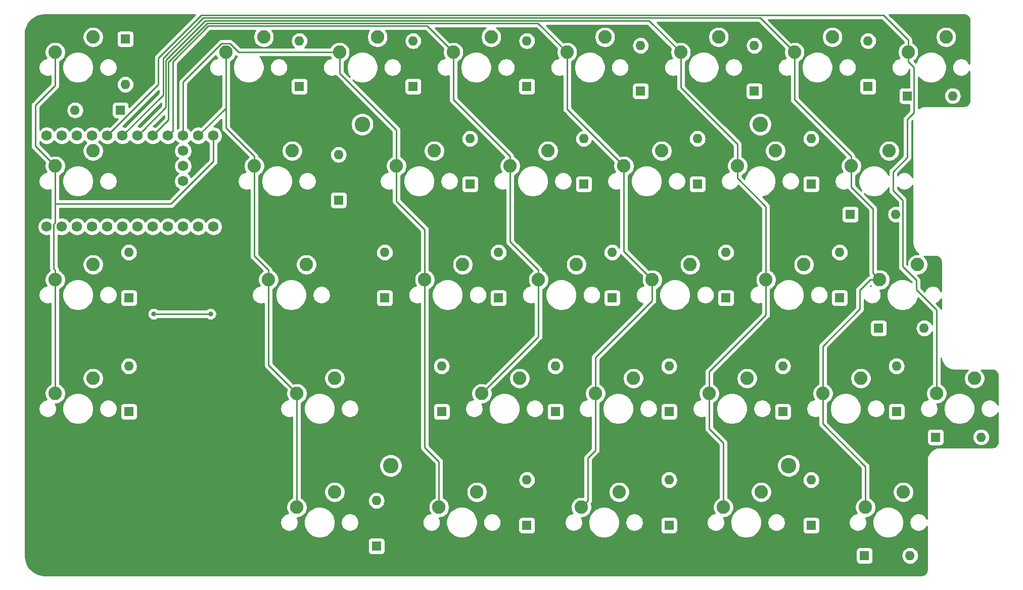
<source format=gbr>
G04 #@! TF.GenerationSoftware,KiCad,Pcbnew,(5.1.4-0)*
G04 #@! TF.CreationDate,2022-08-11T17:02:43-05:00*
G04 #@! TF.ProjectId,keyboard,6b657962-6f61-4726-942e-6b696361645f,rev?*
G04 #@! TF.SameCoordinates,Original*
G04 #@! TF.FileFunction,Copper,L2,Bot*
G04 #@! TF.FilePolarity,Positive*
%FSLAX46Y46*%
G04 Gerber Fmt 4.6, Leading zero omitted, Abs format (unit mm)*
G04 Created by KiCad (PCBNEW (5.1.4-0)) date 2022-08-11 17:02:43*
%MOMM*%
%LPD*%
G04 APERTURE LIST*
%ADD10C,2.250000*%
%ADD11C,1.752600*%
%ADD12O,1.600000X1.600000*%
%ADD13R,1.600000X1.600000*%
%ADD14C,2.600000*%
%ADD15C,0.800000*%
%ADD16C,0.250000*%
%ADD17C,0.254000*%
G04 APERTURE END LIST*
D10*
X52546250Y-61595000D03*
X46196250Y-64135000D03*
X47783750Y-42545000D03*
X41433750Y-45085000D03*
X12065000Y-4445000D03*
X5715000Y-6985000D03*
D11*
X4286250Y-20955000D03*
X6826250Y-20955000D03*
X9366250Y-20955000D03*
X11906250Y-20955000D03*
X14446250Y-20955000D03*
X16986250Y-20955000D03*
X19526250Y-20955000D03*
X22066250Y-20955000D03*
X24606250Y-20955000D03*
X27146250Y-20955000D03*
X29686250Y-20955000D03*
X32226250Y-36195000D03*
X29686250Y-36195000D03*
X27146250Y-36195000D03*
X24606250Y-36195000D03*
X22066250Y-36195000D03*
X19526250Y-36195000D03*
X16986250Y-36195000D03*
X14446250Y-36195000D03*
X11906250Y-36195000D03*
X9366250Y-36195000D03*
X6826250Y-36195000D03*
X32226250Y-20955000D03*
X4286250Y-36195000D03*
X27146250Y-23495000D03*
X27146250Y-26035000D03*
X27146250Y-28575000D03*
D10*
X147796250Y-80645000D03*
X141446250Y-83185000D03*
X123983750Y-80645000D03*
X117633750Y-83185000D03*
X100171250Y-80645000D03*
X93821250Y-83185000D03*
X76358750Y-80645000D03*
X70008750Y-83185000D03*
X52546250Y-80645000D03*
X46196250Y-83185000D03*
X159702500Y-61595000D03*
X153352500Y-64135000D03*
X140652500Y-61595000D03*
X134302500Y-64135000D03*
X121602500Y-61595000D03*
X115252500Y-64135000D03*
X102552500Y-61595000D03*
X96202500Y-64135000D03*
X83502500Y-61595000D03*
X77152500Y-64135000D03*
X12065000Y-61595000D03*
X5715000Y-64135000D03*
X150177500Y-42545000D03*
X143827500Y-45085000D03*
X131127500Y-42545000D03*
X124777500Y-45085000D03*
X112077500Y-42545000D03*
X105727500Y-45085000D03*
X93027500Y-42545000D03*
X86677500Y-45085000D03*
X73977500Y-42545000D03*
X67627500Y-45085000D03*
X12065000Y-42545000D03*
X5715000Y-45085000D03*
X145415000Y-23495000D03*
X139065000Y-26035000D03*
X126365000Y-23495000D03*
X120015000Y-26035000D03*
X107315000Y-23495000D03*
X100965000Y-26035000D03*
X88265000Y-23495000D03*
X81915000Y-26035000D03*
X69215000Y-23495000D03*
X62865000Y-26035000D03*
X45402500Y-23495000D03*
X39052500Y-26035000D03*
X12065000Y-23495000D03*
X5715000Y-26035000D03*
X154940000Y-4445000D03*
X148590000Y-6985000D03*
X135890000Y-4445000D03*
X129540000Y-6985000D03*
X116840000Y-4445000D03*
X110490000Y-6985000D03*
X97790000Y-4445000D03*
X91440000Y-6985000D03*
X78740000Y-4445000D03*
X72390000Y-6985000D03*
X59690000Y-4445000D03*
X53340000Y-6985000D03*
X40640000Y-4445000D03*
X34290000Y-6985000D03*
D12*
X148907500Y-91281250D03*
D13*
X141287500Y-91281250D03*
D12*
X132350000Y-78605000D03*
D13*
X132350000Y-86225000D03*
D12*
X108537500Y-78605000D03*
D13*
X108537500Y-86225000D03*
D12*
X84725000Y-78605000D03*
D13*
X84725000Y-86225000D03*
D12*
X59531250Y-82073750D03*
D13*
X59531250Y-89693750D03*
D12*
X160813750Y-71437500D03*
D13*
X153193750Y-71437500D03*
D12*
X146637500Y-59555000D03*
D13*
X146637500Y-67175000D03*
D12*
X127587500Y-59555000D03*
D13*
X127587500Y-67175000D03*
D12*
X108537500Y-59555000D03*
D13*
X108537500Y-67175000D03*
D12*
X89487500Y-59555000D03*
D13*
X89487500Y-67175000D03*
D12*
X70437500Y-59555000D03*
D13*
X70437500Y-67175000D03*
D12*
X18050000Y-59555000D03*
D13*
X18050000Y-67175000D03*
D12*
X151288750Y-53181250D03*
D13*
X143668750Y-53181250D03*
D12*
X137112500Y-40505000D03*
D13*
X137112500Y-48125000D03*
D12*
X118062500Y-40505000D03*
D13*
X118062500Y-48125000D03*
D12*
X99012500Y-40505000D03*
D13*
X99012500Y-48125000D03*
D12*
X79962500Y-40505000D03*
D13*
X79962500Y-48125000D03*
D12*
X60912500Y-40505000D03*
D13*
X60912500Y-48125000D03*
D12*
X18050000Y-40505000D03*
D13*
X18050000Y-48125000D03*
D12*
X146526250Y-34131250D03*
D13*
X138906250Y-34131250D03*
D12*
X132350000Y-21455000D03*
D13*
X132350000Y-29075000D03*
D12*
X113300000Y-21455000D03*
D13*
X113300000Y-29075000D03*
D12*
X94250000Y-21455000D03*
D13*
X94250000Y-29075000D03*
D12*
X75200000Y-21455000D03*
D13*
X75200000Y-29075000D03*
D12*
X53181250Y-24130000D03*
D13*
X53181250Y-31750000D03*
D12*
X9048750Y-16668750D03*
D13*
X16668750Y-16668750D03*
D12*
X156051250Y-14287500D03*
D13*
X148431250Y-14287500D03*
D12*
X141875000Y-5080000D03*
D13*
X141875000Y-12700000D03*
D12*
X122825000Y-5873750D03*
D13*
X122825000Y-13493750D03*
D12*
X103775000Y-5873750D03*
D13*
X103775000Y-13493750D03*
D12*
X84725000Y-5080000D03*
D13*
X84725000Y-12700000D03*
D12*
X65675000Y-5080000D03*
D13*
X65675000Y-12700000D03*
D12*
X46625000Y-5080000D03*
D13*
X46625000Y-12700000D03*
D12*
X17462500Y-12382500D03*
D13*
X17462500Y-4762500D03*
D14*
X57150000Y-19050000D03*
X123825000Y-19050000D03*
X128587500Y-76200000D03*
X61912500Y-76200000D03*
D15*
X22225000Y-50800000D03*
X31750000Y-50800000D03*
D16*
X5715000Y-6985000D02*
X5715000Y-12541250D01*
X5715000Y-12541250D02*
X2381250Y-15875000D01*
X2381250Y-22701250D02*
X5715000Y-26035000D01*
X2381250Y-15875000D02*
X2381250Y-22701250D01*
X5715000Y-44926250D02*
X5715000Y-45085000D01*
X5715000Y-46675990D02*
X5715000Y-64135000D01*
X5715000Y-45085000D02*
X5715000Y-46675990D01*
X5487551Y-43266561D02*
X5715000Y-43494010D01*
X5487551Y-35787449D02*
X5487551Y-43266561D01*
X5715000Y-43494010D02*
X5715000Y-45085000D01*
X5715000Y-35560000D02*
X5487551Y-35787449D01*
X32226250Y-22194275D02*
X32226250Y-20955000D01*
X32226250Y-25272926D02*
X32226250Y-22194275D01*
X25114176Y-32385000D02*
X32226250Y-25272926D01*
X5715000Y-32385000D02*
X25114176Y-32385000D01*
X5715000Y-26035000D02*
X5715000Y-32385000D01*
X5715000Y-32385000D02*
X5715000Y-35560000D01*
X46196250Y-83185000D02*
X46196250Y-64135000D01*
X41433750Y-59372500D02*
X41433750Y-45085000D01*
X46196250Y-64135000D02*
X41433750Y-59372500D01*
X39052500Y-27625990D02*
X39052500Y-26035000D01*
X39052500Y-41112760D02*
X39052500Y-27625990D01*
X41433750Y-43494010D02*
X39052500Y-41112760D01*
X41433750Y-45085000D02*
X41433750Y-43494010D01*
X39052500Y-24444010D02*
X34290000Y-19681510D01*
X34290000Y-8575990D02*
X34290000Y-6985000D01*
X39052500Y-26035000D02*
X39052500Y-24444010D01*
X34290000Y-16351250D02*
X29686250Y-20955000D01*
X34290000Y-19681510D02*
X34290000Y-13335000D01*
X34290000Y-13335000D02*
X34290000Y-16351250D01*
X34290000Y-13335000D02*
X34290000Y-8575990D01*
X70008750Y-83185000D02*
X70008750Y-75565000D01*
X67627500Y-73183750D02*
X67627500Y-45085000D01*
X70008750Y-75565000D02*
X67627500Y-73183750D01*
X67627500Y-45085000D02*
X67627500Y-36671250D01*
X62865000Y-31908750D02*
X62865000Y-26035000D01*
X67627500Y-36671250D02*
X62865000Y-31908750D01*
X62865000Y-26035000D02*
X62865000Y-20002500D01*
X53340000Y-10477500D02*
X53340000Y-6985000D01*
X62865000Y-20002500D02*
X53340000Y-10477500D01*
X27146250Y-11982748D02*
X27146250Y-19715725D01*
X33593999Y-5534999D02*
X27146250Y-11982748D01*
X34986001Y-5534999D02*
X33593999Y-5534999D01*
X36436002Y-6985000D02*
X34986001Y-5534999D01*
X27146250Y-19715725D02*
X27146250Y-20955000D01*
X53340000Y-6985000D02*
X36436002Y-6985000D01*
X86677500Y-54610000D02*
X86677500Y-45085000D01*
X77152500Y-64135000D02*
X86677500Y-54610000D01*
X81915000Y-27625990D02*
X81915000Y-26035000D01*
X81915000Y-38731510D02*
X81915000Y-27625990D01*
X86677500Y-43494010D02*
X81915000Y-38731510D01*
X86677500Y-45085000D02*
X86677500Y-43494010D01*
X72390000Y-8575990D02*
X72390000Y-6985000D01*
X72390000Y-14919010D02*
X72390000Y-8575990D01*
X81915000Y-24444010D02*
X72390000Y-14919010D01*
X81915000Y-26035000D02*
X81915000Y-24444010D01*
X31380120Y-2593790D02*
X25400000Y-8573910D01*
X25400000Y-20161250D02*
X24606250Y-20955000D01*
X25400000Y-8573910D02*
X25400000Y-20161250D01*
X67998790Y-2593790D02*
X31380120Y-2593790D01*
X72390000Y-6985000D02*
X67998790Y-2593790D01*
X94946249Y-82060001D02*
X94946249Y-74916251D01*
X93821250Y-83185000D02*
X94946249Y-82060001D01*
X96202500Y-73660000D02*
X96202500Y-64135000D01*
X94946249Y-74916251D02*
X96202500Y-73660000D01*
X96202500Y-64135000D02*
X96202500Y-58102500D01*
X105727500Y-48577500D02*
X105727500Y-45085000D01*
X96202500Y-58102500D02*
X105727500Y-48577500D01*
X100965000Y-40322500D02*
X100965000Y-26035000D01*
X105727500Y-45085000D02*
X100965000Y-40322500D01*
X91440000Y-16510000D02*
X91440000Y-6985000D01*
X100965000Y-26035000D02*
X91440000Y-16510000D01*
X24712520Y-8624980D02*
X24712520Y-18308730D01*
X86598780Y-2143780D02*
X31193720Y-2143780D01*
X24712520Y-18308730D02*
X22066250Y-20955000D01*
X31193720Y-2143780D02*
X24712520Y-8624980D01*
X91440000Y-6985000D02*
X86598780Y-2143780D01*
X117633750Y-83185000D02*
X117633750Y-72390000D01*
X115252500Y-70008750D02*
X115252500Y-64135000D01*
X117633750Y-72390000D02*
X115252500Y-70008750D01*
X115252500Y-64135000D02*
X115252500Y-60483750D01*
X124777500Y-50958750D02*
X124777500Y-45085000D01*
X115252500Y-60483750D02*
X124777500Y-50958750D01*
X120015000Y-27625990D02*
X120015000Y-26035000D01*
X120015000Y-28068998D02*
X120015000Y-27625990D01*
X124777500Y-32831498D02*
X120015000Y-28068998D01*
X124777500Y-45085000D02*
X124777500Y-32831498D01*
X120015000Y-26035000D02*
X120015000Y-22383750D01*
X110490000Y-12858750D02*
X110490000Y-6191250D01*
X120015000Y-22383750D02*
X110490000Y-12858750D01*
X110490000Y-6985000D02*
X105198770Y-1693770D01*
X105198770Y-1693770D02*
X30849980Y-1693770D01*
X24262510Y-16218740D02*
X20402549Y-20078701D01*
X24262510Y-8281240D02*
X24262510Y-16218740D01*
X20402549Y-20078701D02*
X19526250Y-20955000D01*
X30849980Y-1693770D02*
X24262510Y-8281240D01*
X134302500Y-69215000D02*
X134302500Y-64135000D01*
X141446250Y-76358750D02*
X134302500Y-69215000D01*
X141446250Y-83185000D02*
X141446250Y-76358750D01*
X134302500Y-64135000D02*
X134302500Y-56197500D01*
X134302500Y-56197500D02*
X140493750Y-50006250D01*
X142236510Y-45085000D02*
X143827500Y-45085000D01*
X140493750Y-46827760D02*
X142236510Y-45085000D01*
X140493750Y-50006250D02*
X140493750Y-46827760D01*
X142702501Y-43960001D02*
X142702501Y-33165001D01*
X143827500Y-45085000D02*
X142702501Y-43960001D01*
X139065000Y-29527500D02*
X139065000Y-26035000D01*
X142702501Y-33165001D02*
X139065000Y-29527500D01*
X129540000Y-14919010D02*
X129540000Y-8575990D01*
X129540000Y-8575990D02*
X129540000Y-6985000D01*
X139065000Y-24444010D02*
X129540000Y-14919010D01*
X139065000Y-26035000D02*
X139065000Y-24444010D01*
X16986250Y-20955000D02*
X23812500Y-14128750D01*
X23812500Y-14128750D02*
X23812500Y-7937500D01*
X23812500Y-7937500D02*
X30506240Y-1243760D01*
X123798760Y-1243760D02*
X129540000Y-6985000D01*
X30506240Y-1243760D02*
X123798760Y-1243760D01*
X148590000Y-6985000D02*
X148590000Y-4921250D01*
X148590000Y-4921250D02*
X144462500Y-793750D01*
X30162500Y-793750D02*
X23018750Y-7937500D01*
X144462500Y-793750D02*
X30162500Y-793750D01*
X23018750Y-12382500D02*
X14446250Y-20955000D01*
X23018750Y-7937500D02*
X23018750Y-12382500D01*
X149556251Y-9542241D02*
X148590000Y-8575990D01*
X147651251Y-42876251D02*
X147651251Y-31763751D01*
X149556251Y-17131249D02*
X149556251Y-9542241D01*
X148431250Y-18256250D02*
X149556251Y-17131249D01*
X146050000Y-26987500D02*
X148431250Y-24606250D01*
X146050000Y-30162500D02*
X146050000Y-26987500D01*
X147651251Y-31763751D02*
X146050000Y-30162500D01*
X148431250Y-24606250D02*
X148431250Y-18256250D01*
X153352500Y-64135000D02*
X153352500Y-50165000D01*
X149956401Y-46768901D02*
X149956401Y-45181401D01*
X148590000Y-8575990D02*
X148590000Y-6985000D01*
X149956401Y-45181401D02*
X147651251Y-42876251D01*
X153352500Y-50165000D02*
X149956401Y-46768901D01*
X22225000Y-50800000D02*
X31750000Y-50800000D01*
D17*
G36*
X22507753Y-7373696D02*
G01*
X22478749Y-7397499D01*
X22423621Y-7464674D01*
X22383776Y-7513224D01*
X22364761Y-7548799D01*
X22313204Y-7645254D01*
X22269747Y-7788515D01*
X22258750Y-7900168D01*
X22258750Y-7900178D01*
X22255074Y-7937500D01*
X22258750Y-7974823D01*
X22258751Y-12067697D01*
X18106822Y-16219627D01*
X18106822Y-15868750D01*
X18094562Y-15744268D01*
X18058252Y-15624570D01*
X17999287Y-15514256D01*
X17919935Y-15417565D01*
X17823244Y-15338213D01*
X17712930Y-15279248D01*
X17593232Y-15242938D01*
X17468750Y-15230678D01*
X15868750Y-15230678D01*
X15744268Y-15242938D01*
X15624570Y-15279248D01*
X15514256Y-15338213D01*
X15417565Y-15417565D01*
X15338213Y-15514256D01*
X15279248Y-15624570D01*
X15242938Y-15744268D01*
X15230678Y-15868750D01*
X15230678Y-17468750D01*
X15242938Y-17593232D01*
X15279248Y-17712930D01*
X15338213Y-17823244D01*
X15417565Y-17919935D01*
X15514256Y-17999287D01*
X15624570Y-18058252D01*
X15744268Y-18094562D01*
X15868750Y-18106822D01*
X16219627Y-18106822D01*
X14835025Y-19491424D01*
X14595100Y-19443700D01*
X14297400Y-19443700D01*
X14005420Y-19501778D01*
X13730381Y-19615703D01*
X13482852Y-19781096D01*
X13272346Y-19991602D01*
X13176250Y-20135420D01*
X13080154Y-19991602D01*
X12869648Y-19781096D01*
X12622119Y-19615703D01*
X12347080Y-19501778D01*
X12055100Y-19443700D01*
X11757400Y-19443700D01*
X11465420Y-19501778D01*
X11190381Y-19615703D01*
X10942852Y-19781096D01*
X10732346Y-19991602D01*
X10636250Y-20135420D01*
X10540154Y-19991602D01*
X10329648Y-19781096D01*
X10082119Y-19615703D01*
X9807080Y-19501778D01*
X9515100Y-19443700D01*
X9217400Y-19443700D01*
X8925420Y-19501778D01*
X8650381Y-19615703D01*
X8402852Y-19781096D01*
X8192346Y-19991602D01*
X8096250Y-20135420D01*
X8000154Y-19991602D01*
X7789648Y-19781096D01*
X7542119Y-19615703D01*
X7267080Y-19501778D01*
X6975100Y-19443700D01*
X6677400Y-19443700D01*
X6385420Y-19501778D01*
X6110381Y-19615703D01*
X5862852Y-19781096D01*
X5652346Y-19991602D01*
X5556250Y-20135420D01*
X5460154Y-19991602D01*
X5249648Y-19781096D01*
X5002119Y-19615703D01*
X4727080Y-19501778D01*
X4435100Y-19443700D01*
X4137400Y-19443700D01*
X3845420Y-19501778D01*
X3570381Y-19615703D01*
X3322852Y-19781096D01*
X3141250Y-19962698D01*
X3141250Y-16668750D01*
X7606807Y-16668750D01*
X7634514Y-16950059D01*
X7716568Y-17220558D01*
X7849818Y-17469851D01*
X8029142Y-17688358D01*
X8247649Y-17867682D01*
X8496942Y-18000932D01*
X8767441Y-18082986D01*
X8978258Y-18103750D01*
X9119242Y-18103750D01*
X9330059Y-18082986D01*
X9600558Y-18000932D01*
X9849851Y-17867682D01*
X10068358Y-17688358D01*
X10247682Y-17469851D01*
X10380932Y-17220558D01*
X10462986Y-16950059D01*
X10490693Y-16668750D01*
X10462986Y-16387441D01*
X10380932Y-16116942D01*
X10247682Y-15867649D01*
X10068358Y-15649142D01*
X9849851Y-15469818D01*
X9600558Y-15336568D01*
X9330059Y-15254514D01*
X9119242Y-15233750D01*
X8978258Y-15233750D01*
X8767441Y-15254514D01*
X8496942Y-15336568D01*
X8247649Y-15469818D01*
X8029142Y-15649142D01*
X7849818Y-15867649D01*
X7716568Y-16116942D01*
X7634514Y-16387441D01*
X7606807Y-16668750D01*
X3141250Y-16668750D01*
X3141250Y-16189801D01*
X6226008Y-13105045D01*
X6255001Y-13081251D01*
X6278795Y-13052258D01*
X6278799Y-13052254D01*
X6349973Y-12965527D01*
X6355430Y-12955318D01*
X6420546Y-12833497D01*
X6464003Y-12690236D01*
X6475000Y-12578583D01*
X6475000Y-12578574D01*
X6478676Y-12541251D01*
X6475000Y-12503928D01*
X6475000Y-12382500D01*
X16020557Y-12382500D01*
X16048264Y-12663809D01*
X16130318Y-12934308D01*
X16263568Y-13183601D01*
X16442892Y-13402108D01*
X16661399Y-13581432D01*
X16910692Y-13714682D01*
X17181191Y-13796736D01*
X17392008Y-13817500D01*
X17532992Y-13817500D01*
X17743809Y-13796736D01*
X18014308Y-13714682D01*
X18263601Y-13581432D01*
X18482108Y-13402108D01*
X18661432Y-13183601D01*
X18794682Y-12934308D01*
X18876736Y-12663809D01*
X18904443Y-12382500D01*
X18876736Y-12101191D01*
X18794682Y-11830692D01*
X18661432Y-11581399D01*
X18482108Y-11362892D01*
X18263601Y-11183568D01*
X18014308Y-11050318D01*
X17743809Y-10968264D01*
X17532992Y-10947500D01*
X17392008Y-10947500D01*
X17181191Y-10968264D01*
X16910692Y-11050318D01*
X16661399Y-11183568D01*
X16442892Y-11362892D01*
X16263568Y-11581399D01*
X16130318Y-11830692D01*
X16048264Y-12101191D01*
X16020557Y-12382500D01*
X6475000Y-12382500D01*
X6475000Y-9266076D01*
X6896100Y-9266076D01*
X6896100Y-9783924D01*
X6997127Y-10291822D01*
X7195299Y-10770251D01*
X7483000Y-11200826D01*
X7849174Y-11567000D01*
X8279749Y-11854701D01*
X8758178Y-12052873D01*
X9266076Y-12153900D01*
X9783924Y-12153900D01*
X10291822Y-12052873D01*
X10770251Y-11854701D01*
X11200826Y-11567000D01*
X11567000Y-11200826D01*
X11854701Y-10770251D01*
X12052873Y-10291822D01*
X12153900Y-9783924D01*
X12153900Y-9376278D01*
X13095000Y-9376278D01*
X13095000Y-9673722D01*
X13153029Y-9965451D01*
X13266856Y-10240253D01*
X13432107Y-10487569D01*
X13642431Y-10697893D01*
X13889747Y-10863144D01*
X14164549Y-10976971D01*
X14456278Y-11035000D01*
X14753722Y-11035000D01*
X15045451Y-10976971D01*
X15320253Y-10863144D01*
X15567569Y-10697893D01*
X15777893Y-10487569D01*
X15943144Y-10240253D01*
X16056971Y-9965451D01*
X16115000Y-9673722D01*
X16115000Y-9376278D01*
X16056971Y-9084549D01*
X15943144Y-8809747D01*
X15777893Y-8562431D01*
X15567569Y-8352107D01*
X15320253Y-8186856D01*
X15045451Y-8073029D01*
X14753722Y-8015000D01*
X14456278Y-8015000D01*
X14164549Y-8073029D01*
X13889747Y-8186856D01*
X13642431Y-8352107D01*
X13432107Y-8562431D01*
X13266856Y-8809747D01*
X13153029Y-9084549D01*
X13095000Y-9376278D01*
X12153900Y-9376278D01*
X12153900Y-9266076D01*
X12052873Y-8758178D01*
X11854701Y-8279749D01*
X11567000Y-7849174D01*
X11200826Y-7483000D01*
X10770251Y-7195299D01*
X10291822Y-6997127D01*
X9783924Y-6896100D01*
X9266076Y-6896100D01*
X8758178Y-6997127D01*
X8279749Y-7195299D01*
X7849174Y-7483000D01*
X7483000Y-7849174D01*
X7195299Y-8279749D01*
X6997127Y-8758178D01*
X6896100Y-9266076D01*
X6475000Y-9266076D01*
X6475000Y-8575208D01*
X6548673Y-8544692D01*
X6836935Y-8352081D01*
X7082081Y-8106935D01*
X7274692Y-7818673D01*
X7407364Y-7498373D01*
X7475000Y-7158345D01*
X7475000Y-6811655D01*
X7407364Y-6471627D01*
X7274692Y-6151327D01*
X7082081Y-5863065D01*
X6836935Y-5617919D01*
X6548673Y-5425308D01*
X6228373Y-5292636D01*
X5888345Y-5225000D01*
X5541655Y-5225000D01*
X5201627Y-5292636D01*
X4881327Y-5425308D01*
X4593065Y-5617919D01*
X4347919Y-5863065D01*
X4155308Y-6151327D01*
X4022636Y-6471627D01*
X3955000Y-6811655D01*
X3955000Y-7158345D01*
X4022636Y-7498373D01*
X4155308Y-7818673D01*
X4287638Y-8016719D01*
X4004549Y-8073029D01*
X3729747Y-8186856D01*
X3482431Y-8352107D01*
X3272107Y-8562431D01*
X3106856Y-8809747D01*
X2993029Y-9084549D01*
X2935000Y-9376278D01*
X2935000Y-9673722D01*
X2993029Y-9965451D01*
X3106856Y-10240253D01*
X3272107Y-10487569D01*
X3482431Y-10697893D01*
X3729747Y-10863144D01*
X4004549Y-10976971D01*
X4296278Y-11035000D01*
X4593722Y-11035000D01*
X4885451Y-10976971D01*
X4955001Y-10948162D01*
X4955001Y-12226446D01*
X1870253Y-15311196D01*
X1841249Y-15334999D01*
X1786121Y-15402174D01*
X1746276Y-15450724D01*
X1705603Y-15526817D01*
X1675704Y-15582754D01*
X1632247Y-15726015D01*
X1621250Y-15837668D01*
X1621250Y-15837678D01*
X1617574Y-15875000D01*
X1621250Y-15912323D01*
X1621251Y-22663918D01*
X1617574Y-22701250D01*
X1621251Y-22738583D01*
X1632248Y-22850236D01*
X1644310Y-22890000D01*
X1675704Y-22993496D01*
X1746276Y-23125526D01*
X1817451Y-23212252D01*
X1841250Y-23241251D01*
X1870248Y-23265049D01*
X4053152Y-25447954D01*
X4022636Y-25521627D01*
X3955000Y-25861655D01*
X3955000Y-26208345D01*
X4022636Y-26548373D01*
X4155308Y-26868673D01*
X4287638Y-27066719D01*
X4004549Y-27123029D01*
X3729747Y-27236856D01*
X3482431Y-27402107D01*
X3272107Y-27612431D01*
X3106856Y-27859747D01*
X2993029Y-28134549D01*
X2935000Y-28426278D01*
X2935000Y-28723722D01*
X2993029Y-29015451D01*
X3106856Y-29290253D01*
X3272107Y-29537569D01*
X3482431Y-29747893D01*
X3729747Y-29913144D01*
X4004549Y-30026971D01*
X4296278Y-30085000D01*
X4593722Y-30085000D01*
X4885451Y-30026971D01*
X4955001Y-29998163D01*
X4955001Y-32347657D01*
X4951323Y-32385000D01*
X4955000Y-32422333D01*
X4955001Y-34836186D01*
X4727080Y-34741778D01*
X4435100Y-34683700D01*
X4137400Y-34683700D01*
X3845420Y-34741778D01*
X3570381Y-34855703D01*
X3322852Y-35021096D01*
X3112346Y-35231602D01*
X2946953Y-35479131D01*
X2833028Y-35754170D01*
X2774950Y-36046150D01*
X2774950Y-36343850D01*
X2833028Y-36635830D01*
X2946953Y-36910869D01*
X3112346Y-37158398D01*
X3322852Y-37368904D01*
X3570381Y-37534297D01*
X3845420Y-37648222D01*
X4137400Y-37706300D01*
X4435100Y-37706300D01*
X4727080Y-37648222D01*
X4727551Y-37648027D01*
X4727552Y-43229229D01*
X4723875Y-43266561D01*
X4727552Y-43303894D01*
X4736293Y-43392636D01*
X4738549Y-43415546D01*
X4782005Y-43558807D01*
X4794949Y-43583024D01*
X4593065Y-43717919D01*
X4347919Y-43963065D01*
X4155308Y-44251327D01*
X4022636Y-44571627D01*
X3955000Y-44911655D01*
X3955000Y-45258345D01*
X4022636Y-45598373D01*
X4155308Y-45918673D01*
X4287638Y-46116719D01*
X4004549Y-46173029D01*
X3729747Y-46286856D01*
X3482431Y-46452107D01*
X3272107Y-46662431D01*
X3106856Y-46909747D01*
X2993029Y-47184549D01*
X2935000Y-47476278D01*
X2935000Y-47773722D01*
X2993029Y-48065451D01*
X3106856Y-48340253D01*
X3272107Y-48587569D01*
X3482431Y-48797893D01*
X3729747Y-48963144D01*
X4004549Y-49076971D01*
X4296278Y-49135000D01*
X4593722Y-49135000D01*
X4885451Y-49076971D01*
X4955000Y-49048163D01*
X4955001Y-62544791D01*
X4881327Y-62575308D01*
X4593065Y-62767919D01*
X4347919Y-63013065D01*
X4155308Y-63301327D01*
X4022636Y-63621627D01*
X3955000Y-63961655D01*
X3955000Y-64308345D01*
X4022636Y-64648373D01*
X4155308Y-64968673D01*
X4287638Y-65166719D01*
X4004549Y-65223029D01*
X3729747Y-65336856D01*
X3482431Y-65502107D01*
X3272107Y-65712431D01*
X3106856Y-65959747D01*
X2993029Y-66234549D01*
X2935000Y-66526278D01*
X2935000Y-66823722D01*
X2993029Y-67115451D01*
X3106856Y-67390253D01*
X3272107Y-67637569D01*
X3482431Y-67847893D01*
X3729747Y-68013144D01*
X4004549Y-68126971D01*
X4296278Y-68185000D01*
X4593722Y-68185000D01*
X4885451Y-68126971D01*
X5160253Y-68013144D01*
X5407569Y-67847893D01*
X5617893Y-67637569D01*
X5783144Y-67390253D01*
X5896971Y-67115451D01*
X5955000Y-66823722D01*
X5955000Y-66526278D01*
X5933080Y-66416076D01*
X6896100Y-66416076D01*
X6896100Y-66933924D01*
X6997127Y-67441822D01*
X7195299Y-67920251D01*
X7483000Y-68350826D01*
X7849174Y-68717000D01*
X8279749Y-69004701D01*
X8758178Y-69202873D01*
X9266076Y-69303900D01*
X9783924Y-69303900D01*
X10291822Y-69202873D01*
X10770251Y-69004701D01*
X11200826Y-68717000D01*
X11567000Y-68350826D01*
X11854701Y-67920251D01*
X12052873Y-67441822D01*
X12153900Y-66933924D01*
X12153900Y-66526278D01*
X13095000Y-66526278D01*
X13095000Y-66823722D01*
X13153029Y-67115451D01*
X13266856Y-67390253D01*
X13432107Y-67637569D01*
X13642431Y-67847893D01*
X13889747Y-68013144D01*
X14164549Y-68126971D01*
X14456278Y-68185000D01*
X14753722Y-68185000D01*
X15045451Y-68126971D01*
X15320253Y-68013144D01*
X15567569Y-67847893D01*
X15777893Y-67637569D01*
X15943144Y-67390253D01*
X16056971Y-67115451D01*
X16115000Y-66823722D01*
X16115000Y-66526278D01*
X16084909Y-66375000D01*
X16611928Y-66375000D01*
X16611928Y-67975000D01*
X16624188Y-68099482D01*
X16660498Y-68219180D01*
X16719463Y-68329494D01*
X16798815Y-68426185D01*
X16895506Y-68505537D01*
X17005820Y-68564502D01*
X17125518Y-68600812D01*
X17250000Y-68613072D01*
X18850000Y-68613072D01*
X18974482Y-68600812D01*
X19094180Y-68564502D01*
X19204494Y-68505537D01*
X19301185Y-68426185D01*
X19380537Y-68329494D01*
X19439502Y-68219180D01*
X19475812Y-68099482D01*
X19488072Y-67975000D01*
X19488072Y-66375000D01*
X19475812Y-66250518D01*
X19439502Y-66130820D01*
X19380537Y-66020506D01*
X19301185Y-65923815D01*
X19204494Y-65844463D01*
X19094180Y-65785498D01*
X18974482Y-65749188D01*
X18850000Y-65736928D01*
X17250000Y-65736928D01*
X17125518Y-65749188D01*
X17005820Y-65785498D01*
X16895506Y-65844463D01*
X16798815Y-65923815D01*
X16719463Y-66020506D01*
X16660498Y-66130820D01*
X16624188Y-66250518D01*
X16611928Y-66375000D01*
X16084909Y-66375000D01*
X16056971Y-66234549D01*
X15943144Y-65959747D01*
X15777893Y-65712431D01*
X15567569Y-65502107D01*
X15320253Y-65336856D01*
X15045451Y-65223029D01*
X14753722Y-65165000D01*
X14456278Y-65165000D01*
X14164549Y-65223029D01*
X13889747Y-65336856D01*
X13642431Y-65502107D01*
X13432107Y-65712431D01*
X13266856Y-65959747D01*
X13153029Y-66234549D01*
X13095000Y-66526278D01*
X12153900Y-66526278D01*
X12153900Y-66416076D01*
X12052873Y-65908178D01*
X11854701Y-65429749D01*
X11567000Y-64999174D01*
X11200826Y-64633000D01*
X10770251Y-64345299D01*
X10291822Y-64147127D01*
X9783924Y-64046100D01*
X9266076Y-64046100D01*
X8758178Y-64147127D01*
X8279749Y-64345299D01*
X7849174Y-64633000D01*
X7483000Y-64999174D01*
X7195299Y-65429749D01*
X6997127Y-65908178D01*
X6896100Y-66416076D01*
X5933080Y-66416076D01*
X5896971Y-66234549D01*
X5783144Y-65959747D01*
X5739882Y-65895000D01*
X5888345Y-65895000D01*
X6228373Y-65827364D01*
X6548673Y-65694692D01*
X6836935Y-65502081D01*
X7082081Y-65256935D01*
X7274692Y-64968673D01*
X7407364Y-64648373D01*
X7475000Y-64308345D01*
X7475000Y-63961655D01*
X7407364Y-63621627D01*
X7274692Y-63301327D01*
X7082081Y-63013065D01*
X6836935Y-62767919D01*
X6548673Y-62575308D01*
X6475000Y-62544792D01*
X6475000Y-61421655D01*
X10305000Y-61421655D01*
X10305000Y-61768345D01*
X10372636Y-62108373D01*
X10505308Y-62428673D01*
X10697919Y-62716935D01*
X10943065Y-62962081D01*
X11231327Y-63154692D01*
X11551627Y-63287364D01*
X11891655Y-63355000D01*
X12238345Y-63355000D01*
X12578373Y-63287364D01*
X12898673Y-63154692D01*
X13186935Y-62962081D01*
X13432081Y-62716935D01*
X13624692Y-62428673D01*
X13757364Y-62108373D01*
X13825000Y-61768345D01*
X13825000Y-61421655D01*
X13757364Y-61081627D01*
X13624692Y-60761327D01*
X13432081Y-60473065D01*
X13186935Y-60227919D01*
X12898673Y-60035308D01*
X12578373Y-59902636D01*
X12238345Y-59835000D01*
X11891655Y-59835000D01*
X11551627Y-59902636D01*
X11231327Y-60035308D01*
X10943065Y-60227919D01*
X10697919Y-60473065D01*
X10505308Y-60761327D01*
X10372636Y-61081627D01*
X10305000Y-61421655D01*
X6475000Y-61421655D01*
X6475000Y-59555000D01*
X16608057Y-59555000D01*
X16635764Y-59836309D01*
X16717818Y-60106808D01*
X16851068Y-60356101D01*
X17030392Y-60574608D01*
X17248899Y-60753932D01*
X17498192Y-60887182D01*
X17768691Y-60969236D01*
X17979508Y-60990000D01*
X18120492Y-60990000D01*
X18331309Y-60969236D01*
X18601808Y-60887182D01*
X18851101Y-60753932D01*
X19069608Y-60574608D01*
X19248932Y-60356101D01*
X19382182Y-60106808D01*
X19464236Y-59836309D01*
X19491943Y-59555000D01*
X19464236Y-59273691D01*
X19382182Y-59003192D01*
X19248932Y-58753899D01*
X19069608Y-58535392D01*
X18851101Y-58356068D01*
X18601808Y-58222818D01*
X18331309Y-58140764D01*
X18120492Y-58120000D01*
X17979508Y-58120000D01*
X17768691Y-58140764D01*
X17498192Y-58222818D01*
X17248899Y-58356068D01*
X17030392Y-58535392D01*
X16851068Y-58753899D01*
X16717818Y-59003192D01*
X16635764Y-59273691D01*
X16608057Y-59555000D01*
X6475000Y-59555000D01*
X6475000Y-50698061D01*
X21190000Y-50698061D01*
X21190000Y-50901939D01*
X21229774Y-51101898D01*
X21307795Y-51290256D01*
X21421063Y-51459774D01*
X21565226Y-51603937D01*
X21734744Y-51717205D01*
X21923102Y-51795226D01*
X22123061Y-51835000D01*
X22326939Y-51835000D01*
X22526898Y-51795226D01*
X22715256Y-51717205D01*
X22884774Y-51603937D01*
X22928711Y-51560000D01*
X31046289Y-51560000D01*
X31090226Y-51603937D01*
X31259744Y-51717205D01*
X31448102Y-51795226D01*
X31648061Y-51835000D01*
X31851939Y-51835000D01*
X32051898Y-51795226D01*
X32240256Y-51717205D01*
X32409774Y-51603937D01*
X32553937Y-51459774D01*
X32667205Y-51290256D01*
X32745226Y-51101898D01*
X32785000Y-50901939D01*
X32785000Y-50698061D01*
X32745226Y-50498102D01*
X32667205Y-50309744D01*
X32553937Y-50140226D01*
X32409774Y-49996063D01*
X32240256Y-49882795D01*
X32051898Y-49804774D01*
X31851939Y-49765000D01*
X31648061Y-49765000D01*
X31448102Y-49804774D01*
X31259744Y-49882795D01*
X31090226Y-49996063D01*
X31046289Y-50040000D01*
X22928711Y-50040000D01*
X22884774Y-49996063D01*
X22715256Y-49882795D01*
X22526898Y-49804774D01*
X22326939Y-49765000D01*
X22123061Y-49765000D01*
X21923102Y-49804774D01*
X21734744Y-49882795D01*
X21565226Y-49996063D01*
X21421063Y-50140226D01*
X21307795Y-50309744D01*
X21229774Y-50498102D01*
X21190000Y-50698061D01*
X6475000Y-50698061D01*
X6475000Y-47366076D01*
X6896100Y-47366076D01*
X6896100Y-47883924D01*
X6997127Y-48391822D01*
X7195299Y-48870251D01*
X7483000Y-49300826D01*
X7849174Y-49667000D01*
X8279749Y-49954701D01*
X8758178Y-50152873D01*
X9266076Y-50253900D01*
X9783924Y-50253900D01*
X10291822Y-50152873D01*
X10770251Y-49954701D01*
X11200826Y-49667000D01*
X11567000Y-49300826D01*
X11854701Y-48870251D01*
X12052873Y-48391822D01*
X12153900Y-47883924D01*
X12153900Y-47476278D01*
X13095000Y-47476278D01*
X13095000Y-47773722D01*
X13153029Y-48065451D01*
X13266856Y-48340253D01*
X13432107Y-48587569D01*
X13642431Y-48797893D01*
X13889747Y-48963144D01*
X14164549Y-49076971D01*
X14456278Y-49135000D01*
X14753722Y-49135000D01*
X15045451Y-49076971D01*
X15320253Y-48963144D01*
X15567569Y-48797893D01*
X15777893Y-48587569D01*
X15943144Y-48340253D01*
X16056971Y-48065451D01*
X16115000Y-47773722D01*
X16115000Y-47476278D01*
X16084909Y-47325000D01*
X16611928Y-47325000D01*
X16611928Y-48925000D01*
X16624188Y-49049482D01*
X16660498Y-49169180D01*
X16719463Y-49279494D01*
X16798815Y-49376185D01*
X16895506Y-49455537D01*
X17005820Y-49514502D01*
X17125518Y-49550812D01*
X17250000Y-49563072D01*
X18850000Y-49563072D01*
X18974482Y-49550812D01*
X19094180Y-49514502D01*
X19204494Y-49455537D01*
X19301185Y-49376185D01*
X19380537Y-49279494D01*
X19439502Y-49169180D01*
X19475812Y-49049482D01*
X19488072Y-48925000D01*
X19488072Y-47325000D01*
X19475812Y-47200518D01*
X19439502Y-47080820D01*
X19380537Y-46970506D01*
X19301185Y-46873815D01*
X19204494Y-46794463D01*
X19094180Y-46735498D01*
X18974482Y-46699188D01*
X18850000Y-46686928D01*
X17250000Y-46686928D01*
X17125518Y-46699188D01*
X17005820Y-46735498D01*
X16895506Y-46794463D01*
X16798815Y-46873815D01*
X16719463Y-46970506D01*
X16660498Y-47080820D01*
X16624188Y-47200518D01*
X16611928Y-47325000D01*
X16084909Y-47325000D01*
X16056971Y-47184549D01*
X15943144Y-46909747D01*
X15777893Y-46662431D01*
X15567569Y-46452107D01*
X15320253Y-46286856D01*
X15045451Y-46173029D01*
X14753722Y-46115000D01*
X14456278Y-46115000D01*
X14164549Y-46173029D01*
X13889747Y-46286856D01*
X13642431Y-46452107D01*
X13432107Y-46662431D01*
X13266856Y-46909747D01*
X13153029Y-47184549D01*
X13095000Y-47476278D01*
X12153900Y-47476278D01*
X12153900Y-47366076D01*
X12052873Y-46858178D01*
X11854701Y-46379749D01*
X11567000Y-45949174D01*
X11200826Y-45583000D01*
X10770251Y-45295299D01*
X10291822Y-45097127D01*
X9783924Y-44996100D01*
X9266076Y-44996100D01*
X8758178Y-45097127D01*
X8279749Y-45295299D01*
X7849174Y-45583000D01*
X7483000Y-45949174D01*
X7195299Y-46379749D01*
X6997127Y-46858178D01*
X6896100Y-47366076D01*
X6475000Y-47366076D01*
X6475000Y-46675208D01*
X6548673Y-46644692D01*
X6836935Y-46452081D01*
X7082081Y-46206935D01*
X7274692Y-45918673D01*
X7407364Y-45598373D01*
X7475000Y-45258345D01*
X7475000Y-44911655D01*
X7407364Y-44571627D01*
X7274692Y-44251327D01*
X7082081Y-43963065D01*
X6836935Y-43717919D01*
X6548673Y-43525308D01*
X6478458Y-43496224D01*
X6478676Y-43494009D01*
X6475000Y-43456686D01*
X6475000Y-43456677D01*
X6464003Y-43345024D01*
X6420546Y-43201763D01*
X6349974Y-43069734D01*
X6255001Y-42954009D01*
X6247551Y-42947895D01*
X6247551Y-42371655D01*
X10305000Y-42371655D01*
X10305000Y-42718345D01*
X10372636Y-43058373D01*
X10505308Y-43378673D01*
X10697919Y-43666935D01*
X10943065Y-43912081D01*
X11231327Y-44104692D01*
X11551627Y-44237364D01*
X11891655Y-44305000D01*
X12238345Y-44305000D01*
X12578373Y-44237364D01*
X12898673Y-44104692D01*
X13186935Y-43912081D01*
X13432081Y-43666935D01*
X13624692Y-43378673D01*
X13757364Y-43058373D01*
X13825000Y-42718345D01*
X13825000Y-42371655D01*
X13757364Y-42031627D01*
X13624692Y-41711327D01*
X13432081Y-41423065D01*
X13186935Y-41177919D01*
X12898673Y-40985308D01*
X12578373Y-40852636D01*
X12238345Y-40785000D01*
X11891655Y-40785000D01*
X11551627Y-40852636D01*
X11231327Y-40985308D01*
X10943065Y-41177919D01*
X10697919Y-41423065D01*
X10505308Y-41711327D01*
X10372636Y-42031627D01*
X10305000Y-42371655D01*
X6247551Y-42371655D01*
X6247551Y-40505000D01*
X16608057Y-40505000D01*
X16635764Y-40786309D01*
X16717818Y-41056808D01*
X16851068Y-41306101D01*
X17030392Y-41524608D01*
X17248899Y-41703932D01*
X17498192Y-41837182D01*
X17768691Y-41919236D01*
X17979508Y-41940000D01*
X18120492Y-41940000D01*
X18331309Y-41919236D01*
X18601808Y-41837182D01*
X18851101Y-41703932D01*
X19069608Y-41524608D01*
X19248932Y-41306101D01*
X19382182Y-41056808D01*
X19464236Y-40786309D01*
X19491943Y-40505000D01*
X19464236Y-40223691D01*
X19382182Y-39953192D01*
X19248932Y-39703899D01*
X19069608Y-39485392D01*
X18851101Y-39306068D01*
X18601808Y-39172818D01*
X18331309Y-39090764D01*
X18120492Y-39070000D01*
X17979508Y-39070000D01*
X17768691Y-39090764D01*
X17498192Y-39172818D01*
X17248899Y-39306068D01*
X17030392Y-39485392D01*
X16851068Y-39703899D01*
X16717818Y-39953192D01*
X16635764Y-40223691D01*
X16608057Y-40505000D01*
X6247551Y-40505000D01*
X6247551Y-37591115D01*
X6385420Y-37648222D01*
X6677400Y-37706300D01*
X6975100Y-37706300D01*
X7267080Y-37648222D01*
X7542119Y-37534297D01*
X7789648Y-37368904D01*
X8000154Y-37158398D01*
X8096250Y-37014580D01*
X8192346Y-37158398D01*
X8402852Y-37368904D01*
X8650381Y-37534297D01*
X8925420Y-37648222D01*
X9217400Y-37706300D01*
X9515100Y-37706300D01*
X9807080Y-37648222D01*
X10082119Y-37534297D01*
X10329648Y-37368904D01*
X10540154Y-37158398D01*
X10636250Y-37014580D01*
X10732346Y-37158398D01*
X10942852Y-37368904D01*
X11190381Y-37534297D01*
X11465420Y-37648222D01*
X11757400Y-37706300D01*
X12055100Y-37706300D01*
X12347080Y-37648222D01*
X12622119Y-37534297D01*
X12869648Y-37368904D01*
X13080154Y-37158398D01*
X13176250Y-37014580D01*
X13272346Y-37158398D01*
X13482852Y-37368904D01*
X13730381Y-37534297D01*
X14005420Y-37648222D01*
X14297400Y-37706300D01*
X14595100Y-37706300D01*
X14887080Y-37648222D01*
X15162119Y-37534297D01*
X15409648Y-37368904D01*
X15620154Y-37158398D01*
X15716250Y-37014580D01*
X15812346Y-37158398D01*
X16022852Y-37368904D01*
X16270381Y-37534297D01*
X16545420Y-37648222D01*
X16837400Y-37706300D01*
X17135100Y-37706300D01*
X17427080Y-37648222D01*
X17702119Y-37534297D01*
X17949648Y-37368904D01*
X18160154Y-37158398D01*
X18256250Y-37014580D01*
X18352346Y-37158398D01*
X18562852Y-37368904D01*
X18810381Y-37534297D01*
X19085420Y-37648222D01*
X19377400Y-37706300D01*
X19675100Y-37706300D01*
X19967080Y-37648222D01*
X20242119Y-37534297D01*
X20489648Y-37368904D01*
X20700154Y-37158398D01*
X20796250Y-37014580D01*
X20892346Y-37158398D01*
X21102852Y-37368904D01*
X21350381Y-37534297D01*
X21625420Y-37648222D01*
X21917400Y-37706300D01*
X22215100Y-37706300D01*
X22507080Y-37648222D01*
X22782119Y-37534297D01*
X23029648Y-37368904D01*
X23240154Y-37158398D01*
X23336250Y-37014580D01*
X23432346Y-37158398D01*
X23642852Y-37368904D01*
X23890381Y-37534297D01*
X24165420Y-37648222D01*
X24457400Y-37706300D01*
X24755100Y-37706300D01*
X25047080Y-37648222D01*
X25322119Y-37534297D01*
X25569648Y-37368904D01*
X25780154Y-37158398D01*
X25876250Y-37014580D01*
X25972346Y-37158398D01*
X26182852Y-37368904D01*
X26430381Y-37534297D01*
X26705420Y-37648222D01*
X26997400Y-37706300D01*
X27295100Y-37706300D01*
X27587080Y-37648222D01*
X27862119Y-37534297D01*
X28109648Y-37368904D01*
X28320154Y-37158398D01*
X28416250Y-37014580D01*
X28512346Y-37158398D01*
X28722852Y-37368904D01*
X28970381Y-37534297D01*
X29245420Y-37648222D01*
X29537400Y-37706300D01*
X29835100Y-37706300D01*
X30127080Y-37648222D01*
X30402119Y-37534297D01*
X30649648Y-37368904D01*
X30860154Y-37158398D01*
X30956250Y-37014580D01*
X31052346Y-37158398D01*
X31262852Y-37368904D01*
X31510381Y-37534297D01*
X31785420Y-37648222D01*
X32077400Y-37706300D01*
X32375100Y-37706300D01*
X32667080Y-37648222D01*
X32942119Y-37534297D01*
X33189648Y-37368904D01*
X33400154Y-37158398D01*
X33565547Y-36910869D01*
X33679472Y-36635830D01*
X33737550Y-36343850D01*
X33737550Y-36046150D01*
X33679472Y-35754170D01*
X33565547Y-35479131D01*
X33400154Y-35231602D01*
X33189648Y-35021096D01*
X32942119Y-34855703D01*
X32667080Y-34741778D01*
X32375100Y-34683700D01*
X32077400Y-34683700D01*
X31785420Y-34741778D01*
X31510381Y-34855703D01*
X31262852Y-35021096D01*
X31052346Y-35231602D01*
X30956250Y-35375420D01*
X30860154Y-35231602D01*
X30649648Y-35021096D01*
X30402119Y-34855703D01*
X30127080Y-34741778D01*
X29835100Y-34683700D01*
X29537400Y-34683700D01*
X29245420Y-34741778D01*
X28970381Y-34855703D01*
X28722852Y-35021096D01*
X28512346Y-35231602D01*
X28416250Y-35375420D01*
X28320154Y-35231602D01*
X28109648Y-35021096D01*
X27862119Y-34855703D01*
X27587080Y-34741778D01*
X27295100Y-34683700D01*
X26997400Y-34683700D01*
X26705420Y-34741778D01*
X26430381Y-34855703D01*
X26182852Y-35021096D01*
X25972346Y-35231602D01*
X25876250Y-35375420D01*
X25780154Y-35231602D01*
X25569648Y-35021096D01*
X25322119Y-34855703D01*
X25047080Y-34741778D01*
X24755100Y-34683700D01*
X24457400Y-34683700D01*
X24165420Y-34741778D01*
X23890381Y-34855703D01*
X23642852Y-35021096D01*
X23432346Y-35231602D01*
X23336250Y-35375420D01*
X23240154Y-35231602D01*
X23029648Y-35021096D01*
X22782119Y-34855703D01*
X22507080Y-34741778D01*
X22215100Y-34683700D01*
X21917400Y-34683700D01*
X21625420Y-34741778D01*
X21350381Y-34855703D01*
X21102852Y-35021096D01*
X20892346Y-35231602D01*
X20796250Y-35375420D01*
X20700154Y-35231602D01*
X20489648Y-35021096D01*
X20242119Y-34855703D01*
X19967080Y-34741778D01*
X19675100Y-34683700D01*
X19377400Y-34683700D01*
X19085420Y-34741778D01*
X18810381Y-34855703D01*
X18562852Y-35021096D01*
X18352346Y-35231602D01*
X18256250Y-35375420D01*
X18160154Y-35231602D01*
X17949648Y-35021096D01*
X17702119Y-34855703D01*
X17427080Y-34741778D01*
X17135100Y-34683700D01*
X16837400Y-34683700D01*
X16545420Y-34741778D01*
X16270381Y-34855703D01*
X16022852Y-35021096D01*
X15812346Y-35231602D01*
X15716250Y-35375420D01*
X15620154Y-35231602D01*
X15409648Y-35021096D01*
X15162119Y-34855703D01*
X14887080Y-34741778D01*
X14595100Y-34683700D01*
X14297400Y-34683700D01*
X14005420Y-34741778D01*
X13730381Y-34855703D01*
X13482852Y-35021096D01*
X13272346Y-35231602D01*
X13176250Y-35375420D01*
X13080154Y-35231602D01*
X12869648Y-35021096D01*
X12622119Y-34855703D01*
X12347080Y-34741778D01*
X12055100Y-34683700D01*
X11757400Y-34683700D01*
X11465420Y-34741778D01*
X11190381Y-34855703D01*
X10942852Y-35021096D01*
X10732346Y-35231602D01*
X10636250Y-35375420D01*
X10540154Y-35231602D01*
X10329648Y-35021096D01*
X10082119Y-34855703D01*
X9807080Y-34741778D01*
X9515100Y-34683700D01*
X9217400Y-34683700D01*
X8925420Y-34741778D01*
X8650381Y-34855703D01*
X8402852Y-35021096D01*
X8192346Y-35231602D01*
X8096250Y-35375420D01*
X8000154Y-35231602D01*
X7789648Y-35021096D01*
X7542119Y-34855703D01*
X7267080Y-34741778D01*
X6975100Y-34683700D01*
X6677400Y-34683700D01*
X6475000Y-34723960D01*
X6475000Y-33145000D01*
X25076854Y-33145000D01*
X25114176Y-33148676D01*
X25151498Y-33145000D01*
X25151509Y-33145000D01*
X25263162Y-33134003D01*
X25406423Y-33090546D01*
X25538452Y-33019974D01*
X25654177Y-32925001D01*
X25677980Y-32895997D01*
X32737254Y-25836724D01*
X32766251Y-25812927D01*
X32861224Y-25697202D01*
X32931796Y-25565173D01*
X32975253Y-25421912D01*
X32986250Y-25310259D01*
X32986250Y-25310258D01*
X32989927Y-25272926D01*
X32986250Y-25235593D01*
X32986250Y-22264810D01*
X33189648Y-22128904D01*
X33400154Y-21918398D01*
X33565547Y-21670869D01*
X33679472Y-21395830D01*
X33737550Y-21103850D01*
X33737550Y-20806150D01*
X33679472Y-20514170D01*
X33565547Y-20239131D01*
X33400154Y-19991602D01*
X33189648Y-19781096D01*
X32942119Y-19615703D01*
X32667080Y-19501778D01*
X32375100Y-19443700D01*
X32272351Y-19443700D01*
X33530000Y-18186051D01*
X33530000Y-19644187D01*
X33526324Y-19681510D01*
X33530000Y-19718832D01*
X33530000Y-19718842D01*
X33540997Y-19830495D01*
X33571095Y-19929715D01*
X33584454Y-19973756D01*
X33655026Y-20105786D01*
X33669004Y-20122818D01*
X33749999Y-20221511D01*
X33779003Y-20245314D01*
X38093043Y-24559355D01*
X37930565Y-24667919D01*
X37685419Y-24913065D01*
X37492808Y-25201327D01*
X37360136Y-25521627D01*
X37292500Y-25861655D01*
X37292500Y-26208345D01*
X37360136Y-26548373D01*
X37492808Y-26868673D01*
X37625138Y-27066719D01*
X37342049Y-27123029D01*
X37067247Y-27236856D01*
X36819931Y-27402107D01*
X36609607Y-27612431D01*
X36444356Y-27859747D01*
X36330529Y-28134549D01*
X36272500Y-28426278D01*
X36272500Y-28723722D01*
X36330529Y-29015451D01*
X36444356Y-29290253D01*
X36609607Y-29537569D01*
X36819931Y-29747893D01*
X37067247Y-29913144D01*
X37342049Y-30026971D01*
X37633778Y-30085000D01*
X37931222Y-30085000D01*
X38222951Y-30026971D01*
X38292501Y-29998162D01*
X38292500Y-41075438D01*
X38288824Y-41112760D01*
X38292500Y-41150082D01*
X38292500Y-41150092D01*
X38303497Y-41261745D01*
X38342853Y-41391485D01*
X38346954Y-41405006D01*
X38417526Y-41537036D01*
X38447276Y-41573286D01*
X38512499Y-41652761D01*
X38541503Y-41676564D01*
X40474293Y-43609355D01*
X40311815Y-43717919D01*
X40066669Y-43963065D01*
X39874058Y-44251327D01*
X39741386Y-44571627D01*
X39673750Y-44911655D01*
X39673750Y-45258345D01*
X39741386Y-45598373D01*
X39874058Y-45918673D01*
X40006388Y-46116719D01*
X39723299Y-46173029D01*
X39448497Y-46286856D01*
X39201181Y-46452107D01*
X38990857Y-46662431D01*
X38825606Y-46909747D01*
X38711779Y-47184549D01*
X38653750Y-47476278D01*
X38653750Y-47773722D01*
X38711779Y-48065451D01*
X38825606Y-48340253D01*
X38990857Y-48587569D01*
X39201181Y-48797893D01*
X39448497Y-48963144D01*
X39723299Y-49076971D01*
X40015028Y-49135000D01*
X40312472Y-49135000D01*
X40604201Y-49076971D01*
X40673751Y-49048162D01*
X40673750Y-59335178D01*
X40670074Y-59372500D01*
X40673750Y-59409822D01*
X40673750Y-59409832D01*
X40684747Y-59521485D01*
X40716515Y-59626212D01*
X40728204Y-59664746D01*
X40798776Y-59796776D01*
X40830146Y-59835000D01*
X40893749Y-59912501D01*
X40922753Y-59936304D01*
X44534402Y-63547954D01*
X44503886Y-63621627D01*
X44436250Y-63961655D01*
X44436250Y-64308345D01*
X44503886Y-64648373D01*
X44636558Y-64968673D01*
X44768888Y-65166719D01*
X44485799Y-65223029D01*
X44210997Y-65336856D01*
X43963681Y-65502107D01*
X43753357Y-65712431D01*
X43588106Y-65959747D01*
X43474279Y-66234549D01*
X43416250Y-66526278D01*
X43416250Y-66823722D01*
X43474279Y-67115451D01*
X43588106Y-67390253D01*
X43753357Y-67637569D01*
X43963681Y-67847893D01*
X44210997Y-68013144D01*
X44485799Y-68126971D01*
X44777528Y-68185000D01*
X45074972Y-68185000D01*
X45366701Y-68126971D01*
X45436251Y-68098162D01*
X45436250Y-81594792D01*
X45362577Y-81625308D01*
X45074315Y-81817919D01*
X44829169Y-82063065D01*
X44636558Y-82351327D01*
X44503886Y-82671627D01*
X44436250Y-83011655D01*
X44436250Y-83358345D01*
X44503886Y-83698373D01*
X44636558Y-84018673D01*
X44768888Y-84216719D01*
X44485799Y-84273029D01*
X44210997Y-84386856D01*
X43963681Y-84552107D01*
X43753357Y-84762431D01*
X43588106Y-85009747D01*
X43474279Y-85284549D01*
X43416250Y-85576278D01*
X43416250Y-85873722D01*
X43474279Y-86165451D01*
X43588106Y-86440253D01*
X43753357Y-86687569D01*
X43963681Y-86897893D01*
X44210997Y-87063144D01*
X44485799Y-87176971D01*
X44777528Y-87235000D01*
X45074972Y-87235000D01*
X45366701Y-87176971D01*
X45641503Y-87063144D01*
X45888819Y-86897893D01*
X46099143Y-86687569D01*
X46264394Y-86440253D01*
X46378221Y-86165451D01*
X46436250Y-85873722D01*
X46436250Y-85576278D01*
X46414330Y-85466076D01*
X47377350Y-85466076D01*
X47377350Y-85983924D01*
X47478377Y-86491822D01*
X47676549Y-86970251D01*
X47964250Y-87400826D01*
X48330424Y-87767000D01*
X48760999Y-88054701D01*
X49239428Y-88252873D01*
X49747326Y-88353900D01*
X50265174Y-88353900D01*
X50773072Y-88252873D01*
X51251501Y-88054701D01*
X51682076Y-87767000D01*
X52048250Y-87400826D01*
X52335951Y-86970251D01*
X52534123Y-86491822D01*
X52635150Y-85983924D01*
X52635150Y-85576278D01*
X53576250Y-85576278D01*
X53576250Y-85873722D01*
X53634279Y-86165451D01*
X53748106Y-86440253D01*
X53913357Y-86687569D01*
X54123681Y-86897893D01*
X54370997Y-87063144D01*
X54645799Y-87176971D01*
X54937528Y-87235000D01*
X55234972Y-87235000D01*
X55526701Y-87176971D01*
X55801503Y-87063144D01*
X56048819Y-86897893D01*
X56259143Y-86687569D01*
X56424394Y-86440253D01*
X56538221Y-86165451D01*
X56596250Y-85873722D01*
X56596250Y-85576278D01*
X56538221Y-85284549D01*
X56424394Y-85009747D01*
X56259143Y-84762431D01*
X56048819Y-84552107D01*
X55801503Y-84386856D01*
X55526701Y-84273029D01*
X55234972Y-84215000D01*
X54937528Y-84215000D01*
X54645799Y-84273029D01*
X54370997Y-84386856D01*
X54123681Y-84552107D01*
X53913357Y-84762431D01*
X53748106Y-85009747D01*
X53634279Y-85284549D01*
X53576250Y-85576278D01*
X52635150Y-85576278D01*
X52635150Y-85466076D01*
X52534123Y-84958178D01*
X52335951Y-84479749D01*
X52048250Y-84049174D01*
X51682076Y-83683000D01*
X51251501Y-83395299D01*
X50773072Y-83197127D01*
X50265174Y-83096100D01*
X49747326Y-83096100D01*
X49239428Y-83197127D01*
X48760999Y-83395299D01*
X48330424Y-83683000D01*
X47964250Y-84049174D01*
X47676549Y-84479749D01*
X47478377Y-84958178D01*
X47377350Y-85466076D01*
X46414330Y-85466076D01*
X46378221Y-85284549D01*
X46264394Y-85009747D01*
X46221132Y-84945000D01*
X46369595Y-84945000D01*
X46709623Y-84877364D01*
X47029923Y-84744692D01*
X47318185Y-84552081D01*
X47563331Y-84306935D01*
X47755942Y-84018673D01*
X47888614Y-83698373D01*
X47956250Y-83358345D01*
X47956250Y-83011655D01*
X47888614Y-82671627D01*
X47755942Y-82351327D01*
X47563331Y-82063065D01*
X47318185Y-81817919D01*
X47029923Y-81625308D01*
X46956250Y-81594792D01*
X46956250Y-80471655D01*
X50786250Y-80471655D01*
X50786250Y-80818345D01*
X50853886Y-81158373D01*
X50986558Y-81478673D01*
X51179169Y-81766935D01*
X51424315Y-82012081D01*
X51712577Y-82204692D01*
X52032877Y-82337364D01*
X52372905Y-82405000D01*
X52719595Y-82405000D01*
X53059623Y-82337364D01*
X53379923Y-82204692D01*
X53575891Y-82073750D01*
X58089307Y-82073750D01*
X58117014Y-82355059D01*
X58199068Y-82625558D01*
X58332318Y-82874851D01*
X58511642Y-83093358D01*
X58730149Y-83272682D01*
X58979442Y-83405932D01*
X59249941Y-83487986D01*
X59460758Y-83508750D01*
X59601742Y-83508750D01*
X59812559Y-83487986D01*
X60083058Y-83405932D01*
X60332351Y-83272682D01*
X60550858Y-83093358D01*
X60730182Y-82874851D01*
X60863432Y-82625558D01*
X60945486Y-82355059D01*
X60973193Y-82073750D01*
X60945486Y-81792441D01*
X60863432Y-81521942D01*
X60730182Y-81272649D01*
X60550858Y-81054142D01*
X60332351Y-80874818D01*
X60083058Y-80741568D01*
X59812559Y-80659514D01*
X59601742Y-80638750D01*
X59460758Y-80638750D01*
X59249941Y-80659514D01*
X58979442Y-80741568D01*
X58730149Y-80874818D01*
X58511642Y-81054142D01*
X58332318Y-81272649D01*
X58199068Y-81521942D01*
X58117014Y-81792441D01*
X58089307Y-82073750D01*
X53575891Y-82073750D01*
X53668185Y-82012081D01*
X53913331Y-81766935D01*
X54105942Y-81478673D01*
X54238614Y-81158373D01*
X54306250Y-80818345D01*
X54306250Y-80471655D01*
X54238614Y-80131627D01*
X54105942Y-79811327D01*
X53913331Y-79523065D01*
X53668185Y-79277919D01*
X53379923Y-79085308D01*
X53059623Y-78952636D01*
X52719595Y-78885000D01*
X52372905Y-78885000D01*
X52032877Y-78952636D01*
X51712577Y-79085308D01*
X51424315Y-79277919D01*
X51179169Y-79523065D01*
X50986558Y-79811327D01*
X50853886Y-80131627D01*
X50786250Y-80471655D01*
X46956250Y-80471655D01*
X46956250Y-76009419D01*
X59977500Y-76009419D01*
X59977500Y-76390581D01*
X60051861Y-76764419D01*
X60197725Y-77116566D01*
X60409487Y-77433491D01*
X60679009Y-77703013D01*
X60995934Y-77914775D01*
X61348081Y-78060639D01*
X61721919Y-78135000D01*
X62103081Y-78135000D01*
X62476919Y-78060639D01*
X62829066Y-77914775D01*
X63145991Y-77703013D01*
X63415513Y-77433491D01*
X63627275Y-77116566D01*
X63773139Y-76764419D01*
X63847500Y-76390581D01*
X63847500Y-76009419D01*
X63773139Y-75635581D01*
X63627275Y-75283434D01*
X63415513Y-74966509D01*
X63145991Y-74696987D01*
X62829066Y-74485225D01*
X62476919Y-74339361D01*
X62103081Y-74265000D01*
X61721919Y-74265000D01*
X61348081Y-74339361D01*
X60995934Y-74485225D01*
X60679009Y-74696987D01*
X60409487Y-74966509D01*
X60197725Y-75283434D01*
X60051861Y-75635581D01*
X59977500Y-76009419D01*
X46956250Y-76009419D01*
X46956250Y-66416076D01*
X47377350Y-66416076D01*
X47377350Y-66933924D01*
X47478377Y-67441822D01*
X47676549Y-67920251D01*
X47964250Y-68350826D01*
X48330424Y-68717000D01*
X48760999Y-69004701D01*
X49239428Y-69202873D01*
X49747326Y-69303900D01*
X50265174Y-69303900D01*
X50773072Y-69202873D01*
X51251501Y-69004701D01*
X51682076Y-68717000D01*
X52048250Y-68350826D01*
X52335951Y-67920251D01*
X52534123Y-67441822D01*
X52635150Y-66933924D01*
X52635150Y-66526278D01*
X53576250Y-66526278D01*
X53576250Y-66823722D01*
X53634279Y-67115451D01*
X53748106Y-67390253D01*
X53913357Y-67637569D01*
X54123681Y-67847893D01*
X54370997Y-68013144D01*
X54645799Y-68126971D01*
X54937528Y-68185000D01*
X55234972Y-68185000D01*
X55526701Y-68126971D01*
X55801503Y-68013144D01*
X56048819Y-67847893D01*
X56259143Y-67637569D01*
X56424394Y-67390253D01*
X56538221Y-67115451D01*
X56596250Y-66823722D01*
X56596250Y-66526278D01*
X56538221Y-66234549D01*
X56424394Y-65959747D01*
X56259143Y-65712431D01*
X56048819Y-65502107D01*
X55801503Y-65336856D01*
X55526701Y-65223029D01*
X55234972Y-65165000D01*
X54937528Y-65165000D01*
X54645799Y-65223029D01*
X54370997Y-65336856D01*
X54123681Y-65502107D01*
X53913357Y-65712431D01*
X53748106Y-65959747D01*
X53634279Y-66234549D01*
X53576250Y-66526278D01*
X52635150Y-66526278D01*
X52635150Y-66416076D01*
X52534123Y-65908178D01*
X52335951Y-65429749D01*
X52048250Y-64999174D01*
X51682076Y-64633000D01*
X51251501Y-64345299D01*
X50773072Y-64147127D01*
X50265174Y-64046100D01*
X49747326Y-64046100D01*
X49239428Y-64147127D01*
X48760999Y-64345299D01*
X48330424Y-64633000D01*
X47964250Y-64999174D01*
X47676549Y-65429749D01*
X47478377Y-65908178D01*
X47377350Y-66416076D01*
X46956250Y-66416076D01*
X46956250Y-65725208D01*
X47029923Y-65694692D01*
X47318185Y-65502081D01*
X47563331Y-65256935D01*
X47755942Y-64968673D01*
X47888614Y-64648373D01*
X47956250Y-64308345D01*
X47956250Y-63961655D01*
X47888614Y-63621627D01*
X47755942Y-63301327D01*
X47563331Y-63013065D01*
X47318185Y-62767919D01*
X47029923Y-62575308D01*
X46709623Y-62442636D01*
X46369595Y-62375000D01*
X46022905Y-62375000D01*
X45682877Y-62442636D01*
X45609204Y-62473152D01*
X44557707Y-61421655D01*
X50786250Y-61421655D01*
X50786250Y-61768345D01*
X50853886Y-62108373D01*
X50986558Y-62428673D01*
X51179169Y-62716935D01*
X51424315Y-62962081D01*
X51712577Y-63154692D01*
X52032877Y-63287364D01*
X52372905Y-63355000D01*
X52719595Y-63355000D01*
X53059623Y-63287364D01*
X53379923Y-63154692D01*
X53668185Y-62962081D01*
X53913331Y-62716935D01*
X54105942Y-62428673D01*
X54238614Y-62108373D01*
X54306250Y-61768345D01*
X54306250Y-61421655D01*
X54238614Y-61081627D01*
X54105942Y-60761327D01*
X53913331Y-60473065D01*
X53668185Y-60227919D01*
X53379923Y-60035308D01*
X53059623Y-59902636D01*
X52719595Y-59835000D01*
X52372905Y-59835000D01*
X52032877Y-59902636D01*
X51712577Y-60035308D01*
X51424315Y-60227919D01*
X51179169Y-60473065D01*
X50986558Y-60761327D01*
X50853886Y-61081627D01*
X50786250Y-61421655D01*
X44557707Y-61421655D01*
X42193750Y-59057699D01*
X42193750Y-47366076D01*
X42614850Y-47366076D01*
X42614850Y-47883924D01*
X42715877Y-48391822D01*
X42914049Y-48870251D01*
X43201750Y-49300826D01*
X43567924Y-49667000D01*
X43998499Y-49954701D01*
X44476928Y-50152873D01*
X44984826Y-50253900D01*
X45502674Y-50253900D01*
X46010572Y-50152873D01*
X46489001Y-49954701D01*
X46919576Y-49667000D01*
X47285750Y-49300826D01*
X47573451Y-48870251D01*
X47771623Y-48391822D01*
X47872650Y-47883924D01*
X47872650Y-47476278D01*
X48813750Y-47476278D01*
X48813750Y-47773722D01*
X48871779Y-48065451D01*
X48985606Y-48340253D01*
X49150857Y-48587569D01*
X49361181Y-48797893D01*
X49608497Y-48963144D01*
X49883299Y-49076971D01*
X50175028Y-49135000D01*
X50472472Y-49135000D01*
X50764201Y-49076971D01*
X51039003Y-48963144D01*
X51286319Y-48797893D01*
X51496643Y-48587569D01*
X51661894Y-48340253D01*
X51775721Y-48065451D01*
X51833750Y-47773722D01*
X51833750Y-47476278D01*
X51803659Y-47325000D01*
X59474428Y-47325000D01*
X59474428Y-48925000D01*
X59486688Y-49049482D01*
X59522998Y-49169180D01*
X59581963Y-49279494D01*
X59661315Y-49376185D01*
X59758006Y-49455537D01*
X59868320Y-49514502D01*
X59988018Y-49550812D01*
X60112500Y-49563072D01*
X61712500Y-49563072D01*
X61836982Y-49550812D01*
X61956680Y-49514502D01*
X62066994Y-49455537D01*
X62163685Y-49376185D01*
X62243037Y-49279494D01*
X62302002Y-49169180D01*
X62338312Y-49049482D01*
X62350572Y-48925000D01*
X62350572Y-47325000D01*
X62338312Y-47200518D01*
X62302002Y-47080820D01*
X62243037Y-46970506D01*
X62163685Y-46873815D01*
X62066994Y-46794463D01*
X61956680Y-46735498D01*
X61836982Y-46699188D01*
X61712500Y-46686928D01*
X60112500Y-46686928D01*
X59988018Y-46699188D01*
X59868320Y-46735498D01*
X59758006Y-46794463D01*
X59661315Y-46873815D01*
X59581963Y-46970506D01*
X59522998Y-47080820D01*
X59486688Y-47200518D01*
X59474428Y-47325000D01*
X51803659Y-47325000D01*
X51775721Y-47184549D01*
X51661894Y-46909747D01*
X51496643Y-46662431D01*
X51286319Y-46452107D01*
X51039003Y-46286856D01*
X50764201Y-46173029D01*
X50472472Y-46115000D01*
X50175028Y-46115000D01*
X49883299Y-46173029D01*
X49608497Y-46286856D01*
X49361181Y-46452107D01*
X49150857Y-46662431D01*
X48985606Y-46909747D01*
X48871779Y-47184549D01*
X48813750Y-47476278D01*
X47872650Y-47476278D01*
X47872650Y-47366076D01*
X47771623Y-46858178D01*
X47573451Y-46379749D01*
X47285750Y-45949174D01*
X46919576Y-45583000D01*
X46489001Y-45295299D01*
X46010572Y-45097127D01*
X45502674Y-44996100D01*
X44984826Y-44996100D01*
X44476928Y-45097127D01*
X43998499Y-45295299D01*
X43567924Y-45583000D01*
X43201750Y-45949174D01*
X42914049Y-46379749D01*
X42715877Y-46858178D01*
X42614850Y-47366076D01*
X42193750Y-47366076D01*
X42193750Y-46675208D01*
X42267423Y-46644692D01*
X42555685Y-46452081D01*
X42800831Y-46206935D01*
X42993442Y-45918673D01*
X43126114Y-45598373D01*
X43193750Y-45258345D01*
X43193750Y-44911655D01*
X43126114Y-44571627D01*
X42993442Y-44251327D01*
X42800831Y-43963065D01*
X42555685Y-43717919D01*
X42267423Y-43525308D01*
X42197208Y-43496224D01*
X42197426Y-43494009D01*
X42193750Y-43456686D01*
X42193750Y-43456677D01*
X42182753Y-43345024D01*
X42139296Y-43201763D01*
X42121515Y-43168497D01*
X42068724Y-43069733D01*
X41997549Y-42983007D01*
X41973751Y-42954009D01*
X41944753Y-42930211D01*
X41386197Y-42371655D01*
X46023750Y-42371655D01*
X46023750Y-42718345D01*
X46091386Y-43058373D01*
X46224058Y-43378673D01*
X46416669Y-43666935D01*
X46661815Y-43912081D01*
X46950077Y-44104692D01*
X47270377Y-44237364D01*
X47610405Y-44305000D01*
X47957095Y-44305000D01*
X48297123Y-44237364D01*
X48617423Y-44104692D01*
X48905685Y-43912081D01*
X49150831Y-43666935D01*
X49343442Y-43378673D01*
X49476114Y-43058373D01*
X49543750Y-42718345D01*
X49543750Y-42371655D01*
X49476114Y-42031627D01*
X49343442Y-41711327D01*
X49150831Y-41423065D01*
X48905685Y-41177919D01*
X48617423Y-40985308D01*
X48297123Y-40852636D01*
X47957095Y-40785000D01*
X47610405Y-40785000D01*
X47270377Y-40852636D01*
X46950077Y-40985308D01*
X46661815Y-41177919D01*
X46416669Y-41423065D01*
X46224058Y-41711327D01*
X46091386Y-42031627D01*
X46023750Y-42371655D01*
X41386197Y-42371655D01*
X39812500Y-40797959D01*
X39812500Y-40505000D01*
X59470557Y-40505000D01*
X59498264Y-40786309D01*
X59580318Y-41056808D01*
X59713568Y-41306101D01*
X59892892Y-41524608D01*
X60111399Y-41703932D01*
X60360692Y-41837182D01*
X60631191Y-41919236D01*
X60842008Y-41940000D01*
X60982992Y-41940000D01*
X61193809Y-41919236D01*
X61464308Y-41837182D01*
X61713601Y-41703932D01*
X61932108Y-41524608D01*
X62111432Y-41306101D01*
X62244682Y-41056808D01*
X62326736Y-40786309D01*
X62354443Y-40505000D01*
X62326736Y-40223691D01*
X62244682Y-39953192D01*
X62111432Y-39703899D01*
X61932108Y-39485392D01*
X61713601Y-39306068D01*
X61464308Y-39172818D01*
X61193809Y-39090764D01*
X60982992Y-39070000D01*
X60842008Y-39070000D01*
X60631191Y-39090764D01*
X60360692Y-39172818D01*
X60111399Y-39306068D01*
X59892892Y-39485392D01*
X59713568Y-39703899D01*
X59580318Y-39953192D01*
X59498264Y-40223691D01*
X59470557Y-40505000D01*
X39812500Y-40505000D01*
X39812500Y-28316076D01*
X40233600Y-28316076D01*
X40233600Y-28833924D01*
X40334627Y-29341822D01*
X40532799Y-29820251D01*
X40820500Y-30250826D01*
X41186674Y-30617000D01*
X41617249Y-30904701D01*
X42095678Y-31102873D01*
X42603576Y-31203900D01*
X43121424Y-31203900D01*
X43629322Y-31102873D01*
X43998389Y-30950000D01*
X51743178Y-30950000D01*
X51743178Y-32550000D01*
X51755438Y-32674482D01*
X51791748Y-32794180D01*
X51850713Y-32904494D01*
X51930065Y-33001185D01*
X52026756Y-33080537D01*
X52137070Y-33139502D01*
X52256768Y-33175812D01*
X52381250Y-33188072D01*
X53981250Y-33188072D01*
X54105732Y-33175812D01*
X54225430Y-33139502D01*
X54335744Y-33080537D01*
X54432435Y-33001185D01*
X54511787Y-32904494D01*
X54570752Y-32794180D01*
X54607062Y-32674482D01*
X54619322Y-32550000D01*
X54619322Y-30950000D01*
X54607062Y-30825518D01*
X54570752Y-30705820D01*
X54511787Y-30595506D01*
X54432435Y-30498815D01*
X54335744Y-30419463D01*
X54225430Y-30360498D01*
X54105732Y-30324188D01*
X53981250Y-30311928D01*
X52381250Y-30311928D01*
X52256768Y-30324188D01*
X52137070Y-30360498D01*
X52026756Y-30419463D01*
X51930065Y-30498815D01*
X51850713Y-30595506D01*
X51791748Y-30705820D01*
X51755438Y-30825518D01*
X51743178Y-30950000D01*
X43998389Y-30950000D01*
X44107751Y-30904701D01*
X44538326Y-30617000D01*
X44904500Y-30250826D01*
X45192201Y-29820251D01*
X45390373Y-29341822D01*
X45491400Y-28833924D01*
X45491400Y-28426278D01*
X46432500Y-28426278D01*
X46432500Y-28723722D01*
X46490529Y-29015451D01*
X46604356Y-29290253D01*
X46769607Y-29537569D01*
X46979931Y-29747893D01*
X47227247Y-29913144D01*
X47502049Y-30026971D01*
X47793778Y-30085000D01*
X48091222Y-30085000D01*
X48382951Y-30026971D01*
X48657753Y-29913144D01*
X48905069Y-29747893D01*
X49115393Y-29537569D01*
X49280644Y-29290253D01*
X49394471Y-29015451D01*
X49452500Y-28723722D01*
X49452500Y-28426278D01*
X49394471Y-28134549D01*
X49280644Y-27859747D01*
X49115393Y-27612431D01*
X48905069Y-27402107D01*
X48657753Y-27236856D01*
X48382951Y-27123029D01*
X48091222Y-27065000D01*
X47793778Y-27065000D01*
X47502049Y-27123029D01*
X47227247Y-27236856D01*
X46979931Y-27402107D01*
X46769607Y-27612431D01*
X46604356Y-27859747D01*
X46490529Y-28134549D01*
X46432500Y-28426278D01*
X45491400Y-28426278D01*
X45491400Y-28316076D01*
X45390373Y-27808178D01*
X45192201Y-27329749D01*
X44904500Y-26899174D01*
X44538326Y-26533000D01*
X44107751Y-26245299D01*
X43629322Y-26047127D01*
X43121424Y-25946100D01*
X42603576Y-25946100D01*
X42095678Y-26047127D01*
X41617249Y-26245299D01*
X41186674Y-26533000D01*
X40820500Y-26899174D01*
X40532799Y-27329749D01*
X40334627Y-27808178D01*
X40233600Y-28316076D01*
X39812500Y-28316076D01*
X39812500Y-27625208D01*
X39886173Y-27594692D01*
X40174435Y-27402081D01*
X40419581Y-27156935D01*
X40612192Y-26868673D01*
X40744864Y-26548373D01*
X40812500Y-26208345D01*
X40812500Y-25861655D01*
X40744864Y-25521627D01*
X40612192Y-25201327D01*
X40419581Y-24913065D01*
X40174435Y-24667919D01*
X39886173Y-24475308D01*
X39815958Y-24446224D01*
X39816176Y-24444009D01*
X39812500Y-24406686D01*
X39812500Y-24406677D01*
X39801503Y-24295024D01*
X39758046Y-24151763D01*
X39699617Y-24042451D01*
X39687474Y-24019733D01*
X39616299Y-23933007D01*
X39592501Y-23904009D01*
X39563503Y-23880211D01*
X39004947Y-23321655D01*
X43642500Y-23321655D01*
X43642500Y-23668345D01*
X43710136Y-24008373D01*
X43842808Y-24328673D01*
X44035419Y-24616935D01*
X44280565Y-24862081D01*
X44568827Y-25054692D01*
X44889127Y-25187364D01*
X45229155Y-25255000D01*
X45575845Y-25255000D01*
X45915873Y-25187364D01*
X46236173Y-25054692D01*
X46524435Y-24862081D01*
X46769581Y-24616935D01*
X46962192Y-24328673D01*
X47044484Y-24130000D01*
X51739307Y-24130000D01*
X51767014Y-24411309D01*
X51849068Y-24681808D01*
X51982318Y-24931101D01*
X52161642Y-25149608D01*
X52380149Y-25328932D01*
X52629442Y-25462182D01*
X52899941Y-25544236D01*
X53110758Y-25565000D01*
X53251742Y-25565000D01*
X53462559Y-25544236D01*
X53733058Y-25462182D01*
X53982351Y-25328932D01*
X54200858Y-25149608D01*
X54380182Y-24931101D01*
X54513432Y-24681808D01*
X54595486Y-24411309D01*
X54623193Y-24130000D01*
X54595486Y-23848691D01*
X54513432Y-23578192D01*
X54380182Y-23328899D01*
X54200858Y-23110392D01*
X53982351Y-22931068D01*
X53733058Y-22797818D01*
X53462559Y-22715764D01*
X53251742Y-22695000D01*
X53110758Y-22695000D01*
X52899941Y-22715764D01*
X52629442Y-22797818D01*
X52380149Y-22931068D01*
X52161642Y-23110392D01*
X51982318Y-23328899D01*
X51849068Y-23578192D01*
X51767014Y-23848691D01*
X51739307Y-24130000D01*
X47044484Y-24130000D01*
X47094864Y-24008373D01*
X47162500Y-23668345D01*
X47162500Y-23321655D01*
X47094864Y-22981627D01*
X46962192Y-22661327D01*
X46769581Y-22373065D01*
X46524435Y-22127919D01*
X46236173Y-21935308D01*
X45915873Y-21802636D01*
X45575845Y-21735000D01*
X45229155Y-21735000D01*
X44889127Y-21802636D01*
X44568827Y-21935308D01*
X44280565Y-22127919D01*
X44035419Y-22373065D01*
X43842808Y-22661327D01*
X43710136Y-22981627D01*
X43642500Y-23321655D01*
X39004947Y-23321655D01*
X35050000Y-19366709D01*
X35050000Y-18859419D01*
X55215000Y-18859419D01*
X55215000Y-19240581D01*
X55289361Y-19614419D01*
X55435225Y-19966566D01*
X55646987Y-20283491D01*
X55916509Y-20553013D01*
X56233434Y-20764775D01*
X56585581Y-20910639D01*
X56959419Y-20985000D01*
X57340581Y-20985000D01*
X57714419Y-20910639D01*
X58066566Y-20764775D01*
X58383491Y-20553013D01*
X58653013Y-20283491D01*
X58864775Y-19966566D01*
X59010639Y-19614419D01*
X59085000Y-19240581D01*
X59085000Y-18859419D01*
X59010639Y-18485581D01*
X58864775Y-18133434D01*
X58653013Y-17816509D01*
X58383491Y-17546987D01*
X58066566Y-17335225D01*
X57714419Y-17189361D01*
X57340581Y-17115000D01*
X56959419Y-17115000D01*
X56585581Y-17189361D01*
X56233434Y-17335225D01*
X55916509Y-17546987D01*
X55646987Y-17816509D01*
X55435225Y-18133434D01*
X55289361Y-18485581D01*
X55215000Y-18859419D01*
X35050000Y-18859419D01*
X35050000Y-16388575D01*
X35053676Y-16351250D01*
X35050000Y-16313925D01*
X35050000Y-8575208D01*
X35123673Y-8544692D01*
X35411935Y-8352081D01*
X35657081Y-8106935D01*
X35849692Y-7818673D01*
X35952223Y-7571141D01*
X36011725Y-7619974D01*
X36060914Y-7646266D01*
X36143755Y-7690546D01*
X36199667Y-7707507D01*
X36058000Y-7849174D01*
X35770299Y-8279749D01*
X35572127Y-8758178D01*
X35471100Y-9266076D01*
X35471100Y-9783924D01*
X35572127Y-10291822D01*
X35770299Y-10770251D01*
X36058000Y-11200826D01*
X36424174Y-11567000D01*
X36854749Y-11854701D01*
X37333178Y-12052873D01*
X37841076Y-12153900D01*
X38358924Y-12153900D01*
X38866822Y-12052873D01*
X39235889Y-11900000D01*
X45186928Y-11900000D01*
X45186928Y-13500000D01*
X45199188Y-13624482D01*
X45235498Y-13744180D01*
X45294463Y-13854494D01*
X45373815Y-13951185D01*
X45470506Y-14030537D01*
X45580820Y-14089502D01*
X45700518Y-14125812D01*
X45825000Y-14138072D01*
X47425000Y-14138072D01*
X47549482Y-14125812D01*
X47669180Y-14089502D01*
X47779494Y-14030537D01*
X47876185Y-13951185D01*
X47955537Y-13854494D01*
X48014502Y-13744180D01*
X48050812Y-13624482D01*
X48063072Y-13500000D01*
X48063072Y-11900000D01*
X48050812Y-11775518D01*
X48014502Y-11655820D01*
X47955537Y-11545506D01*
X47876185Y-11448815D01*
X47779494Y-11369463D01*
X47669180Y-11310498D01*
X47549482Y-11274188D01*
X47425000Y-11261928D01*
X45825000Y-11261928D01*
X45700518Y-11274188D01*
X45580820Y-11310498D01*
X45470506Y-11369463D01*
X45373815Y-11448815D01*
X45294463Y-11545506D01*
X45235498Y-11655820D01*
X45199188Y-11775518D01*
X45186928Y-11900000D01*
X39235889Y-11900000D01*
X39345251Y-11854701D01*
X39775826Y-11567000D01*
X40142000Y-11200826D01*
X40429701Y-10770251D01*
X40627873Y-10291822D01*
X40728900Y-9783924D01*
X40728900Y-9376278D01*
X41670000Y-9376278D01*
X41670000Y-9673722D01*
X41728029Y-9965451D01*
X41841856Y-10240253D01*
X42007107Y-10487569D01*
X42217431Y-10697893D01*
X42464747Y-10863144D01*
X42739549Y-10976971D01*
X43031278Y-11035000D01*
X43328722Y-11035000D01*
X43620451Y-10976971D01*
X43895253Y-10863144D01*
X44142569Y-10697893D01*
X44352893Y-10487569D01*
X44518144Y-10240253D01*
X44631971Y-9965451D01*
X44690000Y-9673722D01*
X44690000Y-9376278D01*
X44631971Y-9084549D01*
X44518144Y-8809747D01*
X44352893Y-8562431D01*
X44142569Y-8352107D01*
X43895253Y-8186856D01*
X43620451Y-8073029D01*
X43328722Y-8015000D01*
X43031278Y-8015000D01*
X42739549Y-8073029D01*
X42464747Y-8186856D01*
X42217431Y-8352107D01*
X42007107Y-8562431D01*
X41841856Y-8809747D01*
X41728029Y-9084549D01*
X41670000Y-9376278D01*
X40728900Y-9376278D01*
X40728900Y-9266076D01*
X40627873Y-8758178D01*
X40429701Y-8279749D01*
X40142000Y-7849174D01*
X40037826Y-7745000D01*
X51749792Y-7745000D01*
X51780308Y-7818673D01*
X51912638Y-8016719D01*
X51629549Y-8073029D01*
X51354747Y-8186856D01*
X51107431Y-8352107D01*
X50897107Y-8562431D01*
X50731856Y-8809747D01*
X50618029Y-9084549D01*
X50560000Y-9376278D01*
X50560000Y-9673722D01*
X50618029Y-9965451D01*
X50731856Y-10240253D01*
X50897107Y-10487569D01*
X51107431Y-10697893D01*
X51354747Y-10863144D01*
X51629549Y-10976971D01*
X51921278Y-11035000D01*
X52218722Y-11035000D01*
X52510451Y-10976971D01*
X52702662Y-10897354D01*
X52705026Y-10901776D01*
X52742551Y-10947500D01*
X52799999Y-11017501D01*
X52829003Y-11041304D01*
X62105001Y-20317303D01*
X62105000Y-24444792D01*
X62031327Y-24475308D01*
X61743065Y-24667919D01*
X61497919Y-24913065D01*
X61305308Y-25201327D01*
X61172636Y-25521627D01*
X61105000Y-25861655D01*
X61105000Y-26208345D01*
X61172636Y-26548373D01*
X61305308Y-26868673D01*
X61437638Y-27066719D01*
X61154549Y-27123029D01*
X60879747Y-27236856D01*
X60632431Y-27402107D01*
X60422107Y-27612431D01*
X60256856Y-27859747D01*
X60143029Y-28134549D01*
X60085000Y-28426278D01*
X60085000Y-28723722D01*
X60143029Y-29015451D01*
X60256856Y-29290253D01*
X60422107Y-29537569D01*
X60632431Y-29747893D01*
X60879747Y-29913144D01*
X61154549Y-30026971D01*
X61446278Y-30085000D01*
X61743722Y-30085000D01*
X62035451Y-30026971D01*
X62105000Y-29998163D01*
X62105000Y-31871427D01*
X62101324Y-31908750D01*
X62105000Y-31946072D01*
X62105000Y-31946082D01*
X62115997Y-32057735D01*
X62155520Y-32188027D01*
X62159454Y-32200996D01*
X62230026Y-32333026D01*
X62242042Y-32347667D01*
X62324999Y-32448751D01*
X62354003Y-32472554D01*
X66867501Y-36986053D01*
X66867500Y-43494792D01*
X66793827Y-43525308D01*
X66505565Y-43717919D01*
X66260419Y-43963065D01*
X66067808Y-44251327D01*
X65935136Y-44571627D01*
X65867500Y-44911655D01*
X65867500Y-45258345D01*
X65935136Y-45598373D01*
X66067808Y-45918673D01*
X66200138Y-46116719D01*
X65917049Y-46173029D01*
X65642247Y-46286856D01*
X65394931Y-46452107D01*
X65184607Y-46662431D01*
X65019356Y-46909747D01*
X64905529Y-47184549D01*
X64847500Y-47476278D01*
X64847500Y-47773722D01*
X64905529Y-48065451D01*
X65019356Y-48340253D01*
X65184607Y-48587569D01*
X65394931Y-48797893D01*
X65642247Y-48963144D01*
X65917049Y-49076971D01*
X66208778Y-49135000D01*
X66506222Y-49135000D01*
X66797951Y-49076971D01*
X66867501Y-49048162D01*
X66867500Y-73146428D01*
X66863824Y-73183750D01*
X66867500Y-73221072D01*
X66867500Y-73221082D01*
X66878497Y-73332735D01*
X66911525Y-73441615D01*
X66921954Y-73475996D01*
X66992526Y-73608026D01*
X67021726Y-73643606D01*
X67087499Y-73723751D01*
X67116503Y-73747554D01*
X69248751Y-75879803D01*
X69248750Y-81594792D01*
X69175077Y-81625308D01*
X68886815Y-81817919D01*
X68641669Y-82063065D01*
X68449058Y-82351327D01*
X68316386Y-82671627D01*
X68248750Y-83011655D01*
X68248750Y-83358345D01*
X68316386Y-83698373D01*
X68449058Y-84018673D01*
X68581388Y-84216719D01*
X68298299Y-84273029D01*
X68023497Y-84386856D01*
X67776181Y-84552107D01*
X67565857Y-84762431D01*
X67400606Y-85009747D01*
X67286779Y-85284549D01*
X67228750Y-85576278D01*
X67228750Y-85873722D01*
X67286779Y-86165451D01*
X67400606Y-86440253D01*
X67565857Y-86687569D01*
X67776181Y-86897893D01*
X68023497Y-87063144D01*
X68298299Y-87176971D01*
X68590028Y-87235000D01*
X68887472Y-87235000D01*
X69179201Y-87176971D01*
X69454003Y-87063144D01*
X69701319Y-86897893D01*
X69911643Y-86687569D01*
X70076894Y-86440253D01*
X70190721Y-86165451D01*
X70248750Y-85873722D01*
X70248750Y-85576278D01*
X70226830Y-85466076D01*
X71189850Y-85466076D01*
X71189850Y-85983924D01*
X71290877Y-86491822D01*
X71489049Y-86970251D01*
X71776750Y-87400826D01*
X72142924Y-87767000D01*
X72573499Y-88054701D01*
X73051928Y-88252873D01*
X73559826Y-88353900D01*
X74077674Y-88353900D01*
X74585572Y-88252873D01*
X75064001Y-88054701D01*
X75494576Y-87767000D01*
X75860750Y-87400826D01*
X76148451Y-86970251D01*
X76346623Y-86491822D01*
X76447650Y-85983924D01*
X76447650Y-85576278D01*
X77388750Y-85576278D01*
X77388750Y-85873722D01*
X77446779Y-86165451D01*
X77560606Y-86440253D01*
X77725857Y-86687569D01*
X77936181Y-86897893D01*
X78183497Y-87063144D01*
X78458299Y-87176971D01*
X78750028Y-87235000D01*
X79047472Y-87235000D01*
X79339201Y-87176971D01*
X79614003Y-87063144D01*
X79861319Y-86897893D01*
X80071643Y-86687569D01*
X80236894Y-86440253D01*
X80350721Y-86165451D01*
X80408750Y-85873722D01*
X80408750Y-85576278D01*
X80378659Y-85425000D01*
X83286928Y-85425000D01*
X83286928Y-87025000D01*
X83299188Y-87149482D01*
X83335498Y-87269180D01*
X83394463Y-87379494D01*
X83473815Y-87476185D01*
X83570506Y-87555537D01*
X83680820Y-87614502D01*
X83800518Y-87650812D01*
X83925000Y-87663072D01*
X85525000Y-87663072D01*
X85649482Y-87650812D01*
X85769180Y-87614502D01*
X85879494Y-87555537D01*
X85976185Y-87476185D01*
X86055537Y-87379494D01*
X86114502Y-87269180D01*
X86150812Y-87149482D01*
X86163072Y-87025000D01*
X86163072Y-85425000D01*
X86150812Y-85300518D01*
X86114502Y-85180820D01*
X86055537Y-85070506D01*
X85976185Y-84973815D01*
X85879494Y-84894463D01*
X85769180Y-84835498D01*
X85649482Y-84799188D01*
X85525000Y-84786928D01*
X83925000Y-84786928D01*
X83800518Y-84799188D01*
X83680820Y-84835498D01*
X83570506Y-84894463D01*
X83473815Y-84973815D01*
X83394463Y-85070506D01*
X83335498Y-85180820D01*
X83299188Y-85300518D01*
X83286928Y-85425000D01*
X80378659Y-85425000D01*
X80350721Y-85284549D01*
X80236894Y-85009747D01*
X80071643Y-84762431D01*
X79861319Y-84552107D01*
X79614003Y-84386856D01*
X79339201Y-84273029D01*
X79047472Y-84215000D01*
X78750028Y-84215000D01*
X78458299Y-84273029D01*
X78183497Y-84386856D01*
X77936181Y-84552107D01*
X77725857Y-84762431D01*
X77560606Y-85009747D01*
X77446779Y-85284549D01*
X77388750Y-85576278D01*
X76447650Y-85576278D01*
X76447650Y-85466076D01*
X76346623Y-84958178D01*
X76148451Y-84479749D01*
X75860750Y-84049174D01*
X75494576Y-83683000D01*
X75064001Y-83395299D01*
X74585572Y-83197127D01*
X74077674Y-83096100D01*
X73559826Y-83096100D01*
X73051928Y-83197127D01*
X72573499Y-83395299D01*
X72142924Y-83683000D01*
X71776750Y-84049174D01*
X71489049Y-84479749D01*
X71290877Y-84958178D01*
X71189850Y-85466076D01*
X70226830Y-85466076D01*
X70190721Y-85284549D01*
X70076894Y-85009747D01*
X70033632Y-84945000D01*
X70182095Y-84945000D01*
X70522123Y-84877364D01*
X70842423Y-84744692D01*
X71130685Y-84552081D01*
X71375831Y-84306935D01*
X71568442Y-84018673D01*
X71701114Y-83698373D01*
X71768750Y-83358345D01*
X71768750Y-83011655D01*
X71701114Y-82671627D01*
X71568442Y-82351327D01*
X71375831Y-82063065D01*
X71130685Y-81817919D01*
X70842423Y-81625308D01*
X70768750Y-81594792D01*
X70768750Y-80471655D01*
X74598750Y-80471655D01*
X74598750Y-80818345D01*
X74666386Y-81158373D01*
X74799058Y-81478673D01*
X74991669Y-81766935D01*
X75236815Y-82012081D01*
X75525077Y-82204692D01*
X75845377Y-82337364D01*
X76185405Y-82405000D01*
X76532095Y-82405000D01*
X76872123Y-82337364D01*
X77192423Y-82204692D01*
X77480685Y-82012081D01*
X77725831Y-81766935D01*
X77918442Y-81478673D01*
X78051114Y-81158373D01*
X78118750Y-80818345D01*
X78118750Y-80471655D01*
X78051114Y-80131627D01*
X77918442Y-79811327D01*
X77725831Y-79523065D01*
X77480685Y-79277919D01*
X77192423Y-79085308D01*
X76872123Y-78952636D01*
X76532095Y-78885000D01*
X76185405Y-78885000D01*
X75845377Y-78952636D01*
X75525077Y-79085308D01*
X75236815Y-79277919D01*
X74991669Y-79523065D01*
X74799058Y-79811327D01*
X74666386Y-80131627D01*
X74598750Y-80471655D01*
X70768750Y-80471655D01*
X70768750Y-78605000D01*
X83283057Y-78605000D01*
X83310764Y-78886309D01*
X83392818Y-79156808D01*
X83526068Y-79406101D01*
X83705392Y-79624608D01*
X83923899Y-79803932D01*
X84173192Y-79937182D01*
X84443691Y-80019236D01*
X84654508Y-80040000D01*
X84795492Y-80040000D01*
X85006309Y-80019236D01*
X85276808Y-79937182D01*
X85526101Y-79803932D01*
X85744608Y-79624608D01*
X85923932Y-79406101D01*
X86057182Y-79156808D01*
X86139236Y-78886309D01*
X86166943Y-78605000D01*
X86139236Y-78323691D01*
X86057182Y-78053192D01*
X85923932Y-77803899D01*
X85744608Y-77585392D01*
X85526101Y-77406068D01*
X85276808Y-77272818D01*
X85006309Y-77190764D01*
X84795492Y-77170000D01*
X84654508Y-77170000D01*
X84443691Y-77190764D01*
X84173192Y-77272818D01*
X83923899Y-77406068D01*
X83705392Y-77585392D01*
X83526068Y-77803899D01*
X83392818Y-78053192D01*
X83310764Y-78323691D01*
X83283057Y-78605000D01*
X70768750Y-78605000D01*
X70768750Y-75602322D01*
X70772426Y-75564999D01*
X70768750Y-75527676D01*
X70768750Y-75527667D01*
X70757753Y-75416014D01*
X70714296Y-75272753D01*
X70665845Y-75182108D01*
X70643724Y-75140723D01*
X70572549Y-75053997D01*
X70548751Y-75024999D01*
X70519753Y-75001201D01*
X68387500Y-72868949D01*
X68387500Y-66375000D01*
X68999428Y-66375000D01*
X68999428Y-67975000D01*
X69011688Y-68099482D01*
X69047998Y-68219180D01*
X69106963Y-68329494D01*
X69186315Y-68426185D01*
X69283006Y-68505537D01*
X69393320Y-68564502D01*
X69513018Y-68600812D01*
X69637500Y-68613072D01*
X71237500Y-68613072D01*
X71361982Y-68600812D01*
X71481680Y-68564502D01*
X71591994Y-68505537D01*
X71688685Y-68426185D01*
X71768037Y-68329494D01*
X71827002Y-68219180D01*
X71863312Y-68099482D01*
X71875572Y-67975000D01*
X71875572Y-66375000D01*
X71863312Y-66250518D01*
X71827002Y-66130820D01*
X71768037Y-66020506D01*
X71688685Y-65923815D01*
X71591994Y-65844463D01*
X71481680Y-65785498D01*
X71361982Y-65749188D01*
X71237500Y-65736928D01*
X69637500Y-65736928D01*
X69513018Y-65749188D01*
X69393320Y-65785498D01*
X69283006Y-65844463D01*
X69186315Y-65923815D01*
X69106963Y-66020506D01*
X69047998Y-66130820D01*
X69011688Y-66250518D01*
X68999428Y-66375000D01*
X68387500Y-66375000D01*
X68387500Y-59555000D01*
X68995557Y-59555000D01*
X69023264Y-59836309D01*
X69105318Y-60106808D01*
X69238568Y-60356101D01*
X69417892Y-60574608D01*
X69636399Y-60753932D01*
X69885692Y-60887182D01*
X70156191Y-60969236D01*
X70367008Y-60990000D01*
X70507992Y-60990000D01*
X70718809Y-60969236D01*
X70989308Y-60887182D01*
X71238601Y-60753932D01*
X71457108Y-60574608D01*
X71636432Y-60356101D01*
X71769682Y-60106808D01*
X71851736Y-59836309D01*
X71879443Y-59555000D01*
X71851736Y-59273691D01*
X71769682Y-59003192D01*
X71636432Y-58753899D01*
X71457108Y-58535392D01*
X71238601Y-58356068D01*
X70989308Y-58222818D01*
X70718809Y-58140764D01*
X70507992Y-58120000D01*
X70367008Y-58120000D01*
X70156191Y-58140764D01*
X69885692Y-58222818D01*
X69636399Y-58356068D01*
X69417892Y-58535392D01*
X69238568Y-58753899D01*
X69105318Y-59003192D01*
X69023264Y-59273691D01*
X68995557Y-59555000D01*
X68387500Y-59555000D01*
X68387500Y-47366076D01*
X68808600Y-47366076D01*
X68808600Y-47883924D01*
X68909627Y-48391822D01*
X69107799Y-48870251D01*
X69395500Y-49300826D01*
X69761674Y-49667000D01*
X70192249Y-49954701D01*
X70670678Y-50152873D01*
X71178576Y-50253900D01*
X71696424Y-50253900D01*
X72204322Y-50152873D01*
X72682751Y-49954701D01*
X73113326Y-49667000D01*
X73479500Y-49300826D01*
X73767201Y-48870251D01*
X73965373Y-48391822D01*
X74066400Y-47883924D01*
X74066400Y-47476278D01*
X75007500Y-47476278D01*
X75007500Y-47773722D01*
X75065529Y-48065451D01*
X75179356Y-48340253D01*
X75344607Y-48587569D01*
X75554931Y-48797893D01*
X75802247Y-48963144D01*
X76077049Y-49076971D01*
X76368778Y-49135000D01*
X76666222Y-49135000D01*
X76957951Y-49076971D01*
X77232753Y-48963144D01*
X77480069Y-48797893D01*
X77690393Y-48587569D01*
X77855644Y-48340253D01*
X77969471Y-48065451D01*
X78027500Y-47773722D01*
X78027500Y-47476278D01*
X77997409Y-47325000D01*
X78524428Y-47325000D01*
X78524428Y-48925000D01*
X78536688Y-49049482D01*
X78572998Y-49169180D01*
X78631963Y-49279494D01*
X78711315Y-49376185D01*
X78808006Y-49455537D01*
X78918320Y-49514502D01*
X79038018Y-49550812D01*
X79162500Y-49563072D01*
X80762500Y-49563072D01*
X80886982Y-49550812D01*
X81006680Y-49514502D01*
X81116994Y-49455537D01*
X81213685Y-49376185D01*
X81293037Y-49279494D01*
X81352002Y-49169180D01*
X81388312Y-49049482D01*
X81400572Y-48925000D01*
X81400572Y-47325000D01*
X81388312Y-47200518D01*
X81352002Y-47080820D01*
X81293037Y-46970506D01*
X81213685Y-46873815D01*
X81116994Y-46794463D01*
X81006680Y-46735498D01*
X80886982Y-46699188D01*
X80762500Y-46686928D01*
X79162500Y-46686928D01*
X79038018Y-46699188D01*
X78918320Y-46735498D01*
X78808006Y-46794463D01*
X78711315Y-46873815D01*
X78631963Y-46970506D01*
X78572998Y-47080820D01*
X78536688Y-47200518D01*
X78524428Y-47325000D01*
X77997409Y-47325000D01*
X77969471Y-47184549D01*
X77855644Y-46909747D01*
X77690393Y-46662431D01*
X77480069Y-46452107D01*
X77232753Y-46286856D01*
X76957951Y-46173029D01*
X76666222Y-46115000D01*
X76368778Y-46115000D01*
X76077049Y-46173029D01*
X75802247Y-46286856D01*
X75554931Y-46452107D01*
X75344607Y-46662431D01*
X75179356Y-46909747D01*
X75065529Y-47184549D01*
X75007500Y-47476278D01*
X74066400Y-47476278D01*
X74066400Y-47366076D01*
X73965373Y-46858178D01*
X73767201Y-46379749D01*
X73479500Y-45949174D01*
X73113326Y-45583000D01*
X72682751Y-45295299D01*
X72204322Y-45097127D01*
X71696424Y-44996100D01*
X71178576Y-44996100D01*
X70670678Y-45097127D01*
X70192249Y-45295299D01*
X69761674Y-45583000D01*
X69395500Y-45949174D01*
X69107799Y-46379749D01*
X68909627Y-46858178D01*
X68808600Y-47366076D01*
X68387500Y-47366076D01*
X68387500Y-46675208D01*
X68461173Y-46644692D01*
X68749435Y-46452081D01*
X68994581Y-46206935D01*
X69187192Y-45918673D01*
X69319864Y-45598373D01*
X69387500Y-45258345D01*
X69387500Y-44911655D01*
X69319864Y-44571627D01*
X69187192Y-44251327D01*
X68994581Y-43963065D01*
X68749435Y-43717919D01*
X68461173Y-43525308D01*
X68387500Y-43494792D01*
X68387500Y-42371655D01*
X72217500Y-42371655D01*
X72217500Y-42718345D01*
X72285136Y-43058373D01*
X72417808Y-43378673D01*
X72610419Y-43666935D01*
X72855565Y-43912081D01*
X73143827Y-44104692D01*
X73464127Y-44237364D01*
X73804155Y-44305000D01*
X74150845Y-44305000D01*
X74490873Y-44237364D01*
X74811173Y-44104692D01*
X75099435Y-43912081D01*
X75344581Y-43666935D01*
X75537192Y-43378673D01*
X75669864Y-43058373D01*
X75737500Y-42718345D01*
X75737500Y-42371655D01*
X75669864Y-42031627D01*
X75537192Y-41711327D01*
X75344581Y-41423065D01*
X75099435Y-41177919D01*
X74811173Y-40985308D01*
X74490873Y-40852636D01*
X74150845Y-40785000D01*
X73804155Y-40785000D01*
X73464127Y-40852636D01*
X73143827Y-40985308D01*
X72855565Y-41177919D01*
X72610419Y-41423065D01*
X72417808Y-41711327D01*
X72285136Y-42031627D01*
X72217500Y-42371655D01*
X68387500Y-42371655D01*
X68387500Y-40505000D01*
X78520557Y-40505000D01*
X78548264Y-40786309D01*
X78630318Y-41056808D01*
X78763568Y-41306101D01*
X78942892Y-41524608D01*
X79161399Y-41703932D01*
X79410692Y-41837182D01*
X79681191Y-41919236D01*
X79892008Y-41940000D01*
X80032992Y-41940000D01*
X80243809Y-41919236D01*
X80514308Y-41837182D01*
X80763601Y-41703932D01*
X80982108Y-41524608D01*
X81161432Y-41306101D01*
X81294682Y-41056808D01*
X81376736Y-40786309D01*
X81404443Y-40505000D01*
X81376736Y-40223691D01*
X81294682Y-39953192D01*
X81161432Y-39703899D01*
X80982108Y-39485392D01*
X80763601Y-39306068D01*
X80514308Y-39172818D01*
X80243809Y-39090764D01*
X80032992Y-39070000D01*
X79892008Y-39070000D01*
X79681191Y-39090764D01*
X79410692Y-39172818D01*
X79161399Y-39306068D01*
X78942892Y-39485392D01*
X78763568Y-39703899D01*
X78630318Y-39953192D01*
X78548264Y-40223691D01*
X78520557Y-40505000D01*
X68387500Y-40505000D01*
X68387500Y-36708572D01*
X68391176Y-36671249D01*
X68387500Y-36633926D01*
X68387500Y-36633917D01*
X68376503Y-36522264D01*
X68333046Y-36379003D01*
X68262474Y-36246973D01*
X68191299Y-36160247D01*
X68167501Y-36131249D01*
X68138503Y-36107451D01*
X63625000Y-31593949D01*
X63625000Y-28316076D01*
X64046100Y-28316076D01*
X64046100Y-28833924D01*
X64147127Y-29341822D01*
X64345299Y-29820251D01*
X64633000Y-30250826D01*
X64999174Y-30617000D01*
X65429749Y-30904701D01*
X65908178Y-31102873D01*
X66416076Y-31203900D01*
X66933924Y-31203900D01*
X67441822Y-31102873D01*
X67920251Y-30904701D01*
X68350826Y-30617000D01*
X68717000Y-30250826D01*
X69004701Y-29820251D01*
X69202873Y-29341822D01*
X69303900Y-28833924D01*
X69303900Y-28426278D01*
X70245000Y-28426278D01*
X70245000Y-28723722D01*
X70303029Y-29015451D01*
X70416856Y-29290253D01*
X70582107Y-29537569D01*
X70792431Y-29747893D01*
X71039747Y-29913144D01*
X71314549Y-30026971D01*
X71606278Y-30085000D01*
X71903722Y-30085000D01*
X72195451Y-30026971D01*
X72470253Y-29913144D01*
X72717569Y-29747893D01*
X72927893Y-29537569D01*
X73093144Y-29290253D01*
X73206971Y-29015451D01*
X73265000Y-28723722D01*
X73265000Y-28426278D01*
X73234909Y-28275000D01*
X73761928Y-28275000D01*
X73761928Y-29875000D01*
X73774188Y-29999482D01*
X73810498Y-30119180D01*
X73869463Y-30229494D01*
X73948815Y-30326185D01*
X74045506Y-30405537D01*
X74155820Y-30464502D01*
X74275518Y-30500812D01*
X74400000Y-30513072D01*
X76000000Y-30513072D01*
X76124482Y-30500812D01*
X76244180Y-30464502D01*
X76354494Y-30405537D01*
X76451185Y-30326185D01*
X76530537Y-30229494D01*
X76589502Y-30119180D01*
X76625812Y-29999482D01*
X76638072Y-29875000D01*
X76638072Y-28275000D01*
X76625812Y-28150518D01*
X76589502Y-28030820D01*
X76530537Y-27920506D01*
X76451185Y-27823815D01*
X76354494Y-27744463D01*
X76244180Y-27685498D01*
X76124482Y-27649188D01*
X76000000Y-27636928D01*
X74400000Y-27636928D01*
X74275518Y-27649188D01*
X74155820Y-27685498D01*
X74045506Y-27744463D01*
X73948815Y-27823815D01*
X73869463Y-27920506D01*
X73810498Y-28030820D01*
X73774188Y-28150518D01*
X73761928Y-28275000D01*
X73234909Y-28275000D01*
X73206971Y-28134549D01*
X73093144Y-27859747D01*
X72927893Y-27612431D01*
X72717569Y-27402107D01*
X72470253Y-27236856D01*
X72195451Y-27123029D01*
X71903722Y-27065000D01*
X71606278Y-27065000D01*
X71314549Y-27123029D01*
X71039747Y-27236856D01*
X70792431Y-27402107D01*
X70582107Y-27612431D01*
X70416856Y-27859747D01*
X70303029Y-28134549D01*
X70245000Y-28426278D01*
X69303900Y-28426278D01*
X69303900Y-28316076D01*
X69202873Y-27808178D01*
X69004701Y-27329749D01*
X68717000Y-26899174D01*
X68350826Y-26533000D01*
X67920251Y-26245299D01*
X67441822Y-26047127D01*
X66933924Y-25946100D01*
X66416076Y-25946100D01*
X65908178Y-26047127D01*
X65429749Y-26245299D01*
X64999174Y-26533000D01*
X64633000Y-26899174D01*
X64345299Y-27329749D01*
X64147127Y-27808178D01*
X64046100Y-28316076D01*
X63625000Y-28316076D01*
X63625000Y-27625208D01*
X63698673Y-27594692D01*
X63986935Y-27402081D01*
X64232081Y-27156935D01*
X64424692Y-26868673D01*
X64557364Y-26548373D01*
X64625000Y-26208345D01*
X64625000Y-25861655D01*
X64557364Y-25521627D01*
X64424692Y-25201327D01*
X64232081Y-24913065D01*
X63986935Y-24667919D01*
X63698673Y-24475308D01*
X63625000Y-24444792D01*
X63625000Y-23321655D01*
X67455000Y-23321655D01*
X67455000Y-23668345D01*
X67522636Y-24008373D01*
X67655308Y-24328673D01*
X67847919Y-24616935D01*
X68093065Y-24862081D01*
X68381327Y-25054692D01*
X68701627Y-25187364D01*
X69041655Y-25255000D01*
X69388345Y-25255000D01*
X69728373Y-25187364D01*
X70048673Y-25054692D01*
X70336935Y-24862081D01*
X70582081Y-24616935D01*
X70774692Y-24328673D01*
X70907364Y-24008373D01*
X70975000Y-23668345D01*
X70975000Y-23321655D01*
X70907364Y-22981627D01*
X70774692Y-22661327D01*
X70582081Y-22373065D01*
X70336935Y-22127919D01*
X70048673Y-21935308D01*
X69728373Y-21802636D01*
X69388345Y-21735000D01*
X69041655Y-21735000D01*
X68701627Y-21802636D01*
X68381327Y-21935308D01*
X68093065Y-22127919D01*
X67847919Y-22373065D01*
X67655308Y-22661327D01*
X67522636Y-22981627D01*
X67455000Y-23321655D01*
X63625000Y-23321655D01*
X63625000Y-21455000D01*
X73758057Y-21455000D01*
X73785764Y-21736309D01*
X73867818Y-22006808D01*
X74001068Y-22256101D01*
X74180392Y-22474608D01*
X74398899Y-22653932D01*
X74648192Y-22787182D01*
X74918691Y-22869236D01*
X75129508Y-22890000D01*
X75270492Y-22890000D01*
X75481309Y-22869236D01*
X75751808Y-22787182D01*
X76001101Y-22653932D01*
X76219608Y-22474608D01*
X76398932Y-22256101D01*
X76532182Y-22006808D01*
X76614236Y-21736309D01*
X76641943Y-21455000D01*
X76614236Y-21173691D01*
X76532182Y-20903192D01*
X76398932Y-20653899D01*
X76219608Y-20435392D01*
X76001101Y-20256068D01*
X75751808Y-20122818D01*
X75481309Y-20040764D01*
X75270492Y-20020000D01*
X75129508Y-20020000D01*
X74918691Y-20040764D01*
X74648192Y-20122818D01*
X74398899Y-20256068D01*
X74180392Y-20435392D01*
X74001068Y-20653899D01*
X73867818Y-20903192D01*
X73785764Y-21173691D01*
X73758057Y-21455000D01*
X63625000Y-21455000D01*
X63625000Y-20039822D01*
X63628676Y-20002499D01*
X63625000Y-19965176D01*
X63625000Y-19965167D01*
X63614003Y-19853514D01*
X63570546Y-19710253D01*
X63499974Y-19578224D01*
X63405001Y-19462499D01*
X63376003Y-19438701D01*
X55564967Y-11627666D01*
X55904749Y-11854701D01*
X56383178Y-12052873D01*
X56891076Y-12153900D01*
X57408924Y-12153900D01*
X57916822Y-12052873D01*
X58285889Y-11900000D01*
X64236928Y-11900000D01*
X64236928Y-13500000D01*
X64249188Y-13624482D01*
X64285498Y-13744180D01*
X64344463Y-13854494D01*
X64423815Y-13951185D01*
X64520506Y-14030537D01*
X64630820Y-14089502D01*
X64750518Y-14125812D01*
X64875000Y-14138072D01*
X66475000Y-14138072D01*
X66599482Y-14125812D01*
X66719180Y-14089502D01*
X66829494Y-14030537D01*
X66926185Y-13951185D01*
X67005537Y-13854494D01*
X67064502Y-13744180D01*
X67100812Y-13624482D01*
X67113072Y-13500000D01*
X67113072Y-11900000D01*
X67100812Y-11775518D01*
X67064502Y-11655820D01*
X67005537Y-11545506D01*
X66926185Y-11448815D01*
X66829494Y-11369463D01*
X66719180Y-11310498D01*
X66599482Y-11274188D01*
X66475000Y-11261928D01*
X64875000Y-11261928D01*
X64750518Y-11274188D01*
X64630820Y-11310498D01*
X64520506Y-11369463D01*
X64423815Y-11448815D01*
X64344463Y-11545506D01*
X64285498Y-11655820D01*
X64249188Y-11775518D01*
X64236928Y-11900000D01*
X58285889Y-11900000D01*
X58395251Y-11854701D01*
X58825826Y-11567000D01*
X59192000Y-11200826D01*
X59479701Y-10770251D01*
X59677873Y-10291822D01*
X59778900Y-9783924D01*
X59778900Y-9376278D01*
X60720000Y-9376278D01*
X60720000Y-9673722D01*
X60778029Y-9965451D01*
X60891856Y-10240253D01*
X61057107Y-10487569D01*
X61267431Y-10697893D01*
X61514747Y-10863144D01*
X61789549Y-10976971D01*
X62081278Y-11035000D01*
X62378722Y-11035000D01*
X62670451Y-10976971D01*
X62945253Y-10863144D01*
X63192569Y-10697893D01*
X63402893Y-10487569D01*
X63568144Y-10240253D01*
X63681971Y-9965451D01*
X63740000Y-9673722D01*
X63740000Y-9376278D01*
X63681971Y-9084549D01*
X63568144Y-8809747D01*
X63402893Y-8562431D01*
X63192569Y-8352107D01*
X62945253Y-8186856D01*
X62670451Y-8073029D01*
X62378722Y-8015000D01*
X62081278Y-8015000D01*
X61789549Y-8073029D01*
X61514747Y-8186856D01*
X61267431Y-8352107D01*
X61057107Y-8562431D01*
X60891856Y-8809747D01*
X60778029Y-9084549D01*
X60720000Y-9376278D01*
X59778900Y-9376278D01*
X59778900Y-9266076D01*
X59677873Y-8758178D01*
X59479701Y-8279749D01*
X59192000Y-7849174D01*
X58825826Y-7483000D01*
X58395251Y-7195299D01*
X57916822Y-6997127D01*
X57408924Y-6896100D01*
X56891076Y-6896100D01*
X56383178Y-6997127D01*
X55904749Y-7195299D01*
X55474174Y-7483000D01*
X55108000Y-7849174D01*
X54820299Y-8279749D01*
X54622127Y-8758178D01*
X54521100Y-9266076D01*
X54521100Y-9783924D01*
X54622127Y-10291822D01*
X54820299Y-10770251D01*
X55047334Y-11110033D01*
X54100000Y-10162699D01*
X54100000Y-8575208D01*
X54173673Y-8544692D01*
X54461935Y-8352081D01*
X54707081Y-8106935D01*
X54899692Y-7818673D01*
X55032364Y-7498373D01*
X55100000Y-7158345D01*
X55100000Y-6811655D01*
X55032364Y-6471627D01*
X54899692Y-6151327D01*
X54707081Y-5863065D01*
X54461935Y-5617919D01*
X54173673Y-5425308D01*
X53853373Y-5292636D01*
X53513345Y-5225000D01*
X53166655Y-5225000D01*
X52826627Y-5292636D01*
X52506327Y-5425308D01*
X52218065Y-5617919D01*
X51972919Y-5863065D01*
X51780308Y-6151327D01*
X51749792Y-6225000D01*
X47491817Y-6225000D01*
X47644608Y-6099608D01*
X47823932Y-5881101D01*
X47957182Y-5631808D01*
X48039236Y-5361309D01*
X48066943Y-5080000D01*
X48039236Y-4798691D01*
X47957182Y-4528192D01*
X47823932Y-4278899D01*
X47644608Y-4060392D01*
X47426101Y-3881068D01*
X47176808Y-3747818D01*
X46906309Y-3665764D01*
X46695492Y-3645000D01*
X46554508Y-3645000D01*
X46343691Y-3665764D01*
X46073192Y-3747818D01*
X45823899Y-3881068D01*
X45605392Y-4060392D01*
X45426068Y-4278899D01*
X45292818Y-4528192D01*
X45210764Y-4798691D01*
X45183057Y-5080000D01*
X45210764Y-5361309D01*
X45292818Y-5631808D01*
X45426068Y-5881101D01*
X45605392Y-6099608D01*
X45758183Y-6225000D01*
X36750804Y-6225000D01*
X35549805Y-5024002D01*
X35526002Y-4994998D01*
X35410277Y-4900025D01*
X35278248Y-4829453D01*
X35134987Y-4785996D01*
X35023334Y-4774999D01*
X35023323Y-4774999D01*
X34986001Y-4771323D01*
X34948679Y-4774999D01*
X33631321Y-4774999D01*
X33593998Y-4771323D01*
X33556675Y-4774999D01*
X33556666Y-4774999D01*
X33445013Y-4785996D01*
X33301752Y-4829453D01*
X33169722Y-4900025D01*
X33143861Y-4921249D01*
X33053998Y-4994998D01*
X33030200Y-5023996D01*
X26635253Y-11418944D01*
X26606249Y-11442747D01*
X26551121Y-11509922D01*
X26511276Y-11558472D01*
X26479017Y-11618824D01*
X26440704Y-11690502D01*
X26397247Y-11833763D01*
X26386250Y-11945416D01*
X26386250Y-11945426D01*
X26382574Y-11982748D01*
X26386250Y-12020070D01*
X26386251Y-19645190D01*
X26182852Y-19781096D01*
X26160000Y-19803948D01*
X26160000Y-8888711D01*
X31694922Y-3353790D01*
X39252389Y-3353790D01*
X39080308Y-3611327D01*
X38947636Y-3931627D01*
X38880000Y-4271655D01*
X38880000Y-4618345D01*
X38947636Y-4958373D01*
X39080308Y-5278673D01*
X39272919Y-5566935D01*
X39518065Y-5812081D01*
X39806327Y-6004692D01*
X40126627Y-6137364D01*
X40466655Y-6205000D01*
X40813345Y-6205000D01*
X41153373Y-6137364D01*
X41473673Y-6004692D01*
X41761935Y-5812081D01*
X42007081Y-5566935D01*
X42199692Y-5278673D01*
X42332364Y-4958373D01*
X42400000Y-4618345D01*
X42400000Y-4271655D01*
X42332364Y-3931627D01*
X42199692Y-3611327D01*
X42027611Y-3353790D01*
X58302389Y-3353790D01*
X58130308Y-3611327D01*
X57997636Y-3931627D01*
X57930000Y-4271655D01*
X57930000Y-4618345D01*
X57997636Y-4958373D01*
X58130308Y-5278673D01*
X58322919Y-5566935D01*
X58568065Y-5812081D01*
X58856327Y-6004692D01*
X59176627Y-6137364D01*
X59516655Y-6205000D01*
X59863345Y-6205000D01*
X60203373Y-6137364D01*
X60523673Y-6004692D01*
X60811935Y-5812081D01*
X61057081Y-5566935D01*
X61249692Y-5278673D01*
X61331984Y-5080000D01*
X64233057Y-5080000D01*
X64260764Y-5361309D01*
X64342818Y-5631808D01*
X64476068Y-5881101D01*
X64655392Y-6099608D01*
X64873899Y-6278932D01*
X65123192Y-6412182D01*
X65393691Y-6494236D01*
X65604508Y-6515000D01*
X65745492Y-6515000D01*
X65956309Y-6494236D01*
X66226808Y-6412182D01*
X66476101Y-6278932D01*
X66694608Y-6099608D01*
X66873932Y-5881101D01*
X67007182Y-5631808D01*
X67089236Y-5361309D01*
X67116943Y-5080000D01*
X67089236Y-4798691D01*
X67007182Y-4528192D01*
X66873932Y-4278899D01*
X66694608Y-4060392D01*
X66476101Y-3881068D01*
X66226808Y-3747818D01*
X65956309Y-3665764D01*
X65745492Y-3645000D01*
X65604508Y-3645000D01*
X65393691Y-3665764D01*
X65123192Y-3747818D01*
X64873899Y-3881068D01*
X64655392Y-4060392D01*
X64476068Y-4278899D01*
X64342818Y-4528192D01*
X64260764Y-4798691D01*
X64233057Y-5080000D01*
X61331984Y-5080000D01*
X61382364Y-4958373D01*
X61450000Y-4618345D01*
X61450000Y-4271655D01*
X61382364Y-3931627D01*
X61249692Y-3611327D01*
X61077611Y-3353790D01*
X67683989Y-3353790D01*
X70728152Y-6397954D01*
X70697636Y-6471627D01*
X70630000Y-6811655D01*
X70630000Y-7158345D01*
X70697636Y-7498373D01*
X70830308Y-7818673D01*
X70962638Y-8016719D01*
X70679549Y-8073029D01*
X70404747Y-8186856D01*
X70157431Y-8352107D01*
X69947107Y-8562431D01*
X69781856Y-8809747D01*
X69668029Y-9084549D01*
X69610000Y-9376278D01*
X69610000Y-9673722D01*
X69668029Y-9965451D01*
X69781856Y-10240253D01*
X69947107Y-10487569D01*
X70157431Y-10697893D01*
X70404747Y-10863144D01*
X70679549Y-10976971D01*
X70971278Y-11035000D01*
X71268722Y-11035000D01*
X71560451Y-10976971D01*
X71630001Y-10948163D01*
X71630000Y-14881687D01*
X71626324Y-14919010D01*
X71630000Y-14956332D01*
X71630000Y-14956342D01*
X71640997Y-15067995D01*
X71665295Y-15148095D01*
X71684454Y-15211256D01*
X71755026Y-15343286D01*
X71772528Y-15364612D01*
X71849999Y-15459011D01*
X71879003Y-15482814D01*
X80955543Y-24559355D01*
X80793065Y-24667919D01*
X80547919Y-24913065D01*
X80355308Y-25201327D01*
X80222636Y-25521627D01*
X80155000Y-25861655D01*
X80155000Y-26208345D01*
X80222636Y-26548373D01*
X80355308Y-26868673D01*
X80487638Y-27066719D01*
X80204549Y-27123029D01*
X79929747Y-27236856D01*
X79682431Y-27402107D01*
X79472107Y-27612431D01*
X79306856Y-27859747D01*
X79193029Y-28134549D01*
X79135000Y-28426278D01*
X79135000Y-28723722D01*
X79193029Y-29015451D01*
X79306856Y-29290253D01*
X79472107Y-29537569D01*
X79682431Y-29747893D01*
X79929747Y-29913144D01*
X80204549Y-30026971D01*
X80496278Y-30085000D01*
X80793722Y-30085000D01*
X81085451Y-30026971D01*
X81155001Y-29998162D01*
X81155000Y-38694188D01*
X81151324Y-38731510D01*
X81155000Y-38768832D01*
X81155000Y-38768842D01*
X81165997Y-38880495D01*
X81195603Y-38978094D01*
X81209454Y-39023756D01*
X81280026Y-39155786D01*
X81302466Y-39183129D01*
X81374999Y-39271511D01*
X81404003Y-39295314D01*
X85718043Y-43609355D01*
X85555565Y-43717919D01*
X85310419Y-43963065D01*
X85117808Y-44251327D01*
X84985136Y-44571627D01*
X84917500Y-44911655D01*
X84917500Y-45258345D01*
X84985136Y-45598373D01*
X85117808Y-45918673D01*
X85250138Y-46116719D01*
X84967049Y-46173029D01*
X84692247Y-46286856D01*
X84444931Y-46452107D01*
X84234607Y-46662431D01*
X84069356Y-46909747D01*
X83955529Y-47184549D01*
X83897500Y-47476278D01*
X83897500Y-47773722D01*
X83955529Y-48065451D01*
X84069356Y-48340253D01*
X84234607Y-48587569D01*
X84444931Y-48797893D01*
X84692247Y-48963144D01*
X84967049Y-49076971D01*
X85258778Y-49135000D01*
X85556222Y-49135000D01*
X85847951Y-49076971D01*
X85917501Y-49048163D01*
X85917500Y-54295198D01*
X77739546Y-62473152D01*
X77665873Y-62442636D01*
X77325845Y-62375000D01*
X76979155Y-62375000D01*
X76639127Y-62442636D01*
X76318827Y-62575308D01*
X76030565Y-62767919D01*
X75785419Y-63013065D01*
X75592808Y-63301327D01*
X75460136Y-63621627D01*
X75392500Y-63961655D01*
X75392500Y-64308345D01*
X75460136Y-64648373D01*
X75592808Y-64968673D01*
X75725138Y-65166719D01*
X75442049Y-65223029D01*
X75167247Y-65336856D01*
X74919931Y-65502107D01*
X74709607Y-65712431D01*
X74544356Y-65959747D01*
X74430529Y-66234549D01*
X74372500Y-66526278D01*
X74372500Y-66823722D01*
X74430529Y-67115451D01*
X74544356Y-67390253D01*
X74709607Y-67637569D01*
X74919931Y-67847893D01*
X75167247Y-68013144D01*
X75442049Y-68126971D01*
X75733778Y-68185000D01*
X76031222Y-68185000D01*
X76322951Y-68126971D01*
X76597753Y-68013144D01*
X76845069Y-67847893D01*
X77055393Y-67637569D01*
X77220644Y-67390253D01*
X77334471Y-67115451D01*
X77392500Y-66823722D01*
X77392500Y-66526278D01*
X77370580Y-66416076D01*
X78333600Y-66416076D01*
X78333600Y-66933924D01*
X78434627Y-67441822D01*
X78632799Y-67920251D01*
X78920500Y-68350826D01*
X79286674Y-68717000D01*
X79717249Y-69004701D01*
X80195678Y-69202873D01*
X80703576Y-69303900D01*
X81221424Y-69303900D01*
X81729322Y-69202873D01*
X82207751Y-69004701D01*
X82638326Y-68717000D01*
X83004500Y-68350826D01*
X83292201Y-67920251D01*
X83490373Y-67441822D01*
X83591400Y-66933924D01*
X83591400Y-66526278D01*
X84532500Y-66526278D01*
X84532500Y-66823722D01*
X84590529Y-67115451D01*
X84704356Y-67390253D01*
X84869607Y-67637569D01*
X85079931Y-67847893D01*
X85327247Y-68013144D01*
X85602049Y-68126971D01*
X85893778Y-68185000D01*
X86191222Y-68185000D01*
X86482951Y-68126971D01*
X86757753Y-68013144D01*
X87005069Y-67847893D01*
X87215393Y-67637569D01*
X87380644Y-67390253D01*
X87494471Y-67115451D01*
X87552500Y-66823722D01*
X87552500Y-66526278D01*
X87522409Y-66375000D01*
X88049428Y-66375000D01*
X88049428Y-67975000D01*
X88061688Y-68099482D01*
X88097998Y-68219180D01*
X88156963Y-68329494D01*
X88236315Y-68426185D01*
X88333006Y-68505537D01*
X88443320Y-68564502D01*
X88563018Y-68600812D01*
X88687500Y-68613072D01*
X90287500Y-68613072D01*
X90411982Y-68600812D01*
X90531680Y-68564502D01*
X90641994Y-68505537D01*
X90738685Y-68426185D01*
X90818037Y-68329494D01*
X90877002Y-68219180D01*
X90913312Y-68099482D01*
X90925572Y-67975000D01*
X90925572Y-66375000D01*
X90913312Y-66250518D01*
X90877002Y-66130820D01*
X90818037Y-66020506D01*
X90738685Y-65923815D01*
X90641994Y-65844463D01*
X90531680Y-65785498D01*
X90411982Y-65749188D01*
X90287500Y-65736928D01*
X88687500Y-65736928D01*
X88563018Y-65749188D01*
X88443320Y-65785498D01*
X88333006Y-65844463D01*
X88236315Y-65923815D01*
X88156963Y-66020506D01*
X88097998Y-66130820D01*
X88061688Y-66250518D01*
X88049428Y-66375000D01*
X87522409Y-66375000D01*
X87494471Y-66234549D01*
X87380644Y-65959747D01*
X87215393Y-65712431D01*
X87005069Y-65502107D01*
X86757753Y-65336856D01*
X86482951Y-65223029D01*
X86191222Y-65165000D01*
X85893778Y-65165000D01*
X85602049Y-65223029D01*
X85327247Y-65336856D01*
X85079931Y-65502107D01*
X84869607Y-65712431D01*
X84704356Y-65959747D01*
X84590529Y-66234549D01*
X84532500Y-66526278D01*
X83591400Y-66526278D01*
X83591400Y-66416076D01*
X83490373Y-65908178D01*
X83292201Y-65429749D01*
X83004500Y-64999174D01*
X82638326Y-64633000D01*
X82207751Y-64345299D01*
X81729322Y-64147127D01*
X81221424Y-64046100D01*
X80703576Y-64046100D01*
X80195678Y-64147127D01*
X79717249Y-64345299D01*
X79286674Y-64633000D01*
X78920500Y-64999174D01*
X78632799Y-65429749D01*
X78434627Y-65908178D01*
X78333600Y-66416076D01*
X77370580Y-66416076D01*
X77334471Y-66234549D01*
X77220644Y-65959747D01*
X77177382Y-65895000D01*
X77325845Y-65895000D01*
X77665873Y-65827364D01*
X77986173Y-65694692D01*
X78274435Y-65502081D01*
X78519581Y-65256935D01*
X78712192Y-64968673D01*
X78844864Y-64648373D01*
X78912500Y-64308345D01*
X78912500Y-63961655D01*
X78844864Y-63621627D01*
X78814348Y-63547954D01*
X80940647Y-61421655D01*
X81742500Y-61421655D01*
X81742500Y-61768345D01*
X81810136Y-62108373D01*
X81942808Y-62428673D01*
X82135419Y-62716935D01*
X82380565Y-62962081D01*
X82668827Y-63154692D01*
X82989127Y-63287364D01*
X83329155Y-63355000D01*
X83675845Y-63355000D01*
X84015873Y-63287364D01*
X84336173Y-63154692D01*
X84624435Y-62962081D01*
X84869581Y-62716935D01*
X85062192Y-62428673D01*
X85194864Y-62108373D01*
X85262500Y-61768345D01*
X85262500Y-61421655D01*
X85194864Y-61081627D01*
X85062192Y-60761327D01*
X84869581Y-60473065D01*
X84624435Y-60227919D01*
X84336173Y-60035308D01*
X84015873Y-59902636D01*
X83675845Y-59835000D01*
X83329155Y-59835000D01*
X82989127Y-59902636D01*
X82668827Y-60035308D01*
X82380565Y-60227919D01*
X82135419Y-60473065D01*
X81942808Y-60761327D01*
X81810136Y-61081627D01*
X81742500Y-61421655D01*
X80940647Y-61421655D01*
X82807302Y-59555000D01*
X88045557Y-59555000D01*
X88073264Y-59836309D01*
X88155318Y-60106808D01*
X88288568Y-60356101D01*
X88467892Y-60574608D01*
X88686399Y-60753932D01*
X88935692Y-60887182D01*
X89206191Y-60969236D01*
X89417008Y-60990000D01*
X89557992Y-60990000D01*
X89768809Y-60969236D01*
X90039308Y-60887182D01*
X90288601Y-60753932D01*
X90507108Y-60574608D01*
X90686432Y-60356101D01*
X90819682Y-60106808D01*
X90901736Y-59836309D01*
X90929443Y-59555000D01*
X90901736Y-59273691D01*
X90819682Y-59003192D01*
X90686432Y-58753899D01*
X90507108Y-58535392D01*
X90288601Y-58356068D01*
X90039308Y-58222818D01*
X89768809Y-58140764D01*
X89557992Y-58120000D01*
X89417008Y-58120000D01*
X89206191Y-58140764D01*
X88935692Y-58222818D01*
X88686399Y-58356068D01*
X88467892Y-58535392D01*
X88288568Y-58753899D01*
X88155318Y-59003192D01*
X88073264Y-59273691D01*
X88045557Y-59555000D01*
X82807302Y-59555000D01*
X87188504Y-55173798D01*
X87217501Y-55150001D01*
X87312474Y-55034276D01*
X87383046Y-54902247D01*
X87426503Y-54758986D01*
X87437500Y-54647333D01*
X87437500Y-54647324D01*
X87441176Y-54610001D01*
X87437500Y-54572678D01*
X87437500Y-47366076D01*
X87858600Y-47366076D01*
X87858600Y-47883924D01*
X87959627Y-48391822D01*
X88157799Y-48870251D01*
X88445500Y-49300826D01*
X88811674Y-49667000D01*
X89242249Y-49954701D01*
X89720678Y-50152873D01*
X90228576Y-50253900D01*
X90746424Y-50253900D01*
X91254322Y-50152873D01*
X91732751Y-49954701D01*
X92163326Y-49667000D01*
X92529500Y-49300826D01*
X92817201Y-48870251D01*
X93015373Y-48391822D01*
X93116400Y-47883924D01*
X93116400Y-47476278D01*
X94057500Y-47476278D01*
X94057500Y-47773722D01*
X94115529Y-48065451D01*
X94229356Y-48340253D01*
X94394607Y-48587569D01*
X94604931Y-48797893D01*
X94852247Y-48963144D01*
X95127049Y-49076971D01*
X95418778Y-49135000D01*
X95716222Y-49135000D01*
X96007951Y-49076971D01*
X96282753Y-48963144D01*
X96530069Y-48797893D01*
X96740393Y-48587569D01*
X96905644Y-48340253D01*
X97019471Y-48065451D01*
X97077500Y-47773722D01*
X97077500Y-47476278D01*
X97047409Y-47325000D01*
X97574428Y-47325000D01*
X97574428Y-48925000D01*
X97586688Y-49049482D01*
X97622998Y-49169180D01*
X97681963Y-49279494D01*
X97761315Y-49376185D01*
X97858006Y-49455537D01*
X97968320Y-49514502D01*
X98088018Y-49550812D01*
X98212500Y-49563072D01*
X99812500Y-49563072D01*
X99936982Y-49550812D01*
X100056680Y-49514502D01*
X100166994Y-49455537D01*
X100263685Y-49376185D01*
X100343037Y-49279494D01*
X100402002Y-49169180D01*
X100438312Y-49049482D01*
X100450572Y-48925000D01*
X100450572Y-47325000D01*
X100438312Y-47200518D01*
X100402002Y-47080820D01*
X100343037Y-46970506D01*
X100263685Y-46873815D01*
X100166994Y-46794463D01*
X100056680Y-46735498D01*
X99936982Y-46699188D01*
X99812500Y-46686928D01*
X98212500Y-46686928D01*
X98088018Y-46699188D01*
X97968320Y-46735498D01*
X97858006Y-46794463D01*
X97761315Y-46873815D01*
X97681963Y-46970506D01*
X97622998Y-47080820D01*
X97586688Y-47200518D01*
X97574428Y-47325000D01*
X97047409Y-47325000D01*
X97019471Y-47184549D01*
X96905644Y-46909747D01*
X96740393Y-46662431D01*
X96530069Y-46452107D01*
X96282753Y-46286856D01*
X96007951Y-46173029D01*
X95716222Y-46115000D01*
X95418778Y-46115000D01*
X95127049Y-46173029D01*
X94852247Y-46286856D01*
X94604931Y-46452107D01*
X94394607Y-46662431D01*
X94229356Y-46909747D01*
X94115529Y-47184549D01*
X94057500Y-47476278D01*
X93116400Y-47476278D01*
X93116400Y-47366076D01*
X93015373Y-46858178D01*
X92817201Y-46379749D01*
X92529500Y-45949174D01*
X92163326Y-45583000D01*
X91732751Y-45295299D01*
X91254322Y-45097127D01*
X90746424Y-44996100D01*
X90228576Y-44996100D01*
X89720678Y-45097127D01*
X89242249Y-45295299D01*
X88811674Y-45583000D01*
X88445500Y-45949174D01*
X88157799Y-46379749D01*
X87959627Y-46858178D01*
X87858600Y-47366076D01*
X87437500Y-47366076D01*
X87437500Y-46675208D01*
X87511173Y-46644692D01*
X87799435Y-46452081D01*
X88044581Y-46206935D01*
X88237192Y-45918673D01*
X88369864Y-45598373D01*
X88437500Y-45258345D01*
X88437500Y-44911655D01*
X88369864Y-44571627D01*
X88237192Y-44251327D01*
X88044581Y-43963065D01*
X87799435Y-43717919D01*
X87511173Y-43525308D01*
X87440958Y-43496224D01*
X87441176Y-43494009D01*
X87437500Y-43456686D01*
X87437500Y-43456677D01*
X87426503Y-43345024D01*
X87383046Y-43201763D01*
X87365265Y-43168497D01*
X87312474Y-43069733D01*
X87241299Y-42983007D01*
X87217501Y-42954009D01*
X87188503Y-42930211D01*
X86629947Y-42371655D01*
X91267500Y-42371655D01*
X91267500Y-42718345D01*
X91335136Y-43058373D01*
X91467808Y-43378673D01*
X91660419Y-43666935D01*
X91905565Y-43912081D01*
X92193827Y-44104692D01*
X92514127Y-44237364D01*
X92854155Y-44305000D01*
X93200845Y-44305000D01*
X93540873Y-44237364D01*
X93861173Y-44104692D01*
X94149435Y-43912081D01*
X94394581Y-43666935D01*
X94587192Y-43378673D01*
X94719864Y-43058373D01*
X94787500Y-42718345D01*
X94787500Y-42371655D01*
X94719864Y-42031627D01*
X94587192Y-41711327D01*
X94394581Y-41423065D01*
X94149435Y-41177919D01*
X93861173Y-40985308D01*
X93540873Y-40852636D01*
X93200845Y-40785000D01*
X92854155Y-40785000D01*
X92514127Y-40852636D01*
X92193827Y-40985308D01*
X91905565Y-41177919D01*
X91660419Y-41423065D01*
X91467808Y-41711327D01*
X91335136Y-42031627D01*
X91267500Y-42371655D01*
X86629947Y-42371655D01*
X82675000Y-38416709D01*
X82675000Y-28316076D01*
X83096100Y-28316076D01*
X83096100Y-28833924D01*
X83197127Y-29341822D01*
X83395299Y-29820251D01*
X83683000Y-30250826D01*
X84049174Y-30617000D01*
X84479749Y-30904701D01*
X84958178Y-31102873D01*
X85466076Y-31203900D01*
X85983924Y-31203900D01*
X86491822Y-31102873D01*
X86970251Y-30904701D01*
X87400826Y-30617000D01*
X87767000Y-30250826D01*
X88054701Y-29820251D01*
X88252873Y-29341822D01*
X88353900Y-28833924D01*
X88353900Y-28426278D01*
X89295000Y-28426278D01*
X89295000Y-28723722D01*
X89353029Y-29015451D01*
X89466856Y-29290253D01*
X89632107Y-29537569D01*
X89842431Y-29747893D01*
X90089747Y-29913144D01*
X90364549Y-30026971D01*
X90656278Y-30085000D01*
X90953722Y-30085000D01*
X91245451Y-30026971D01*
X91520253Y-29913144D01*
X91767569Y-29747893D01*
X91977893Y-29537569D01*
X92143144Y-29290253D01*
X92256971Y-29015451D01*
X92315000Y-28723722D01*
X92315000Y-28426278D01*
X92284909Y-28275000D01*
X92811928Y-28275000D01*
X92811928Y-29875000D01*
X92824188Y-29999482D01*
X92860498Y-30119180D01*
X92919463Y-30229494D01*
X92998815Y-30326185D01*
X93095506Y-30405537D01*
X93205820Y-30464502D01*
X93325518Y-30500812D01*
X93450000Y-30513072D01*
X95050000Y-30513072D01*
X95174482Y-30500812D01*
X95294180Y-30464502D01*
X95404494Y-30405537D01*
X95501185Y-30326185D01*
X95580537Y-30229494D01*
X95639502Y-30119180D01*
X95675812Y-29999482D01*
X95688072Y-29875000D01*
X95688072Y-28275000D01*
X95675812Y-28150518D01*
X95639502Y-28030820D01*
X95580537Y-27920506D01*
X95501185Y-27823815D01*
X95404494Y-27744463D01*
X95294180Y-27685498D01*
X95174482Y-27649188D01*
X95050000Y-27636928D01*
X93450000Y-27636928D01*
X93325518Y-27649188D01*
X93205820Y-27685498D01*
X93095506Y-27744463D01*
X92998815Y-27823815D01*
X92919463Y-27920506D01*
X92860498Y-28030820D01*
X92824188Y-28150518D01*
X92811928Y-28275000D01*
X92284909Y-28275000D01*
X92256971Y-28134549D01*
X92143144Y-27859747D01*
X91977893Y-27612431D01*
X91767569Y-27402107D01*
X91520253Y-27236856D01*
X91245451Y-27123029D01*
X90953722Y-27065000D01*
X90656278Y-27065000D01*
X90364549Y-27123029D01*
X90089747Y-27236856D01*
X89842431Y-27402107D01*
X89632107Y-27612431D01*
X89466856Y-27859747D01*
X89353029Y-28134549D01*
X89295000Y-28426278D01*
X88353900Y-28426278D01*
X88353900Y-28316076D01*
X88252873Y-27808178D01*
X88054701Y-27329749D01*
X87767000Y-26899174D01*
X87400826Y-26533000D01*
X86970251Y-26245299D01*
X86491822Y-26047127D01*
X85983924Y-25946100D01*
X85466076Y-25946100D01*
X84958178Y-26047127D01*
X84479749Y-26245299D01*
X84049174Y-26533000D01*
X83683000Y-26899174D01*
X83395299Y-27329749D01*
X83197127Y-27808178D01*
X83096100Y-28316076D01*
X82675000Y-28316076D01*
X82675000Y-27625208D01*
X82748673Y-27594692D01*
X83036935Y-27402081D01*
X83282081Y-27156935D01*
X83474692Y-26868673D01*
X83607364Y-26548373D01*
X83675000Y-26208345D01*
X83675000Y-25861655D01*
X83607364Y-25521627D01*
X83474692Y-25201327D01*
X83282081Y-24913065D01*
X83036935Y-24667919D01*
X82748673Y-24475308D01*
X82678458Y-24446224D01*
X82678676Y-24444009D01*
X82675000Y-24406686D01*
X82675000Y-24406677D01*
X82664003Y-24295024D01*
X82620546Y-24151763D01*
X82549974Y-24019734D01*
X82455001Y-23904009D01*
X82426003Y-23880211D01*
X81867447Y-23321655D01*
X86505000Y-23321655D01*
X86505000Y-23668345D01*
X86572636Y-24008373D01*
X86705308Y-24328673D01*
X86897919Y-24616935D01*
X87143065Y-24862081D01*
X87431327Y-25054692D01*
X87751627Y-25187364D01*
X88091655Y-25255000D01*
X88438345Y-25255000D01*
X88778373Y-25187364D01*
X89098673Y-25054692D01*
X89386935Y-24862081D01*
X89632081Y-24616935D01*
X89824692Y-24328673D01*
X89957364Y-24008373D01*
X90025000Y-23668345D01*
X90025000Y-23321655D01*
X89957364Y-22981627D01*
X89824692Y-22661327D01*
X89632081Y-22373065D01*
X89386935Y-22127919D01*
X89098673Y-21935308D01*
X88778373Y-21802636D01*
X88438345Y-21735000D01*
X88091655Y-21735000D01*
X87751627Y-21802636D01*
X87431327Y-21935308D01*
X87143065Y-22127919D01*
X86897919Y-22373065D01*
X86705308Y-22661327D01*
X86572636Y-22981627D01*
X86505000Y-23321655D01*
X81867447Y-23321655D01*
X73150000Y-14604209D01*
X73150000Y-9266076D01*
X73571100Y-9266076D01*
X73571100Y-9783924D01*
X73672127Y-10291822D01*
X73870299Y-10770251D01*
X74158000Y-11200826D01*
X74524174Y-11567000D01*
X74954749Y-11854701D01*
X75433178Y-12052873D01*
X75941076Y-12153900D01*
X76458924Y-12153900D01*
X76966822Y-12052873D01*
X77335889Y-11900000D01*
X83286928Y-11900000D01*
X83286928Y-13500000D01*
X83299188Y-13624482D01*
X83335498Y-13744180D01*
X83394463Y-13854494D01*
X83473815Y-13951185D01*
X83570506Y-14030537D01*
X83680820Y-14089502D01*
X83800518Y-14125812D01*
X83925000Y-14138072D01*
X85525000Y-14138072D01*
X85649482Y-14125812D01*
X85769180Y-14089502D01*
X85879494Y-14030537D01*
X85976185Y-13951185D01*
X86055537Y-13854494D01*
X86114502Y-13744180D01*
X86150812Y-13624482D01*
X86163072Y-13500000D01*
X86163072Y-11900000D01*
X86150812Y-11775518D01*
X86114502Y-11655820D01*
X86055537Y-11545506D01*
X85976185Y-11448815D01*
X85879494Y-11369463D01*
X85769180Y-11310498D01*
X85649482Y-11274188D01*
X85525000Y-11261928D01*
X83925000Y-11261928D01*
X83800518Y-11274188D01*
X83680820Y-11310498D01*
X83570506Y-11369463D01*
X83473815Y-11448815D01*
X83394463Y-11545506D01*
X83335498Y-11655820D01*
X83299188Y-11775518D01*
X83286928Y-11900000D01*
X77335889Y-11900000D01*
X77445251Y-11854701D01*
X77875826Y-11567000D01*
X78242000Y-11200826D01*
X78529701Y-10770251D01*
X78727873Y-10291822D01*
X78828900Y-9783924D01*
X78828900Y-9376278D01*
X79770000Y-9376278D01*
X79770000Y-9673722D01*
X79828029Y-9965451D01*
X79941856Y-10240253D01*
X80107107Y-10487569D01*
X80317431Y-10697893D01*
X80564747Y-10863144D01*
X80839549Y-10976971D01*
X81131278Y-11035000D01*
X81428722Y-11035000D01*
X81720451Y-10976971D01*
X81995253Y-10863144D01*
X82242569Y-10697893D01*
X82452893Y-10487569D01*
X82618144Y-10240253D01*
X82731971Y-9965451D01*
X82790000Y-9673722D01*
X82790000Y-9376278D01*
X82731971Y-9084549D01*
X82618144Y-8809747D01*
X82452893Y-8562431D01*
X82242569Y-8352107D01*
X81995253Y-8186856D01*
X81720451Y-8073029D01*
X81428722Y-8015000D01*
X81131278Y-8015000D01*
X80839549Y-8073029D01*
X80564747Y-8186856D01*
X80317431Y-8352107D01*
X80107107Y-8562431D01*
X79941856Y-8809747D01*
X79828029Y-9084549D01*
X79770000Y-9376278D01*
X78828900Y-9376278D01*
X78828900Y-9266076D01*
X78727873Y-8758178D01*
X78529701Y-8279749D01*
X78242000Y-7849174D01*
X77875826Y-7483000D01*
X77445251Y-7195299D01*
X76966822Y-6997127D01*
X76458924Y-6896100D01*
X75941076Y-6896100D01*
X75433178Y-6997127D01*
X74954749Y-7195299D01*
X74524174Y-7483000D01*
X74158000Y-7849174D01*
X73870299Y-8279749D01*
X73672127Y-8758178D01*
X73571100Y-9266076D01*
X73150000Y-9266076D01*
X73150000Y-8575208D01*
X73223673Y-8544692D01*
X73511935Y-8352081D01*
X73757081Y-8106935D01*
X73949692Y-7818673D01*
X74082364Y-7498373D01*
X74150000Y-7158345D01*
X74150000Y-6811655D01*
X74082364Y-6471627D01*
X73949692Y-6151327D01*
X73757081Y-5863065D01*
X73511935Y-5617919D01*
X73223673Y-5425308D01*
X72903373Y-5292636D01*
X72563345Y-5225000D01*
X72216655Y-5225000D01*
X71876627Y-5292636D01*
X71802954Y-5323152D01*
X69383581Y-2903780D01*
X77878682Y-2903780D01*
X77618065Y-3077919D01*
X77372919Y-3323065D01*
X77180308Y-3611327D01*
X77047636Y-3931627D01*
X76980000Y-4271655D01*
X76980000Y-4618345D01*
X77047636Y-4958373D01*
X77180308Y-5278673D01*
X77372919Y-5566935D01*
X77618065Y-5812081D01*
X77906327Y-6004692D01*
X78226627Y-6137364D01*
X78566655Y-6205000D01*
X78913345Y-6205000D01*
X79253373Y-6137364D01*
X79573673Y-6004692D01*
X79861935Y-5812081D01*
X80107081Y-5566935D01*
X80299692Y-5278673D01*
X80381984Y-5080000D01*
X83283057Y-5080000D01*
X83310764Y-5361309D01*
X83392818Y-5631808D01*
X83526068Y-5881101D01*
X83705392Y-6099608D01*
X83923899Y-6278932D01*
X84173192Y-6412182D01*
X84443691Y-6494236D01*
X84654508Y-6515000D01*
X84795492Y-6515000D01*
X85006309Y-6494236D01*
X85276808Y-6412182D01*
X85526101Y-6278932D01*
X85744608Y-6099608D01*
X85923932Y-5881101D01*
X86057182Y-5631808D01*
X86139236Y-5361309D01*
X86166943Y-5080000D01*
X86139236Y-4798691D01*
X86057182Y-4528192D01*
X85923932Y-4278899D01*
X85744608Y-4060392D01*
X85526101Y-3881068D01*
X85276808Y-3747818D01*
X85006309Y-3665764D01*
X84795492Y-3645000D01*
X84654508Y-3645000D01*
X84443691Y-3665764D01*
X84173192Y-3747818D01*
X83923899Y-3881068D01*
X83705392Y-4060392D01*
X83526068Y-4278899D01*
X83392818Y-4528192D01*
X83310764Y-4798691D01*
X83283057Y-5080000D01*
X80381984Y-5080000D01*
X80432364Y-4958373D01*
X80500000Y-4618345D01*
X80500000Y-4271655D01*
X80432364Y-3931627D01*
X80299692Y-3611327D01*
X80107081Y-3323065D01*
X79861935Y-3077919D01*
X79601318Y-2903780D01*
X86283979Y-2903780D01*
X89778152Y-6397954D01*
X89747636Y-6471627D01*
X89680000Y-6811655D01*
X89680000Y-7158345D01*
X89747636Y-7498373D01*
X89880308Y-7818673D01*
X90012638Y-8016719D01*
X89729549Y-8073029D01*
X89454747Y-8186856D01*
X89207431Y-8352107D01*
X88997107Y-8562431D01*
X88831856Y-8809747D01*
X88718029Y-9084549D01*
X88660000Y-9376278D01*
X88660000Y-9673722D01*
X88718029Y-9965451D01*
X88831856Y-10240253D01*
X88997107Y-10487569D01*
X89207431Y-10697893D01*
X89454747Y-10863144D01*
X89729549Y-10976971D01*
X90021278Y-11035000D01*
X90318722Y-11035000D01*
X90610451Y-10976971D01*
X90680001Y-10948163D01*
X90680000Y-16472678D01*
X90676324Y-16510000D01*
X90680000Y-16547322D01*
X90680000Y-16547332D01*
X90690997Y-16658985D01*
X90716230Y-16742167D01*
X90734454Y-16802246D01*
X90805026Y-16934276D01*
X90832492Y-16967743D01*
X90899999Y-17050001D01*
X90929003Y-17073804D01*
X93912890Y-20057691D01*
X93698192Y-20122818D01*
X93448899Y-20256068D01*
X93230392Y-20435392D01*
X93051068Y-20653899D01*
X92917818Y-20903192D01*
X92835764Y-21173691D01*
X92808057Y-21455000D01*
X92835764Y-21736309D01*
X92917818Y-22006808D01*
X93051068Y-22256101D01*
X93230392Y-22474608D01*
X93448899Y-22653932D01*
X93698192Y-22787182D01*
X93968691Y-22869236D01*
X94179508Y-22890000D01*
X94320492Y-22890000D01*
X94531309Y-22869236D01*
X94801808Y-22787182D01*
X95051101Y-22653932D01*
X95269608Y-22474608D01*
X95448932Y-22256101D01*
X95582182Y-22006808D01*
X95647309Y-21792110D01*
X99303152Y-25447954D01*
X99272636Y-25521627D01*
X99205000Y-25861655D01*
X99205000Y-26208345D01*
X99272636Y-26548373D01*
X99405308Y-26868673D01*
X99537638Y-27066719D01*
X99254549Y-27123029D01*
X98979747Y-27236856D01*
X98732431Y-27402107D01*
X98522107Y-27612431D01*
X98356856Y-27859747D01*
X98243029Y-28134549D01*
X98185000Y-28426278D01*
X98185000Y-28723722D01*
X98243029Y-29015451D01*
X98356856Y-29290253D01*
X98522107Y-29537569D01*
X98732431Y-29747893D01*
X98979747Y-29913144D01*
X99254549Y-30026971D01*
X99546278Y-30085000D01*
X99843722Y-30085000D01*
X100135451Y-30026971D01*
X100205001Y-29998162D01*
X100205000Y-39696062D01*
X100032108Y-39485392D01*
X99813601Y-39306068D01*
X99564308Y-39172818D01*
X99293809Y-39090764D01*
X99082992Y-39070000D01*
X98942008Y-39070000D01*
X98731191Y-39090764D01*
X98460692Y-39172818D01*
X98211399Y-39306068D01*
X97992892Y-39485392D01*
X97813568Y-39703899D01*
X97680318Y-39953192D01*
X97598264Y-40223691D01*
X97570557Y-40505000D01*
X97598264Y-40786309D01*
X97680318Y-41056808D01*
X97813568Y-41306101D01*
X97992892Y-41524608D01*
X98211399Y-41703932D01*
X98460692Y-41837182D01*
X98731191Y-41919236D01*
X98942008Y-41940000D01*
X99082992Y-41940000D01*
X99293809Y-41919236D01*
X99564308Y-41837182D01*
X99813601Y-41703932D01*
X100032108Y-41524608D01*
X100211432Y-41306101D01*
X100344682Y-41056808D01*
X100409392Y-40843484D01*
X100424999Y-40862501D01*
X100454003Y-40886304D01*
X104065652Y-44497954D01*
X104035136Y-44571627D01*
X103967500Y-44911655D01*
X103967500Y-45258345D01*
X104035136Y-45598373D01*
X104167808Y-45918673D01*
X104300138Y-46116719D01*
X104017049Y-46173029D01*
X103742247Y-46286856D01*
X103494931Y-46452107D01*
X103284607Y-46662431D01*
X103119356Y-46909747D01*
X103005529Y-47184549D01*
X102947500Y-47476278D01*
X102947500Y-47773722D01*
X103005529Y-48065451D01*
X103119356Y-48340253D01*
X103284607Y-48587569D01*
X103494931Y-48797893D01*
X103742247Y-48963144D01*
X104017049Y-49076971D01*
X104130634Y-49099565D01*
X95691498Y-57538701D01*
X95662500Y-57562499D01*
X95638702Y-57591497D01*
X95638701Y-57591498D01*
X95567526Y-57678224D01*
X95496954Y-57810254D01*
X95492079Y-57826326D01*
X95453498Y-57953514D01*
X95446316Y-58026434D01*
X95438824Y-58102500D01*
X95442501Y-58139832D01*
X95442500Y-62544792D01*
X95368827Y-62575308D01*
X95080565Y-62767919D01*
X94835419Y-63013065D01*
X94642808Y-63301327D01*
X94510136Y-63621627D01*
X94442500Y-63961655D01*
X94442500Y-64308345D01*
X94510136Y-64648373D01*
X94642808Y-64968673D01*
X94775138Y-65166719D01*
X94492049Y-65223029D01*
X94217247Y-65336856D01*
X93969931Y-65502107D01*
X93759607Y-65712431D01*
X93594356Y-65959747D01*
X93480529Y-66234549D01*
X93422500Y-66526278D01*
X93422500Y-66823722D01*
X93480529Y-67115451D01*
X93594356Y-67390253D01*
X93759607Y-67637569D01*
X93969931Y-67847893D01*
X94217247Y-68013144D01*
X94492049Y-68126971D01*
X94783778Y-68185000D01*
X95081222Y-68185000D01*
X95372951Y-68126971D01*
X95442501Y-68098163D01*
X95442500Y-73345198D01*
X94435247Y-74352452D01*
X94406249Y-74376250D01*
X94382451Y-74405248D01*
X94382450Y-74405249D01*
X94311275Y-74491975D01*
X94240703Y-74624005D01*
X94211408Y-74720582D01*
X94203309Y-74747283D01*
X94197247Y-74767266D01*
X94182573Y-74916251D01*
X94186250Y-74953583D01*
X94186249Y-81463122D01*
X93994595Y-81425000D01*
X93647905Y-81425000D01*
X93307877Y-81492636D01*
X92987577Y-81625308D01*
X92699315Y-81817919D01*
X92454169Y-82063065D01*
X92261558Y-82351327D01*
X92128886Y-82671627D01*
X92061250Y-83011655D01*
X92061250Y-83358345D01*
X92128886Y-83698373D01*
X92261558Y-84018673D01*
X92393888Y-84216719D01*
X92110799Y-84273029D01*
X91835997Y-84386856D01*
X91588681Y-84552107D01*
X91378357Y-84762431D01*
X91213106Y-85009747D01*
X91099279Y-85284549D01*
X91041250Y-85576278D01*
X91041250Y-85873722D01*
X91099279Y-86165451D01*
X91213106Y-86440253D01*
X91378357Y-86687569D01*
X91588681Y-86897893D01*
X91835997Y-87063144D01*
X92110799Y-87176971D01*
X92402528Y-87235000D01*
X92699972Y-87235000D01*
X92991701Y-87176971D01*
X93266503Y-87063144D01*
X93513819Y-86897893D01*
X93724143Y-86687569D01*
X93889394Y-86440253D01*
X94003221Y-86165451D01*
X94061250Y-85873722D01*
X94061250Y-85576278D01*
X94039330Y-85466076D01*
X95002350Y-85466076D01*
X95002350Y-85983924D01*
X95103377Y-86491822D01*
X95301549Y-86970251D01*
X95589250Y-87400826D01*
X95955424Y-87767000D01*
X96385999Y-88054701D01*
X96864428Y-88252873D01*
X97372326Y-88353900D01*
X97890174Y-88353900D01*
X98398072Y-88252873D01*
X98876501Y-88054701D01*
X99307076Y-87767000D01*
X99673250Y-87400826D01*
X99960951Y-86970251D01*
X100159123Y-86491822D01*
X100260150Y-85983924D01*
X100260150Y-85576278D01*
X101201250Y-85576278D01*
X101201250Y-85873722D01*
X101259279Y-86165451D01*
X101373106Y-86440253D01*
X101538357Y-86687569D01*
X101748681Y-86897893D01*
X101995997Y-87063144D01*
X102270799Y-87176971D01*
X102562528Y-87235000D01*
X102859972Y-87235000D01*
X103151701Y-87176971D01*
X103426503Y-87063144D01*
X103673819Y-86897893D01*
X103884143Y-86687569D01*
X104049394Y-86440253D01*
X104163221Y-86165451D01*
X104221250Y-85873722D01*
X104221250Y-85576278D01*
X104191159Y-85425000D01*
X107099428Y-85425000D01*
X107099428Y-87025000D01*
X107111688Y-87149482D01*
X107147998Y-87269180D01*
X107206963Y-87379494D01*
X107286315Y-87476185D01*
X107383006Y-87555537D01*
X107493320Y-87614502D01*
X107613018Y-87650812D01*
X107737500Y-87663072D01*
X109337500Y-87663072D01*
X109461982Y-87650812D01*
X109581680Y-87614502D01*
X109691994Y-87555537D01*
X109788685Y-87476185D01*
X109868037Y-87379494D01*
X109927002Y-87269180D01*
X109963312Y-87149482D01*
X109975572Y-87025000D01*
X109975572Y-85425000D01*
X109963312Y-85300518D01*
X109927002Y-85180820D01*
X109868037Y-85070506D01*
X109788685Y-84973815D01*
X109691994Y-84894463D01*
X109581680Y-84835498D01*
X109461982Y-84799188D01*
X109337500Y-84786928D01*
X107737500Y-84786928D01*
X107613018Y-84799188D01*
X107493320Y-84835498D01*
X107383006Y-84894463D01*
X107286315Y-84973815D01*
X107206963Y-85070506D01*
X107147998Y-85180820D01*
X107111688Y-85300518D01*
X107099428Y-85425000D01*
X104191159Y-85425000D01*
X104163221Y-85284549D01*
X104049394Y-85009747D01*
X103884143Y-84762431D01*
X103673819Y-84552107D01*
X103426503Y-84386856D01*
X103151701Y-84273029D01*
X102859972Y-84215000D01*
X102562528Y-84215000D01*
X102270799Y-84273029D01*
X101995997Y-84386856D01*
X101748681Y-84552107D01*
X101538357Y-84762431D01*
X101373106Y-85009747D01*
X101259279Y-85284549D01*
X101201250Y-85576278D01*
X100260150Y-85576278D01*
X100260150Y-85466076D01*
X100159123Y-84958178D01*
X99960951Y-84479749D01*
X99673250Y-84049174D01*
X99307076Y-83683000D01*
X98876501Y-83395299D01*
X98398072Y-83197127D01*
X97890174Y-83096100D01*
X97372326Y-83096100D01*
X96864428Y-83197127D01*
X96385999Y-83395299D01*
X95955424Y-83683000D01*
X95589250Y-84049174D01*
X95301549Y-84479749D01*
X95103377Y-84958178D01*
X95002350Y-85466076D01*
X94039330Y-85466076D01*
X94003221Y-85284549D01*
X93889394Y-85009747D01*
X93846132Y-84945000D01*
X93994595Y-84945000D01*
X94334623Y-84877364D01*
X94654923Y-84744692D01*
X94943185Y-84552081D01*
X95188331Y-84306935D01*
X95380942Y-84018673D01*
X95513614Y-83698373D01*
X95581250Y-83358345D01*
X95581250Y-83011655D01*
X95513614Y-82671627D01*
X95484531Y-82601413D01*
X95486250Y-82600002D01*
X95581223Y-82484277D01*
X95651795Y-82352248D01*
X95695252Y-82208987D01*
X95706249Y-82097334D01*
X95706249Y-82097324D01*
X95709925Y-82060001D01*
X95706249Y-82022678D01*
X95706249Y-80471655D01*
X98411250Y-80471655D01*
X98411250Y-80818345D01*
X98478886Y-81158373D01*
X98611558Y-81478673D01*
X98804169Y-81766935D01*
X99049315Y-82012081D01*
X99337577Y-82204692D01*
X99657877Y-82337364D01*
X99997905Y-82405000D01*
X100344595Y-82405000D01*
X100684623Y-82337364D01*
X101004923Y-82204692D01*
X101293185Y-82012081D01*
X101538331Y-81766935D01*
X101730942Y-81478673D01*
X101863614Y-81158373D01*
X101931250Y-80818345D01*
X101931250Y-80471655D01*
X101863614Y-80131627D01*
X101730942Y-79811327D01*
X101538331Y-79523065D01*
X101293185Y-79277919D01*
X101004923Y-79085308D01*
X100684623Y-78952636D01*
X100344595Y-78885000D01*
X99997905Y-78885000D01*
X99657877Y-78952636D01*
X99337577Y-79085308D01*
X99049315Y-79277919D01*
X98804169Y-79523065D01*
X98611558Y-79811327D01*
X98478886Y-80131627D01*
X98411250Y-80471655D01*
X95706249Y-80471655D01*
X95706249Y-78605000D01*
X107095557Y-78605000D01*
X107123264Y-78886309D01*
X107205318Y-79156808D01*
X107338568Y-79406101D01*
X107517892Y-79624608D01*
X107736399Y-79803932D01*
X107985692Y-79937182D01*
X108256191Y-80019236D01*
X108467008Y-80040000D01*
X108607992Y-80040000D01*
X108818809Y-80019236D01*
X109089308Y-79937182D01*
X109338601Y-79803932D01*
X109557108Y-79624608D01*
X109736432Y-79406101D01*
X109869682Y-79156808D01*
X109951736Y-78886309D01*
X109979443Y-78605000D01*
X109951736Y-78323691D01*
X109869682Y-78053192D01*
X109736432Y-77803899D01*
X109557108Y-77585392D01*
X109338601Y-77406068D01*
X109089308Y-77272818D01*
X108818809Y-77190764D01*
X108607992Y-77170000D01*
X108467008Y-77170000D01*
X108256191Y-77190764D01*
X107985692Y-77272818D01*
X107736399Y-77406068D01*
X107517892Y-77585392D01*
X107338568Y-77803899D01*
X107205318Y-78053192D01*
X107123264Y-78323691D01*
X107095557Y-78605000D01*
X95706249Y-78605000D01*
X95706249Y-75231052D01*
X96713504Y-74223798D01*
X96742501Y-74200001D01*
X96837474Y-74084276D01*
X96908046Y-73952247D01*
X96951503Y-73808986D01*
X96962500Y-73697333D01*
X96962500Y-73697324D01*
X96966176Y-73660001D01*
X96962500Y-73622678D01*
X96962500Y-66416076D01*
X97383600Y-66416076D01*
X97383600Y-66933924D01*
X97484627Y-67441822D01*
X97682799Y-67920251D01*
X97970500Y-68350826D01*
X98336674Y-68717000D01*
X98767249Y-69004701D01*
X99245678Y-69202873D01*
X99753576Y-69303900D01*
X100271424Y-69303900D01*
X100779322Y-69202873D01*
X101257751Y-69004701D01*
X101688326Y-68717000D01*
X102054500Y-68350826D01*
X102342201Y-67920251D01*
X102540373Y-67441822D01*
X102641400Y-66933924D01*
X102641400Y-66526278D01*
X103582500Y-66526278D01*
X103582500Y-66823722D01*
X103640529Y-67115451D01*
X103754356Y-67390253D01*
X103919607Y-67637569D01*
X104129931Y-67847893D01*
X104377247Y-68013144D01*
X104652049Y-68126971D01*
X104943778Y-68185000D01*
X105241222Y-68185000D01*
X105532951Y-68126971D01*
X105807753Y-68013144D01*
X106055069Y-67847893D01*
X106265393Y-67637569D01*
X106430644Y-67390253D01*
X106544471Y-67115451D01*
X106602500Y-66823722D01*
X106602500Y-66526278D01*
X106572409Y-66375000D01*
X107099428Y-66375000D01*
X107099428Y-67975000D01*
X107111688Y-68099482D01*
X107147998Y-68219180D01*
X107206963Y-68329494D01*
X107286315Y-68426185D01*
X107383006Y-68505537D01*
X107493320Y-68564502D01*
X107613018Y-68600812D01*
X107737500Y-68613072D01*
X109337500Y-68613072D01*
X109461982Y-68600812D01*
X109581680Y-68564502D01*
X109691994Y-68505537D01*
X109788685Y-68426185D01*
X109868037Y-68329494D01*
X109927002Y-68219180D01*
X109963312Y-68099482D01*
X109975572Y-67975000D01*
X109975572Y-66375000D01*
X109963312Y-66250518D01*
X109927002Y-66130820D01*
X109868037Y-66020506D01*
X109788685Y-65923815D01*
X109691994Y-65844463D01*
X109581680Y-65785498D01*
X109461982Y-65749188D01*
X109337500Y-65736928D01*
X107737500Y-65736928D01*
X107613018Y-65749188D01*
X107493320Y-65785498D01*
X107383006Y-65844463D01*
X107286315Y-65923815D01*
X107206963Y-66020506D01*
X107147998Y-66130820D01*
X107111688Y-66250518D01*
X107099428Y-66375000D01*
X106572409Y-66375000D01*
X106544471Y-66234549D01*
X106430644Y-65959747D01*
X106265393Y-65712431D01*
X106055069Y-65502107D01*
X105807753Y-65336856D01*
X105532951Y-65223029D01*
X105241222Y-65165000D01*
X104943778Y-65165000D01*
X104652049Y-65223029D01*
X104377247Y-65336856D01*
X104129931Y-65502107D01*
X103919607Y-65712431D01*
X103754356Y-65959747D01*
X103640529Y-66234549D01*
X103582500Y-66526278D01*
X102641400Y-66526278D01*
X102641400Y-66416076D01*
X102540373Y-65908178D01*
X102342201Y-65429749D01*
X102054500Y-64999174D01*
X101688326Y-64633000D01*
X101257751Y-64345299D01*
X100779322Y-64147127D01*
X100271424Y-64046100D01*
X99753576Y-64046100D01*
X99245678Y-64147127D01*
X98767249Y-64345299D01*
X98336674Y-64633000D01*
X97970500Y-64999174D01*
X97682799Y-65429749D01*
X97484627Y-65908178D01*
X97383600Y-66416076D01*
X96962500Y-66416076D01*
X96962500Y-65725208D01*
X97036173Y-65694692D01*
X97324435Y-65502081D01*
X97569581Y-65256935D01*
X97762192Y-64968673D01*
X97894864Y-64648373D01*
X97962500Y-64308345D01*
X97962500Y-63961655D01*
X97894864Y-63621627D01*
X97762192Y-63301327D01*
X97569581Y-63013065D01*
X97324435Y-62767919D01*
X97036173Y-62575308D01*
X96962500Y-62544792D01*
X96962500Y-61421655D01*
X100792500Y-61421655D01*
X100792500Y-61768345D01*
X100860136Y-62108373D01*
X100992808Y-62428673D01*
X101185419Y-62716935D01*
X101430565Y-62962081D01*
X101718827Y-63154692D01*
X102039127Y-63287364D01*
X102379155Y-63355000D01*
X102725845Y-63355000D01*
X103065873Y-63287364D01*
X103386173Y-63154692D01*
X103674435Y-62962081D01*
X103919581Y-62716935D01*
X104112192Y-62428673D01*
X104244864Y-62108373D01*
X104312500Y-61768345D01*
X104312500Y-61421655D01*
X104244864Y-61081627D01*
X104112192Y-60761327D01*
X103919581Y-60473065D01*
X103674435Y-60227919D01*
X103386173Y-60035308D01*
X103065873Y-59902636D01*
X102725845Y-59835000D01*
X102379155Y-59835000D01*
X102039127Y-59902636D01*
X101718827Y-60035308D01*
X101430565Y-60227919D01*
X101185419Y-60473065D01*
X100992808Y-60761327D01*
X100860136Y-61081627D01*
X100792500Y-61421655D01*
X96962500Y-61421655D01*
X96962500Y-59555000D01*
X107095557Y-59555000D01*
X107123264Y-59836309D01*
X107205318Y-60106808D01*
X107338568Y-60356101D01*
X107517892Y-60574608D01*
X107736399Y-60753932D01*
X107985692Y-60887182D01*
X108256191Y-60969236D01*
X108467008Y-60990000D01*
X108607992Y-60990000D01*
X108818809Y-60969236D01*
X109089308Y-60887182D01*
X109338601Y-60753932D01*
X109557108Y-60574608D01*
X109736432Y-60356101D01*
X109869682Y-60106808D01*
X109951736Y-59836309D01*
X109979443Y-59555000D01*
X109951736Y-59273691D01*
X109869682Y-59003192D01*
X109736432Y-58753899D01*
X109557108Y-58535392D01*
X109338601Y-58356068D01*
X109089308Y-58222818D01*
X108818809Y-58140764D01*
X108607992Y-58120000D01*
X108467008Y-58120000D01*
X108256191Y-58140764D01*
X107985692Y-58222818D01*
X107736399Y-58356068D01*
X107517892Y-58535392D01*
X107338568Y-58753899D01*
X107205318Y-59003192D01*
X107123264Y-59273691D01*
X107095557Y-59555000D01*
X96962500Y-59555000D01*
X96962500Y-58417301D01*
X106238504Y-49141298D01*
X106267501Y-49117501D01*
X106362474Y-49001776D01*
X106433046Y-48869747D01*
X106476503Y-48726486D01*
X106487500Y-48614833D01*
X106487500Y-48614824D01*
X106491176Y-48577501D01*
X106487500Y-48540178D01*
X106487500Y-47366076D01*
X106908600Y-47366076D01*
X106908600Y-47883924D01*
X107009627Y-48391822D01*
X107207799Y-48870251D01*
X107495500Y-49300826D01*
X107861674Y-49667000D01*
X108292249Y-49954701D01*
X108770678Y-50152873D01*
X109278576Y-50253900D01*
X109796424Y-50253900D01*
X110304322Y-50152873D01*
X110782751Y-49954701D01*
X111213326Y-49667000D01*
X111579500Y-49300826D01*
X111867201Y-48870251D01*
X112065373Y-48391822D01*
X112166400Y-47883924D01*
X112166400Y-47476278D01*
X113107500Y-47476278D01*
X113107500Y-47773722D01*
X113165529Y-48065451D01*
X113279356Y-48340253D01*
X113444607Y-48587569D01*
X113654931Y-48797893D01*
X113902247Y-48963144D01*
X114177049Y-49076971D01*
X114468778Y-49135000D01*
X114766222Y-49135000D01*
X115057951Y-49076971D01*
X115332753Y-48963144D01*
X115580069Y-48797893D01*
X115790393Y-48587569D01*
X115955644Y-48340253D01*
X116069471Y-48065451D01*
X116127500Y-47773722D01*
X116127500Y-47476278D01*
X116097409Y-47325000D01*
X116624428Y-47325000D01*
X116624428Y-48925000D01*
X116636688Y-49049482D01*
X116672998Y-49169180D01*
X116731963Y-49279494D01*
X116811315Y-49376185D01*
X116908006Y-49455537D01*
X117018320Y-49514502D01*
X117138018Y-49550812D01*
X117262500Y-49563072D01*
X118862500Y-49563072D01*
X118986982Y-49550812D01*
X119106680Y-49514502D01*
X119216994Y-49455537D01*
X119313685Y-49376185D01*
X119393037Y-49279494D01*
X119452002Y-49169180D01*
X119488312Y-49049482D01*
X119500572Y-48925000D01*
X119500572Y-47325000D01*
X119488312Y-47200518D01*
X119452002Y-47080820D01*
X119393037Y-46970506D01*
X119313685Y-46873815D01*
X119216994Y-46794463D01*
X119106680Y-46735498D01*
X118986982Y-46699188D01*
X118862500Y-46686928D01*
X117262500Y-46686928D01*
X117138018Y-46699188D01*
X117018320Y-46735498D01*
X116908006Y-46794463D01*
X116811315Y-46873815D01*
X116731963Y-46970506D01*
X116672998Y-47080820D01*
X116636688Y-47200518D01*
X116624428Y-47325000D01*
X116097409Y-47325000D01*
X116069471Y-47184549D01*
X115955644Y-46909747D01*
X115790393Y-46662431D01*
X115580069Y-46452107D01*
X115332753Y-46286856D01*
X115057951Y-46173029D01*
X114766222Y-46115000D01*
X114468778Y-46115000D01*
X114177049Y-46173029D01*
X113902247Y-46286856D01*
X113654931Y-46452107D01*
X113444607Y-46662431D01*
X113279356Y-46909747D01*
X113165529Y-47184549D01*
X113107500Y-47476278D01*
X112166400Y-47476278D01*
X112166400Y-47366076D01*
X112065373Y-46858178D01*
X111867201Y-46379749D01*
X111579500Y-45949174D01*
X111213326Y-45583000D01*
X110782751Y-45295299D01*
X110304322Y-45097127D01*
X109796424Y-44996100D01*
X109278576Y-44996100D01*
X108770678Y-45097127D01*
X108292249Y-45295299D01*
X107861674Y-45583000D01*
X107495500Y-45949174D01*
X107207799Y-46379749D01*
X107009627Y-46858178D01*
X106908600Y-47366076D01*
X106487500Y-47366076D01*
X106487500Y-46675208D01*
X106561173Y-46644692D01*
X106849435Y-46452081D01*
X107094581Y-46206935D01*
X107287192Y-45918673D01*
X107419864Y-45598373D01*
X107487500Y-45258345D01*
X107487500Y-44911655D01*
X107419864Y-44571627D01*
X107287192Y-44251327D01*
X107094581Y-43963065D01*
X106849435Y-43717919D01*
X106561173Y-43525308D01*
X106240873Y-43392636D01*
X105900845Y-43325000D01*
X105554155Y-43325000D01*
X105214127Y-43392636D01*
X105140454Y-43423152D01*
X104088957Y-42371655D01*
X110317500Y-42371655D01*
X110317500Y-42718345D01*
X110385136Y-43058373D01*
X110517808Y-43378673D01*
X110710419Y-43666935D01*
X110955565Y-43912081D01*
X111243827Y-44104692D01*
X111564127Y-44237364D01*
X111904155Y-44305000D01*
X112250845Y-44305000D01*
X112590873Y-44237364D01*
X112911173Y-44104692D01*
X113199435Y-43912081D01*
X113444581Y-43666935D01*
X113637192Y-43378673D01*
X113769864Y-43058373D01*
X113837500Y-42718345D01*
X113837500Y-42371655D01*
X113769864Y-42031627D01*
X113637192Y-41711327D01*
X113444581Y-41423065D01*
X113199435Y-41177919D01*
X112911173Y-40985308D01*
X112590873Y-40852636D01*
X112250845Y-40785000D01*
X111904155Y-40785000D01*
X111564127Y-40852636D01*
X111243827Y-40985308D01*
X110955565Y-41177919D01*
X110710419Y-41423065D01*
X110517808Y-41711327D01*
X110385136Y-42031627D01*
X110317500Y-42371655D01*
X104088957Y-42371655D01*
X102222302Y-40505000D01*
X116620557Y-40505000D01*
X116648264Y-40786309D01*
X116730318Y-41056808D01*
X116863568Y-41306101D01*
X117042892Y-41524608D01*
X117261399Y-41703932D01*
X117510692Y-41837182D01*
X117781191Y-41919236D01*
X117992008Y-41940000D01*
X118132992Y-41940000D01*
X118343809Y-41919236D01*
X118614308Y-41837182D01*
X118863601Y-41703932D01*
X119082108Y-41524608D01*
X119261432Y-41306101D01*
X119394682Y-41056808D01*
X119476736Y-40786309D01*
X119504443Y-40505000D01*
X119476736Y-40223691D01*
X119394682Y-39953192D01*
X119261432Y-39703899D01*
X119082108Y-39485392D01*
X118863601Y-39306068D01*
X118614308Y-39172818D01*
X118343809Y-39090764D01*
X118132992Y-39070000D01*
X117992008Y-39070000D01*
X117781191Y-39090764D01*
X117510692Y-39172818D01*
X117261399Y-39306068D01*
X117042892Y-39485392D01*
X116863568Y-39703899D01*
X116730318Y-39953192D01*
X116648264Y-40223691D01*
X116620557Y-40505000D01*
X102222302Y-40505000D01*
X101725000Y-40007699D01*
X101725000Y-28316076D01*
X102146100Y-28316076D01*
X102146100Y-28833924D01*
X102247127Y-29341822D01*
X102445299Y-29820251D01*
X102733000Y-30250826D01*
X103099174Y-30617000D01*
X103529749Y-30904701D01*
X104008178Y-31102873D01*
X104516076Y-31203900D01*
X105033924Y-31203900D01*
X105541822Y-31102873D01*
X106020251Y-30904701D01*
X106450826Y-30617000D01*
X106817000Y-30250826D01*
X107104701Y-29820251D01*
X107302873Y-29341822D01*
X107403900Y-28833924D01*
X107403900Y-28426278D01*
X108345000Y-28426278D01*
X108345000Y-28723722D01*
X108403029Y-29015451D01*
X108516856Y-29290253D01*
X108682107Y-29537569D01*
X108892431Y-29747893D01*
X109139747Y-29913144D01*
X109414549Y-30026971D01*
X109706278Y-30085000D01*
X110003722Y-30085000D01*
X110295451Y-30026971D01*
X110570253Y-29913144D01*
X110817569Y-29747893D01*
X111027893Y-29537569D01*
X111193144Y-29290253D01*
X111306971Y-29015451D01*
X111365000Y-28723722D01*
X111365000Y-28426278D01*
X111334909Y-28275000D01*
X111861928Y-28275000D01*
X111861928Y-29875000D01*
X111874188Y-29999482D01*
X111910498Y-30119180D01*
X111969463Y-30229494D01*
X112048815Y-30326185D01*
X112145506Y-30405537D01*
X112255820Y-30464502D01*
X112375518Y-30500812D01*
X112500000Y-30513072D01*
X114100000Y-30513072D01*
X114224482Y-30500812D01*
X114344180Y-30464502D01*
X114454494Y-30405537D01*
X114551185Y-30326185D01*
X114630537Y-30229494D01*
X114689502Y-30119180D01*
X114725812Y-29999482D01*
X114738072Y-29875000D01*
X114738072Y-28275000D01*
X114725812Y-28150518D01*
X114689502Y-28030820D01*
X114630537Y-27920506D01*
X114551185Y-27823815D01*
X114454494Y-27744463D01*
X114344180Y-27685498D01*
X114224482Y-27649188D01*
X114100000Y-27636928D01*
X112500000Y-27636928D01*
X112375518Y-27649188D01*
X112255820Y-27685498D01*
X112145506Y-27744463D01*
X112048815Y-27823815D01*
X111969463Y-27920506D01*
X111910498Y-28030820D01*
X111874188Y-28150518D01*
X111861928Y-28275000D01*
X111334909Y-28275000D01*
X111306971Y-28134549D01*
X111193144Y-27859747D01*
X111027893Y-27612431D01*
X110817569Y-27402107D01*
X110570253Y-27236856D01*
X110295451Y-27123029D01*
X110003722Y-27065000D01*
X109706278Y-27065000D01*
X109414549Y-27123029D01*
X109139747Y-27236856D01*
X108892431Y-27402107D01*
X108682107Y-27612431D01*
X108516856Y-27859747D01*
X108403029Y-28134549D01*
X108345000Y-28426278D01*
X107403900Y-28426278D01*
X107403900Y-28316076D01*
X107302873Y-27808178D01*
X107104701Y-27329749D01*
X106817000Y-26899174D01*
X106450826Y-26533000D01*
X106020251Y-26245299D01*
X105541822Y-26047127D01*
X105033924Y-25946100D01*
X104516076Y-25946100D01*
X104008178Y-26047127D01*
X103529749Y-26245299D01*
X103099174Y-26533000D01*
X102733000Y-26899174D01*
X102445299Y-27329749D01*
X102247127Y-27808178D01*
X102146100Y-28316076D01*
X101725000Y-28316076D01*
X101725000Y-27625208D01*
X101798673Y-27594692D01*
X102086935Y-27402081D01*
X102332081Y-27156935D01*
X102524692Y-26868673D01*
X102657364Y-26548373D01*
X102725000Y-26208345D01*
X102725000Y-25861655D01*
X102657364Y-25521627D01*
X102524692Y-25201327D01*
X102332081Y-24913065D01*
X102086935Y-24667919D01*
X101798673Y-24475308D01*
X101478373Y-24342636D01*
X101138345Y-24275000D01*
X100791655Y-24275000D01*
X100451627Y-24342636D01*
X100377954Y-24373152D01*
X99326457Y-23321655D01*
X105555000Y-23321655D01*
X105555000Y-23668345D01*
X105622636Y-24008373D01*
X105755308Y-24328673D01*
X105947919Y-24616935D01*
X106193065Y-24862081D01*
X106481327Y-25054692D01*
X106801627Y-25187364D01*
X107141655Y-25255000D01*
X107488345Y-25255000D01*
X107828373Y-25187364D01*
X108148673Y-25054692D01*
X108436935Y-24862081D01*
X108682081Y-24616935D01*
X108874692Y-24328673D01*
X109007364Y-24008373D01*
X109075000Y-23668345D01*
X109075000Y-23321655D01*
X109007364Y-22981627D01*
X108874692Y-22661327D01*
X108682081Y-22373065D01*
X108436935Y-22127919D01*
X108148673Y-21935308D01*
X107828373Y-21802636D01*
X107488345Y-21735000D01*
X107141655Y-21735000D01*
X106801627Y-21802636D01*
X106481327Y-21935308D01*
X106193065Y-22127919D01*
X105947919Y-22373065D01*
X105755308Y-22661327D01*
X105622636Y-22981627D01*
X105555000Y-23321655D01*
X99326457Y-23321655D01*
X97459802Y-21455000D01*
X111858057Y-21455000D01*
X111885764Y-21736309D01*
X111967818Y-22006808D01*
X112101068Y-22256101D01*
X112280392Y-22474608D01*
X112498899Y-22653932D01*
X112748192Y-22787182D01*
X113018691Y-22869236D01*
X113229508Y-22890000D01*
X113370492Y-22890000D01*
X113581309Y-22869236D01*
X113851808Y-22787182D01*
X114101101Y-22653932D01*
X114319608Y-22474608D01*
X114498932Y-22256101D01*
X114632182Y-22006808D01*
X114714236Y-21736309D01*
X114741943Y-21455000D01*
X114714236Y-21173691D01*
X114632182Y-20903192D01*
X114498932Y-20653899D01*
X114319608Y-20435392D01*
X114101101Y-20256068D01*
X113851808Y-20122818D01*
X113581309Y-20040764D01*
X113370492Y-20020000D01*
X113229508Y-20020000D01*
X113018691Y-20040764D01*
X112748192Y-20122818D01*
X112498899Y-20256068D01*
X112280392Y-20435392D01*
X112101068Y-20653899D01*
X111967818Y-20903192D01*
X111885764Y-21173691D01*
X111858057Y-21455000D01*
X97459802Y-21455000D01*
X92200000Y-16195199D01*
X92200000Y-12693750D01*
X102336928Y-12693750D01*
X102336928Y-14293750D01*
X102349188Y-14418232D01*
X102385498Y-14537930D01*
X102444463Y-14648244D01*
X102523815Y-14744935D01*
X102620506Y-14824287D01*
X102730820Y-14883252D01*
X102850518Y-14919562D01*
X102975000Y-14931822D01*
X104575000Y-14931822D01*
X104699482Y-14919562D01*
X104819180Y-14883252D01*
X104929494Y-14824287D01*
X105026185Y-14744935D01*
X105105537Y-14648244D01*
X105164502Y-14537930D01*
X105200812Y-14418232D01*
X105213072Y-14293750D01*
X105213072Y-12693750D01*
X105200812Y-12569268D01*
X105164502Y-12449570D01*
X105105537Y-12339256D01*
X105026185Y-12242565D01*
X104929494Y-12163213D01*
X104819180Y-12104248D01*
X104699482Y-12067938D01*
X104575000Y-12055678D01*
X102975000Y-12055678D01*
X102850518Y-12067938D01*
X102730820Y-12104248D01*
X102620506Y-12163213D01*
X102523815Y-12242565D01*
X102444463Y-12339256D01*
X102385498Y-12449570D01*
X102349188Y-12569268D01*
X102336928Y-12693750D01*
X92200000Y-12693750D01*
X92200000Y-9266076D01*
X92621100Y-9266076D01*
X92621100Y-9783924D01*
X92722127Y-10291822D01*
X92920299Y-10770251D01*
X93208000Y-11200826D01*
X93574174Y-11567000D01*
X94004749Y-11854701D01*
X94483178Y-12052873D01*
X94991076Y-12153900D01*
X95508924Y-12153900D01*
X96016822Y-12052873D01*
X96495251Y-11854701D01*
X96925826Y-11567000D01*
X97292000Y-11200826D01*
X97579701Y-10770251D01*
X97777873Y-10291822D01*
X97878900Y-9783924D01*
X97878900Y-9376278D01*
X98820000Y-9376278D01*
X98820000Y-9673722D01*
X98878029Y-9965451D01*
X98991856Y-10240253D01*
X99157107Y-10487569D01*
X99367431Y-10697893D01*
X99614747Y-10863144D01*
X99889549Y-10976971D01*
X100181278Y-11035000D01*
X100478722Y-11035000D01*
X100770451Y-10976971D01*
X101045253Y-10863144D01*
X101292569Y-10697893D01*
X101502893Y-10487569D01*
X101668144Y-10240253D01*
X101781971Y-9965451D01*
X101840000Y-9673722D01*
X101840000Y-9376278D01*
X101781971Y-9084549D01*
X101668144Y-8809747D01*
X101502893Y-8562431D01*
X101292569Y-8352107D01*
X101045253Y-8186856D01*
X100770451Y-8073029D01*
X100478722Y-8015000D01*
X100181278Y-8015000D01*
X99889549Y-8073029D01*
X99614747Y-8186856D01*
X99367431Y-8352107D01*
X99157107Y-8562431D01*
X98991856Y-8809747D01*
X98878029Y-9084549D01*
X98820000Y-9376278D01*
X97878900Y-9376278D01*
X97878900Y-9266076D01*
X97777873Y-8758178D01*
X97579701Y-8279749D01*
X97292000Y-7849174D01*
X96925826Y-7483000D01*
X96495251Y-7195299D01*
X96016822Y-6997127D01*
X95508924Y-6896100D01*
X94991076Y-6896100D01*
X94483178Y-6997127D01*
X94004749Y-7195299D01*
X93574174Y-7483000D01*
X93208000Y-7849174D01*
X92920299Y-8279749D01*
X92722127Y-8758178D01*
X92621100Y-9266076D01*
X92200000Y-9266076D01*
X92200000Y-8575208D01*
X92273673Y-8544692D01*
X92561935Y-8352081D01*
X92807081Y-8106935D01*
X92999692Y-7818673D01*
X93132364Y-7498373D01*
X93200000Y-7158345D01*
X93200000Y-6811655D01*
X93132364Y-6471627D01*
X92999692Y-6151327D01*
X92807081Y-5863065D01*
X92561935Y-5617919D01*
X92273673Y-5425308D01*
X91953373Y-5292636D01*
X91613345Y-5225000D01*
X91266655Y-5225000D01*
X90926627Y-5292636D01*
X90852954Y-5323152D01*
X89801457Y-4271655D01*
X96030000Y-4271655D01*
X96030000Y-4618345D01*
X96097636Y-4958373D01*
X96230308Y-5278673D01*
X96422919Y-5566935D01*
X96668065Y-5812081D01*
X96956327Y-6004692D01*
X97276627Y-6137364D01*
X97616655Y-6205000D01*
X97963345Y-6205000D01*
X98303373Y-6137364D01*
X98623673Y-6004692D01*
X98819641Y-5873750D01*
X102333057Y-5873750D01*
X102360764Y-6155059D01*
X102442818Y-6425558D01*
X102576068Y-6674851D01*
X102755392Y-6893358D01*
X102973899Y-7072682D01*
X103223192Y-7205932D01*
X103493691Y-7287986D01*
X103704508Y-7308750D01*
X103845492Y-7308750D01*
X104056309Y-7287986D01*
X104326808Y-7205932D01*
X104576101Y-7072682D01*
X104794608Y-6893358D01*
X104973932Y-6674851D01*
X105107182Y-6425558D01*
X105189236Y-6155059D01*
X105216943Y-5873750D01*
X105189236Y-5592441D01*
X105107182Y-5321942D01*
X104973932Y-5072649D01*
X104794608Y-4854142D01*
X104576101Y-4674818D01*
X104326808Y-4541568D01*
X104056309Y-4459514D01*
X103845492Y-4438750D01*
X103704508Y-4438750D01*
X103493691Y-4459514D01*
X103223192Y-4541568D01*
X102973899Y-4674818D01*
X102755392Y-4854142D01*
X102576068Y-5072649D01*
X102442818Y-5321942D01*
X102360764Y-5592441D01*
X102333057Y-5873750D01*
X98819641Y-5873750D01*
X98911935Y-5812081D01*
X99157081Y-5566935D01*
X99349692Y-5278673D01*
X99482364Y-4958373D01*
X99550000Y-4618345D01*
X99550000Y-4271655D01*
X99482364Y-3931627D01*
X99349692Y-3611327D01*
X99157081Y-3323065D01*
X98911935Y-3077919D01*
X98623673Y-2885308D01*
X98303373Y-2752636D01*
X97963345Y-2685000D01*
X97616655Y-2685000D01*
X97276627Y-2752636D01*
X96956327Y-2885308D01*
X96668065Y-3077919D01*
X96422919Y-3323065D01*
X96230308Y-3611327D01*
X96097636Y-3931627D01*
X96030000Y-4271655D01*
X89801457Y-4271655D01*
X87983571Y-2453770D01*
X104883969Y-2453770D01*
X108828152Y-6397954D01*
X108797636Y-6471627D01*
X108730000Y-6811655D01*
X108730000Y-7158345D01*
X108797636Y-7498373D01*
X108930308Y-7818673D01*
X109062638Y-8016719D01*
X108779549Y-8073029D01*
X108504747Y-8186856D01*
X108257431Y-8352107D01*
X108047107Y-8562431D01*
X107881856Y-8809747D01*
X107768029Y-9084549D01*
X107710000Y-9376278D01*
X107710000Y-9673722D01*
X107768029Y-9965451D01*
X107881856Y-10240253D01*
X108047107Y-10487569D01*
X108257431Y-10697893D01*
X108504747Y-10863144D01*
X108779549Y-10976971D01*
X109071278Y-11035000D01*
X109368722Y-11035000D01*
X109660451Y-10976971D01*
X109730000Y-10948163D01*
X109730000Y-12821427D01*
X109726324Y-12858750D01*
X109730000Y-12896072D01*
X109730000Y-12896082D01*
X109740997Y-13007735D01*
X109765359Y-13088046D01*
X109784454Y-13150996D01*
X109855026Y-13283026D01*
X109867042Y-13297667D01*
X109949999Y-13398751D01*
X109979003Y-13422554D01*
X119255001Y-22698553D01*
X119255000Y-24444792D01*
X119181327Y-24475308D01*
X118893065Y-24667919D01*
X118647919Y-24913065D01*
X118455308Y-25201327D01*
X118322636Y-25521627D01*
X118255000Y-25861655D01*
X118255000Y-26208345D01*
X118322636Y-26548373D01*
X118455308Y-26868673D01*
X118587638Y-27066719D01*
X118304549Y-27123029D01*
X118029747Y-27236856D01*
X117782431Y-27402107D01*
X117572107Y-27612431D01*
X117406856Y-27859747D01*
X117293029Y-28134549D01*
X117235000Y-28426278D01*
X117235000Y-28723722D01*
X117293029Y-29015451D01*
X117406856Y-29290253D01*
X117572107Y-29537569D01*
X117782431Y-29747893D01*
X118029747Y-29913144D01*
X118304549Y-30026971D01*
X118596278Y-30085000D01*
X118893722Y-30085000D01*
X119185451Y-30026971D01*
X119460253Y-29913144D01*
X119707569Y-29747893D01*
X119917893Y-29537569D01*
X120083144Y-29290253D01*
X120106080Y-29234880D01*
X124017501Y-33146301D01*
X124017500Y-43494792D01*
X123943827Y-43525308D01*
X123655565Y-43717919D01*
X123410419Y-43963065D01*
X123217808Y-44251327D01*
X123085136Y-44571627D01*
X123017500Y-44911655D01*
X123017500Y-45258345D01*
X123085136Y-45598373D01*
X123217808Y-45918673D01*
X123350138Y-46116719D01*
X123067049Y-46173029D01*
X122792247Y-46286856D01*
X122544931Y-46452107D01*
X122334607Y-46662431D01*
X122169356Y-46909747D01*
X122055529Y-47184549D01*
X121997500Y-47476278D01*
X121997500Y-47773722D01*
X122055529Y-48065451D01*
X122169356Y-48340253D01*
X122334607Y-48587569D01*
X122544931Y-48797893D01*
X122792247Y-48963144D01*
X123067049Y-49076971D01*
X123358778Y-49135000D01*
X123656222Y-49135000D01*
X123947951Y-49076971D01*
X124017500Y-49048163D01*
X124017500Y-50643948D01*
X114741498Y-59919951D01*
X114712500Y-59943749D01*
X114688702Y-59972747D01*
X114688701Y-59972748D01*
X114617526Y-60059474D01*
X114546954Y-60191504D01*
X114523537Y-60268703D01*
X114503498Y-60334764D01*
X114494222Y-60428941D01*
X114488824Y-60483750D01*
X114492501Y-60521082D01*
X114492500Y-62544792D01*
X114418827Y-62575308D01*
X114130565Y-62767919D01*
X113885419Y-63013065D01*
X113692808Y-63301327D01*
X113560136Y-63621627D01*
X113492500Y-63961655D01*
X113492500Y-64308345D01*
X113560136Y-64648373D01*
X113692808Y-64968673D01*
X113825138Y-65166719D01*
X113542049Y-65223029D01*
X113267247Y-65336856D01*
X113019931Y-65502107D01*
X112809607Y-65712431D01*
X112644356Y-65959747D01*
X112530529Y-66234549D01*
X112472500Y-66526278D01*
X112472500Y-66823722D01*
X112530529Y-67115451D01*
X112644356Y-67390253D01*
X112809607Y-67637569D01*
X113019931Y-67847893D01*
X113267247Y-68013144D01*
X113542049Y-68126971D01*
X113833778Y-68185000D01*
X114131222Y-68185000D01*
X114422951Y-68126971D01*
X114492500Y-68098163D01*
X114492500Y-69971427D01*
X114488824Y-70008750D01*
X114492500Y-70046072D01*
X114492500Y-70046082D01*
X114503497Y-70157735D01*
X114528017Y-70238568D01*
X114546954Y-70300996D01*
X114617526Y-70433026D01*
X114657371Y-70481576D01*
X114712499Y-70548751D01*
X114741503Y-70572554D01*
X116873751Y-72704803D01*
X116873750Y-81594792D01*
X116800077Y-81625308D01*
X116511815Y-81817919D01*
X116266669Y-82063065D01*
X116074058Y-82351327D01*
X115941386Y-82671627D01*
X115873750Y-83011655D01*
X115873750Y-83358345D01*
X115941386Y-83698373D01*
X116074058Y-84018673D01*
X116206388Y-84216719D01*
X115923299Y-84273029D01*
X115648497Y-84386856D01*
X115401181Y-84552107D01*
X115190857Y-84762431D01*
X115025606Y-85009747D01*
X114911779Y-85284549D01*
X114853750Y-85576278D01*
X114853750Y-85873722D01*
X114911779Y-86165451D01*
X115025606Y-86440253D01*
X115190857Y-86687569D01*
X115401181Y-86897893D01*
X115648497Y-87063144D01*
X115923299Y-87176971D01*
X116215028Y-87235000D01*
X116512472Y-87235000D01*
X116804201Y-87176971D01*
X117079003Y-87063144D01*
X117326319Y-86897893D01*
X117536643Y-86687569D01*
X117701894Y-86440253D01*
X117815721Y-86165451D01*
X117873750Y-85873722D01*
X117873750Y-85576278D01*
X117851830Y-85466076D01*
X118814850Y-85466076D01*
X118814850Y-85983924D01*
X118915877Y-86491822D01*
X119114049Y-86970251D01*
X119401750Y-87400826D01*
X119767924Y-87767000D01*
X120198499Y-88054701D01*
X120676928Y-88252873D01*
X121184826Y-88353900D01*
X121702674Y-88353900D01*
X122210572Y-88252873D01*
X122689001Y-88054701D01*
X123119576Y-87767000D01*
X123485750Y-87400826D01*
X123773451Y-86970251D01*
X123971623Y-86491822D01*
X124072650Y-85983924D01*
X124072650Y-85576278D01*
X125013750Y-85576278D01*
X125013750Y-85873722D01*
X125071779Y-86165451D01*
X125185606Y-86440253D01*
X125350857Y-86687569D01*
X125561181Y-86897893D01*
X125808497Y-87063144D01*
X126083299Y-87176971D01*
X126375028Y-87235000D01*
X126672472Y-87235000D01*
X126964201Y-87176971D01*
X127239003Y-87063144D01*
X127486319Y-86897893D01*
X127696643Y-86687569D01*
X127861894Y-86440253D01*
X127975721Y-86165451D01*
X128033750Y-85873722D01*
X128033750Y-85576278D01*
X128003659Y-85425000D01*
X130911928Y-85425000D01*
X130911928Y-87025000D01*
X130924188Y-87149482D01*
X130960498Y-87269180D01*
X131019463Y-87379494D01*
X131098815Y-87476185D01*
X131195506Y-87555537D01*
X131305820Y-87614502D01*
X131425518Y-87650812D01*
X131550000Y-87663072D01*
X133150000Y-87663072D01*
X133274482Y-87650812D01*
X133394180Y-87614502D01*
X133504494Y-87555537D01*
X133601185Y-87476185D01*
X133680537Y-87379494D01*
X133739502Y-87269180D01*
X133775812Y-87149482D01*
X133788072Y-87025000D01*
X133788072Y-85425000D01*
X133775812Y-85300518D01*
X133739502Y-85180820D01*
X133680537Y-85070506D01*
X133601185Y-84973815D01*
X133504494Y-84894463D01*
X133394180Y-84835498D01*
X133274482Y-84799188D01*
X133150000Y-84786928D01*
X131550000Y-84786928D01*
X131425518Y-84799188D01*
X131305820Y-84835498D01*
X131195506Y-84894463D01*
X131098815Y-84973815D01*
X131019463Y-85070506D01*
X130960498Y-85180820D01*
X130924188Y-85300518D01*
X130911928Y-85425000D01*
X128003659Y-85425000D01*
X127975721Y-85284549D01*
X127861894Y-85009747D01*
X127696643Y-84762431D01*
X127486319Y-84552107D01*
X127239003Y-84386856D01*
X126964201Y-84273029D01*
X126672472Y-84215000D01*
X126375028Y-84215000D01*
X126083299Y-84273029D01*
X125808497Y-84386856D01*
X125561181Y-84552107D01*
X125350857Y-84762431D01*
X125185606Y-85009747D01*
X125071779Y-85284549D01*
X125013750Y-85576278D01*
X124072650Y-85576278D01*
X124072650Y-85466076D01*
X123971623Y-84958178D01*
X123773451Y-84479749D01*
X123485750Y-84049174D01*
X123119576Y-83683000D01*
X122689001Y-83395299D01*
X122210572Y-83197127D01*
X121702674Y-83096100D01*
X121184826Y-83096100D01*
X120676928Y-83197127D01*
X120198499Y-83395299D01*
X119767924Y-83683000D01*
X119401750Y-84049174D01*
X119114049Y-84479749D01*
X118915877Y-84958178D01*
X118814850Y-85466076D01*
X117851830Y-85466076D01*
X117815721Y-85284549D01*
X117701894Y-85009747D01*
X117658632Y-84945000D01*
X117807095Y-84945000D01*
X118147123Y-84877364D01*
X118467423Y-84744692D01*
X118755685Y-84552081D01*
X119000831Y-84306935D01*
X119193442Y-84018673D01*
X119326114Y-83698373D01*
X119393750Y-83358345D01*
X119393750Y-83011655D01*
X119326114Y-82671627D01*
X119193442Y-82351327D01*
X119000831Y-82063065D01*
X118755685Y-81817919D01*
X118467423Y-81625308D01*
X118393750Y-81594792D01*
X118393750Y-80471655D01*
X122223750Y-80471655D01*
X122223750Y-80818345D01*
X122291386Y-81158373D01*
X122424058Y-81478673D01*
X122616669Y-81766935D01*
X122861815Y-82012081D01*
X123150077Y-82204692D01*
X123470377Y-82337364D01*
X123810405Y-82405000D01*
X124157095Y-82405000D01*
X124497123Y-82337364D01*
X124817423Y-82204692D01*
X125105685Y-82012081D01*
X125350831Y-81766935D01*
X125543442Y-81478673D01*
X125676114Y-81158373D01*
X125743750Y-80818345D01*
X125743750Y-80471655D01*
X125676114Y-80131627D01*
X125543442Y-79811327D01*
X125350831Y-79523065D01*
X125105685Y-79277919D01*
X124817423Y-79085308D01*
X124497123Y-78952636D01*
X124157095Y-78885000D01*
X123810405Y-78885000D01*
X123470377Y-78952636D01*
X123150077Y-79085308D01*
X122861815Y-79277919D01*
X122616669Y-79523065D01*
X122424058Y-79811327D01*
X122291386Y-80131627D01*
X122223750Y-80471655D01*
X118393750Y-80471655D01*
X118393750Y-78605000D01*
X130908057Y-78605000D01*
X130935764Y-78886309D01*
X131017818Y-79156808D01*
X131151068Y-79406101D01*
X131330392Y-79624608D01*
X131548899Y-79803932D01*
X131798192Y-79937182D01*
X132068691Y-80019236D01*
X132279508Y-80040000D01*
X132420492Y-80040000D01*
X132631309Y-80019236D01*
X132901808Y-79937182D01*
X133151101Y-79803932D01*
X133369608Y-79624608D01*
X133548932Y-79406101D01*
X133682182Y-79156808D01*
X133764236Y-78886309D01*
X133791943Y-78605000D01*
X133764236Y-78323691D01*
X133682182Y-78053192D01*
X133548932Y-77803899D01*
X133369608Y-77585392D01*
X133151101Y-77406068D01*
X132901808Y-77272818D01*
X132631309Y-77190764D01*
X132420492Y-77170000D01*
X132279508Y-77170000D01*
X132068691Y-77190764D01*
X131798192Y-77272818D01*
X131548899Y-77406068D01*
X131330392Y-77585392D01*
X131151068Y-77803899D01*
X131017818Y-78053192D01*
X130935764Y-78323691D01*
X130908057Y-78605000D01*
X118393750Y-78605000D01*
X118393750Y-76009419D01*
X126652500Y-76009419D01*
X126652500Y-76390581D01*
X126726861Y-76764419D01*
X126872725Y-77116566D01*
X127084487Y-77433491D01*
X127354009Y-77703013D01*
X127670934Y-77914775D01*
X128023081Y-78060639D01*
X128396919Y-78135000D01*
X128778081Y-78135000D01*
X129151919Y-78060639D01*
X129504066Y-77914775D01*
X129820991Y-77703013D01*
X130090513Y-77433491D01*
X130302275Y-77116566D01*
X130448139Y-76764419D01*
X130522500Y-76390581D01*
X130522500Y-76009419D01*
X130448139Y-75635581D01*
X130302275Y-75283434D01*
X130090513Y-74966509D01*
X129820991Y-74696987D01*
X129504066Y-74485225D01*
X129151919Y-74339361D01*
X128778081Y-74265000D01*
X128396919Y-74265000D01*
X128023081Y-74339361D01*
X127670934Y-74485225D01*
X127354009Y-74696987D01*
X127084487Y-74966509D01*
X126872725Y-75283434D01*
X126726861Y-75635581D01*
X126652500Y-76009419D01*
X118393750Y-76009419D01*
X118393750Y-72427322D01*
X118397426Y-72389999D01*
X118393750Y-72352676D01*
X118393750Y-72352667D01*
X118382753Y-72241014D01*
X118339296Y-72097753D01*
X118268724Y-71965723D01*
X118197549Y-71878997D01*
X118173751Y-71849999D01*
X118144753Y-71826201D01*
X116012500Y-69693949D01*
X116012500Y-66416076D01*
X116433600Y-66416076D01*
X116433600Y-66933924D01*
X116534627Y-67441822D01*
X116732799Y-67920251D01*
X117020500Y-68350826D01*
X117386674Y-68717000D01*
X117817249Y-69004701D01*
X118295678Y-69202873D01*
X118803576Y-69303900D01*
X119321424Y-69303900D01*
X119829322Y-69202873D01*
X120307751Y-69004701D01*
X120738326Y-68717000D01*
X121104500Y-68350826D01*
X121392201Y-67920251D01*
X121590373Y-67441822D01*
X121691400Y-66933924D01*
X121691400Y-66526278D01*
X122632500Y-66526278D01*
X122632500Y-66823722D01*
X122690529Y-67115451D01*
X122804356Y-67390253D01*
X122969607Y-67637569D01*
X123179931Y-67847893D01*
X123427247Y-68013144D01*
X123702049Y-68126971D01*
X123993778Y-68185000D01*
X124291222Y-68185000D01*
X124582951Y-68126971D01*
X124857753Y-68013144D01*
X125105069Y-67847893D01*
X125315393Y-67637569D01*
X125480644Y-67390253D01*
X125594471Y-67115451D01*
X125652500Y-66823722D01*
X125652500Y-66526278D01*
X125622409Y-66375000D01*
X126149428Y-66375000D01*
X126149428Y-67975000D01*
X126161688Y-68099482D01*
X126197998Y-68219180D01*
X126256963Y-68329494D01*
X126336315Y-68426185D01*
X126433006Y-68505537D01*
X126543320Y-68564502D01*
X126663018Y-68600812D01*
X126787500Y-68613072D01*
X128387500Y-68613072D01*
X128511982Y-68600812D01*
X128631680Y-68564502D01*
X128741994Y-68505537D01*
X128838685Y-68426185D01*
X128918037Y-68329494D01*
X128977002Y-68219180D01*
X129013312Y-68099482D01*
X129025572Y-67975000D01*
X129025572Y-66375000D01*
X129013312Y-66250518D01*
X128977002Y-66130820D01*
X128918037Y-66020506D01*
X128838685Y-65923815D01*
X128741994Y-65844463D01*
X128631680Y-65785498D01*
X128511982Y-65749188D01*
X128387500Y-65736928D01*
X126787500Y-65736928D01*
X126663018Y-65749188D01*
X126543320Y-65785498D01*
X126433006Y-65844463D01*
X126336315Y-65923815D01*
X126256963Y-66020506D01*
X126197998Y-66130820D01*
X126161688Y-66250518D01*
X126149428Y-66375000D01*
X125622409Y-66375000D01*
X125594471Y-66234549D01*
X125480644Y-65959747D01*
X125315393Y-65712431D01*
X125105069Y-65502107D01*
X124857753Y-65336856D01*
X124582951Y-65223029D01*
X124291222Y-65165000D01*
X123993778Y-65165000D01*
X123702049Y-65223029D01*
X123427247Y-65336856D01*
X123179931Y-65502107D01*
X122969607Y-65712431D01*
X122804356Y-65959747D01*
X122690529Y-66234549D01*
X122632500Y-66526278D01*
X121691400Y-66526278D01*
X121691400Y-66416076D01*
X121590373Y-65908178D01*
X121392201Y-65429749D01*
X121104500Y-64999174D01*
X120738326Y-64633000D01*
X120307751Y-64345299D01*
X119829322Y-64147127D01*
X119321424Y-64046100D01*
X118803576Y-64046100D01*
X118295678Y-64147127D01*
X117817249Y-64345299D01*
X117386674Y-64633000D01*
X117020500Y-64999174D01*
X116732799Y-65429749D01*
X116534627Y-65908178D01*
X116433600Y-66416076D01*
X116012500Y-66416076D01*
X116012500Y-65725208D01*
X116086173Y-65694692D01*
X116374435Y-65502081D01*
X116619581Y-65256935D01*
X116812192Y-64968673D01*
X116944864Y-64648373D01*
X117012500Y-64308345D01*
X117012500Y-63961655D01*
X116944864Y-63621627D01*
X116812192Y-63301327D01*
X116619581Y-63013065D01*
X116374435Y-62767919D01*
X116086173Y-62575308D01*
X116012500Y-62544792D01*
X116012500Y-61421655D01*
X119842500Y-61421655D01*
X119842500Y-61768345D01*
X119910136Y-62108373D01*
X120042808Y-62428673D01*
X120235419Y-62716935D01*
X120480565Y-62962081D01*
X120768827Y-63154692D01*
X121089127Y-63287364D01*
X121429155Y-63355000D01*
X121775845Y-63355000D01*
X122115873Y-63287364D01*
X122436173Y-63154692D01*
X122724435Y-62962081D01*
X122969581Y-62716935D01*
X123162192Y-62428673D01*
X123294864Y-62108373D01*
X123362500Y-61768345D01*
X123362500Y-61421655D01*
X123294864Y-61081627D01*
X123162192Y-60761327D01*
X122969581Y-60473065D01*
X122724435Y-60227919D01*
X122436173Y-60035308D01*
X122115873Y-59902636D01*
X121775845Y-59835000D01*
X121429155Y-59835000D01*
X121089127Y-59902636D01*
X120768827Y-60035308D01*
X120480565Y-60227919D01*
X120235419Y-60473065D01*
X120042808Y-60761327D01*
X119910136Y-61081627D01*
X119842500Y-61421655D01*
X116012500Y-61421655D01*
X116012500Y-60798551D01*
X117256051Y-59555000D01*
X126145557Y-59555000D01*
X126173264Y-59836309D01*
X126255318Y-60106808D01*
X126388568Y-60356101D01*
X126567892Y-60574608D01*
X126786399Y-60753932D01*
X127035692Y-60887182D01*
X127306191Y-60969236D01*
X127517008Y-60990000D01*
X127657992Y-60990000D01*
X127868809Y-60969236D01*
X128139308Y-60887182D01*
X128388601Y-60753932D01*
X128607108Y-60574608D01*
X128786432Y-60356101D01*
X128919682Y-60106808D01*
X129001736Y-59836309D01*
X129029443Y-59555000D01*
X129001736Y-59273691D01*
X128919682Y-59003192D01*
X128786432Y-58753899D01*
X128607108Y-58535392D01*
X128388601Y-58356068D01*
X128139308Y-58222818D01*
X127868809Y-58140764D01*
X127657992Y-58120000D01*
X127517008Y-58120000D01*
X127306191Y-58140764D01*
X127035692Y-58222818D01*
X126786399Y-58356068D01*
X126567892Y-58535392D01*
X126388568Y-58753899D01*
X126255318Y-59003192D01*
X126173264Y-59273691D01*
X126145557Y-59555000D01*
X117256051Y-59555000D01*
X125288504Y-51522548D01*
X125317501Y-51498751D01*
X125412474Y-51383026D01*
X125483046Y-51250997D01*
X125526503Y-51107736D01*
X125537500Y-50996083D01*
X125537500Y-50996074D01*
X125541176Y-50958751D01*
X125537500Y-50921428D01*
X125537500Y-47366076D01*
X125958600Y-47366076D01*
X125958600Y-47883924D01*
X126059627Y-48391822D01*
X126257799Y-48870251D01*
X126545500Y-49300826D01*
X126911674Y-49667000D01*
X127342249Y-49954701D01*
X127820678Y-50152873D01*
X128328576Y-50253900D01*
X128846424Y-50253900D01*
X129354322Y-50152873D01*
X129832751Y-49954701D01*
X130263326Y-49667000D01*
X130629500Y-49300826D01*
X130917201Y-48870251D01*
X131115373Y-48391822D01*
X131216400Y-47883924D01*
X131216400Y-47476278D01*
X132157500Y-47476278D01*
X132157500Y-47773722D01*
X132215529Y-48065451D01*
X132329356Y-48340253D01*
X132494607Y-48587569D01*
X132704931Y-48797893D01*
X132952247Y-48963144D01*
X133227049Y-49076971D01*
X133518778Y-49135000D01*
X133816222Y-49135000D01*
X134107951Y-49076971D01*
X134382753Y-48963144D01*
X134630069Y-48797893D01*
X134840393Y-48587569D01*
X135005644Y-48340253D01*
X135119471Y-48065451D01*
X135177500Y-47773722D01*
X135177500Y-47476278D01*
X135147409Y-47325000D01*
X135674428Y-47325000D01*
X135674428Y-48925000D01*
X135686688Y-49049482D01*
X135722998Y-49169180D01*
X135781963Y-49279494D01*
X135861315Y-49376185D01*
X135958006Y-49455537D01*
X136068320Y-49514502D01*
X136188018Y-49550812D01*
X136312500Y-49563072D01*
X137912500Y-49563072D01*
X138036982Y-49550812D01*
X138156680Y-49514502D01*
X138266994Y-49455537D01*
X138363685Y-49376185D01*
X138443037Y-49279494D01*
X138502002Y-49169180D01*
X138538312Y-49049482D01*
X138550572Y-48925000D01*
X138550572Y-47325000D01*
X138538312Y-47200518D01*
X138502002Y-47080820D01*
X138443037Y-46970506D01*
X138363685Y-46873815D01*
X138266994Y-46794463D01*
X138156680Y-46735498D01*
X138036982Y-46699188D01*
X137912500Y-46686928D01*
X136312500Y-46686928D01*
X136188018Y-46699188D01*
X136068320Y-46735498D01*
X135958006Y-46794463D01*
X135861315Y-46873815D01*
X135781963Y-46970506D01*
X135722998Y-47080820D01*
X135686688Y-47200518D01*
X135674428Y-47325000D01*
X135147409Y-47325000D01*
X135119471Y-47184549D01*
X135005644Y-46909747D01*
X134840393Y-46662431D01*
X134630069Y-46452107D01*
X134382753Y-46286856D01*
X134107951Y-46173029D01*
X133816222Y-46115000D01*
X133518778Y-46115000D01*
X133227049Y-46173029D01*
X132952247Y-46286856D01*
X132704931Y-46452107D01*
X132494607Y-46662431D01*
X132329356Y-46909747D01*
X132215529Y-47184549D01*
X132157500Y-47476278D01*
X131216400Y-47476278D01*
X131216400Y-47366076D01*
X131115373Y-46858178D01*
X130917201Y-46379749D01*
X130629500Y-45949174D01*
X130263326Y-45583000D01*
X129832751Y-45295299D01*
X129354322Y-45097127D01*
X128846424Y-44996100D01*
X128328576Y-44996100D01*
X127820678Y-45097127D01*
X127342249Y-45295299D01*
X126911674Y-45583000D01*
X126545500Y-45949174D01*
X126257799Y-46379749D01*
X126059627Y-46858178D01*
X125958600Y-47366076D01*
X125537500Y-47366076D01*
X125537500Y-46675208D01*
X125611173Y-46644692D01*
X125899435Y-46452081D01*
X126144581Y-46206935D01*
X126337192Y-45918673D01*
X126469864Y-45598373D01*
X126537500Y-45258345D01*
X126537500Y-44911655D01*
X126469864Y-44571627D01*
X126337192Y-44251327D01*
X126144581Y-43963065D01*
X125899435Y-43717919D01*
X125611173Y-43525308D01*
X125537500Y-43494792D01*
X125537500Y-42371655D01*
X129367500Y-42371655D01*
X129367500Y-42718345D01*
X129435136Y-43058373D01*
X129567808Y-43378673D01*
X129760419Y-43666935D01*
X130005565Y-43912081D01*
X130293827Y-44104692D01*
X130614127Y-44237364D01*
X130954155Y-44305000D01*
X131300845Y-44305000D01*
X131640873Y-44237364D01*
X131961173Y-44104692D01*
X132249435Y-43912081D01*
X132494581Y-43666935D01*
X132687192Y-43378673D01*
X132819864Y-43058373D01*
X132887500Y-42718345D01*
X132887500Y-42371655D01*
X132819864Y-42031627D01*
X132687192Y-41711327D01*
X132494581Y-41423065D01*
X132249435Y-41177919D01*
X131961173Y-40985308D01*
X131640873Y-40852636D01*
X131300845Y-40785000D01*
X130954155Y-40785000D01*
X130614127Y-40852636D01*
X130293827Y-40985308D01*
X130005565Y-41177919D01*
X129760419Y-41423065D01*
X129567808Y-41711327D01*
X129435136Y-42031627D01*
X129367500Y-42371655D01*
X125537500Y-42371655D01*
X125537500Y-40505000D01*
X135670557Y-40505000D01*
X135698264Y-40786309D01*
X135780318Y-41056808D01*
X135913568Y-41306101D01*
X136092892Y-41524608D01*
X136311399Y-41703932D01*
X136560692Y-41837182D01*
X136831191Y-41919236D01*
X137042008Y-41940000D01*
X137182992Y-41940000D01*
X137393809Y-41919236D01*
X137664308Y-41837182D01*
X137913601Y-41703932D01*
X138132108Y-41524608D01*
X138311432Y-41306101D01*
X138444682Y-41056808D01*
X138526736Y-40786309D01*
X138554443Y-40505000D01*
X138526736Y-40223691D01*
X138444682Y-39953192D01*
X138311432Y-39703899D01*
X138132108Y-39485392D01*
X137913601Y-39306068D01*
X137664308Y-39172818D01*
X137393809Y-39090764D01*
X137182992Y-39070000D01*
X137042008Y-39070000D01*
X136831191Y-39090764D01*
X136560692Y-39172818D01*
X136311399Y-39306068D01*
X136092892Y-39485392D01*
X135913568Y-39703899D01*
X135780318Y-39953192D01*
X135698264Y-40223691D01*
X135670557Y-40505000D01*
X125537500Y-40505000D01*
X125537500Y-33331250D01*
X137468178Y-33331250D01*
X137468178Y-34931250D01*
X137480438Y-35055732D01*
X137516748Y-35175430D01*
X137575713Y-35285744D01*
X137655065Y-35382435D01*
X137751756Y-35461787D01*
X137862070Y-35520752D01*
X137981768Y-35557062D01*
X138106250Y-35569322D01*
X139706250Y-35569322D01*
X139830732Y-35557062D01*
X139950430Y-35520752D01*
X140060744Y-35461787D01*
X140157435Y-35382435D01*
X140236787Y-35285744D01*
X140295752Y-35175430D01*
X140332062Y-35055732D01*
X140344322Y-34931250D01*
X140344322Y-33331250D01*
X140332062Y-33206768D01*
X140295752Y-33087070D01*
X140236787Y-32976756D01*
X140157435Y-32880065D01*
X140060744Y-32800713D01*
X139950430Y-32741748D01*
X139830732Y-32705438D01*
X139706250Y-32693178D01*
X138106250Y-32693178D01*
X137981768Y-32705438D01*
X137862070Y-32741748D01*
X137751756Y-32800713D01*
X137655065Y-32880065D01*
X137575713Y-32976756D01*
X137516748Y-33087070D01*
X137480438Y-33206768D01*
X137468178Y-33331250D01*
X125537500Y-33331250D01*
X125537500Y-32868820D01*
X125541176Y-32831497D01*
X125537500Y-32794174D01*
X125537500Y-32794165D01*
X125526503Y-32682512D01*
X125483046Y-32539251D01*
X125468882Y-32512753D01*
X125412474Y-32407221D01*
X125341299Y-32320495D01*
X125317501Y-32291497D01*
X125288503Y-32267699D01*
X124201347Y-31180543D01*
X124591822Y-31102873D01*
X125070251Y-30904701D01*
X125500826Y-30617000D01*
X125867000Y-30250826D01*
X126154701Y-29820251D01*
X126352873Y-29341822D01*
X126453900Y-28833924D01*
X126453900Y-28426278D01*
X127395000Y-28426278D01*
X127395000Y-28723722D01*
X127453029Y-29015451D01*
X127566856Y-29290253D01*
X127732107Y-29537569D01*
X127942431Y-29747893D01*
X128189747Y-29913144D01*
X128464549Y-30026971D01*
X128756278Y-30085000D01*
X129053722Y-30085000D01*
X129345451Y-30026971D01*
X129620253Y-29913144D01*
X129867569Y-29747893D01*
X130077893Y-29537569D01*
X130243144Y-29290253D01*
X130356971Y-29015451D01*
X130415000Y-28723722D01*
X130415000Y-28426278D01*
X130384909Y-28275000D01*
X130911928Y-28275000D01*
X130911928Y-29875000D01*
X130924188Y-29999482D01*
X130960498Y-30119180D01*
X131019463Y-30229494D01*
X131098815Y-30326185D01*
X131195506Y-30405537D01*
X131305820Y-30464502D01*
X131425518Y-30500812D01*
X131550000Y-30513072D01*
X133150000Y-30513072D01*
X133274482Y-30500812D01*
X133394180Y-30464502D01*
X133504494Y-30405537D01*
X133601185Y-30326185D01*
X133680537Y-30229494D01*
X133739502Y-30119180D01*
X133775812Y-29999482D01*
X133788072Y-29875000D01*
X133788072Y-28275000D01*
X133775812Y-28150518D01*
X133739502Y-28030820D01*
X133680537Y-27920506D01*
X133601185Y-27823815D01*
X133504494Y-27744463D01*
X133394180Y-27685498D01*
X133274482Y-27649188D01*
X133150000Y-27636928D01*
X131550000Y-27636928D01*
X131425518Y-27649188D01*
X131305820Y-27685498D01*
X131195506Y-27744463D01*
X131098815Y-27823815D01*
X131019463Y-27920506D01*
X130960498Y-28030820D01*
X130924188Y-28150518D01*
X130911928Y-28275000D01*
X130384909Y-28275000D01*
X130356971Y-28134549D01*
X130243144Y-27859747D01*
X130077893Y-27612431D01*
X129867569Y-27402107D01*
X129620253Y-27236856D01*
X129345451Y-27123029D01*
X129053722Y-27065000D01*
X128756278Y-27065000D01*
X128464549Y-27123029D01*
X128189747Y-27236856D01*
X127942431Y-27402107D01*
X127732107Y-27612431D01*
X127566856Y-27859747D01*
X127453029Y-28134549D01*
X127395000Y-28426278D01*
X126453900Y-28426278D01*
X126453900Y-28316076D01*
X126352873Y-27808178D01*
X126154701Y-27329749D01*
X125867000Y-26899174D01*
X125500826Y-26533000D01*
X125070251Y-26245299D01*
X124591822Y-26047127D01*
X124083924Y-25946100D01*
X123566076Y-25946100D01*
X123058178Y-26047127D01*
X122579749Y-26245299D01*
X122149174Y-26533000D01*
X121783000Y-26899174D01*
X121495299Y-27329749D01*
X121297127Y-27808178D01*
X121219457Y-28198654D01*
X120775000Y-27754197D01*
X120775000Y-27625208D01*
X120848673Y-27594692D01*
X121136935Y-27402081D01*
X121382081Y-27156935D01*
X121574692Y-26868673D01*
X121707364Y-26548373D01*
X121775000Y-26208345D01*
X121775000Y-25861655D01*
X121707364Y-25521627D01*
X121574692Y-25201327D01*
X121382081Y-24913065D01*
X121136935Y-24667919D01*
X120848673Y-24475308D01*
X120775000Y-24444792D01*
X120775000Y-23321655D01*
X124605000Y-23321655D01*
X124605000Y-23668345D01*
X124672636Y-24008373D01*
X124805308Y-24328673D01*
X124997919Y-24616935D01*
X125243065Y-24862081D01*
X125531327Y-25054692D01*
X125851627Y-25187364D01*
X126191655Y-25255000D01*
X126538345Y-25255000D01*
X126878373Y-25187364D01*
X127198673Y-25054692D01*
X127486935Y-24862081D01*
X127732081Y-24616935D01*
X127924692Y-24328673D01*
X128057364Y-24008373D01*
X128125000Y-23668345D01*
X128125000Y-23321655D01*
X128057364Y-22981627D01*
X127924692Y-22661327D01*
X127732081Y-22373065D01*
X127486935Y-22127919D01*
X127198673Y-21935308D01*
X126878373Y-21802636D01*
X126538345Y-21735000D01*
X126191655Y-21735000D01*
X125851627Y-21802636D01*
X125531327Y-21935308D01*
X125243065Y-22127919D01*
X124997919Y-22373065D01*
X124805308Y-22661327D01*
X124672636Y-22981627D01*
X124605000Y-23321655D01*
X120775000Y-23321655D01*
X120775000Y-22421072D01*
X120778676Y-22383749D01*
X120775000Y-22346426D01*
X120775000Y-22346417D01*
X120764003Y-22234764D01*
X120720546Y-22091503D01*
X120649974Y-21959474D01*
X120555001Y-21843749D01*
X120526003Y-21819951D01*
X120161052Y-21455000D01*
X130908057Y-21455000D01*
X130935764Y-21736309D01*
X131017818Y-22006808D01*
X131151068Y-22256101D01*
X131330392Y-22474608D01*
X131548899Y-22653932D01*
X131798192Y-22787182D01*
X132068691Y-22869236D01*
X132279508Y-22890000D01*
X132420492Y-22890000D01*
X132631309Y-22869236D01*
X132901808Y-22787182D01*
X133151101Y-22653932D01*
X133369608Y-22474608D01*
X133548932Y-22256101D01*
X133682182Y-22006808D01*
X133764236Y-21736309D01*
X133791943Y-21455000D01*
X133764236Y-21173691D01*
X133682182Y-20903192D01*
X133548932Y-20653899D01*
X133369608Y-20435392D01*
X133151101Y-20256068D01*
X132901808Y-20122818D01*
X132631309Y-20040764D01*
X132420492Y-20020000D01*
X132279508Y-20020000D01*
X132068691Y-20040764D01*
X131798192Y-20122818D01*
X131548899Y-20256068D01*
X131330392Y-20435392D01*
X131151068Y-20653899D01*
X131017818Y-20903192D01*
X130935764Y-21173691D01*
X130908057Y-21455000D01*
X120161052Y-21455000D01*
X117565471Y-18859419D01*
X121890000Y-18859419D01*
X121890000Y-19240581D01*
X121964361Y-19614419D01*
X122110225Y-19966566D01*
X122321987Y-20283491D01*
X122591509Y-20553013D01*
X122908434Y-20764775D01*
X123260581Y-20910639D01*
X123634419Y-20985000D01*
X124015581Y-20985000D01*
X124389419Y-20910639D01*
X124741566Y-20764775D01*
X125058491Y-20553013D01*
X125328013Y-20283491D01*
X125539775Y-19966566D01*
X125685639Y-19614419D01*
X125760000Y-19240581D01*
X125760000Y-18859419D01*
X125685639Y-18485581D01*
X125539775Y-18133434D01*
X125328013Y-17816509D01*
X125058491Y-17546987D01*
X124741566Y-17335225D01*
X124389419Y-17189361D01*
X124015581Y-17115000D01*
X123634419Y-17115000D01*
X123260581Y-17189361D01*
X122908434Y-17335225D01*
X122591509Y-17546987D01*
X122321987Y-17816509D01*
X122110225Y-18133434D01*
X121964361Y-18485581D01*
X121890000Y-18859419D01*
X117565471Y-18859419D01*
X111399802Y-12693750D01*
X121386928Y-12693750D01*
X121386928Y-14293750D01*
X121399188Y-14418232D01*
X121435498Y-14537930D01*
X121494463Y-14648244D01*
X121573815Y-14744935D01*
X121670506Y-14824287D01*
X121780820Y-14883252D01*
X121900518Y-14919562D01*
X122025000Y-14931822D01*
X123625000Y-14931822D01*
X123749482Y-14919562D01*
X123869180Y-14883252D01*
X123979494Y-14824287D01*
X124076185Y-14744935D01*
X124155537Y-14648244D01*
X124214502Y-14537930D01*
X124250812Y-14418232D01*
X124263072Y-14293750D01*
X124263072Y-12693750D01*
X124250812Y-12569268D01*
X124214502Y-12449570D01*
X124155537Y-12339256D01*
X124076185Y-12242565D01*
X123979494Y-12163213D01*
X123869180Y-12104248D01*
X123749482Y-12067938D01*
X123625000Y-12055678D01*
X122025000Y-12055678D01*
X121900518Y-12067938D01*
X121780820Y-12104248D01*
X121670506Y-12163213D01*
X121573815Y-12242565D01*
X121494463Y-12339256D01*
X121435498Y-12449570D01*
X121399188Y-12569268D01*
X121386928Y-12693750D01*
X111399802Y-12693750D01*
X111250000Y-12543949D01*
X111250000Y-9266076D01*
X111671100Y-9266076D01*
X111671100Y-9783924D01*
X111772127Y-10291822D01*
X111970299Y-10770251D01*
X112258000Y-11200826D01*
X112624174Y-11567000D01*
X113054749Y-11854701D01*
X113533178Y-12052873D01*
X114041076Y-12153900D01*
X114558924Y-12153900D01*
X115066822Y-12052873D01*
X115545251Y-11854701D01*
X115975826Y-11567000D01*
X116342000Y-11200826D01*
X116629701Y-10770251D01*
X116827873Y-10291822D01*
X116928900Y-9783924D01*
X116928900Y-9376278D01*
X117870000Y-9376278D01*
X117870000Y-9673722D01*
X117928029Y-9965451D01*
X118041856Y-10240253D01*
X118207107Y-10487569D01*
X118417431Y-10697893D01*
X118664747Y-10863144D01*
X118939549Y-10976971D01*
X119231278Y-11035000D01*
X119528722Y-11035000D01*
X119820451Y-10976971D01*
X120095253Y-10863144D01*
X120342569Y-10697893D01*
X120552893Y-10487569D01*
X120718144Y-10240253D01*
X120831971Y-9965451D01*
X120890000Y-9673722D01*
X120890000Y-9376278D01*
X120831971Y-9084549D01*
X120718144Y-8809747D01*
X120552893Y-8562431D01*
X120342569Y-8352107D01*
X120095253Y-8186856D01*
X119820451Y-8073029D01*
X119528722Y-8015000D01*
X119231278Y-8015000D01*
X118939549Y-8073029D01*
X118664747Y-8186856D01*
X118417431Y-8352107D01*
X118207107Y-8562431D01*
X118041856Y-8809747D01*
X117928029Y-9084549D01*
X117870000Y-9376278D01*
X116928900Y-9376278D01*
X116928900Y-9266076D01*
X116827873Y-8758178D01*
X116629701Y-8279749D01*
X116342000Y-7849174D01*
X115975826Y-7483000D01*
X115545251Y-7195299D01*
X115066822Y-6997127D01*
X114558924Y-6896100D01*
X114041076Y-6896100D01*
X113533178Y-6997127D01*
X113054749Y-7195299D01*
X112624174Y-7483000D01*
X112258000Y-7849174D01*
X111970299Y-8279749D01*
X111772127Y-8758178D01*
X111671100Y-9266076D01*
X111250000Y-9266076D01*
X111250000Y-8575208D01*
X111323673Y-8544692D01*
X111611935Y-8352081D01*
X111857081Y-8106935D01*
X112049692Y-7818673D01*
X112182364Y-7498373D01*
X112250000Y-7158345D01*
X112250000Y-6811655D01*
X112182364Y-6471627D01*
X112049692Y-6151327D01*
X111857081Y-5863065D01*
X111611935Y-5617919D01*
X111323673Y-5425308D01*
X111003373Y-5292636D01*
X110663345Y-5225000D01*
X110316655Y-5225000D01*
X109976627Y-5292636D01*
X109902954Y-5323152D01*
X108851457Y-4271655D01*
X115080000Y-4271655D01*
X115080000Y-4618345D01*
X115147636Y-4958373D01*
X115280308Y-5278673D01*
X115472919Y-5566935D01*
X115718065Y-5812081D01*
X116006327Y-6004692D01*
X116326627Y-6137364D01*
X116666655Y-6205000D01*
X117013345Y-6205000D01*
X117353373Y-6137364D01*
X117673673Y-6004692D01*
X117869641Y-5873750D01*
X121383057Y-5873750D01*
X121410764Y-6155059D01*
X121492818Y-6425558D01*
X121626068Y-6674851D01*
X121805392Y-6893358D01*
X122023899Y-7072682D01*
X122273192Y-7205932D01*
X122543691Y-7287986D01*
X122754508Y-7308750D01*
X122895492Y-7308750D01*
X123106309Y-7287986D01*
X123376808Y-7205932D01*
X123626101Y-7072682D01*
X123844608Y-6893358D01*
X124023932Y-6674851D01*
X124157182Y-6425558D01*
X124239236Y-6155059D01*
X124266943Y-5873750D01*
X124239236Y-5592441D01*
X124157182Y-5321942D01*
X124023932Y-5072649D01*
X123844608Y-4854142D01*
X123626101Y-4674818D01*
X123376808Y-4541568D01*
X123106309Y-4459514D01*
X122895492Y-4438750D01*
X122754508Y-4438750D01*
X122543691Y-4459514D01*
X122273192Y-4541568D01*
X122023899Y-4674818D01*
X121805392Y-4854142D01*
X121626068Y-5072649D01*
X121492818Y-5321942D01*
X121410764Y-5592441D01*
X121383057Y-5873750D01*
X117869641Y-5873750D01*
X117961935Y-5812081D01*
X118207081Y-5566935D01*
X118399692Y-5278673D01*
X118532364Y-4958373D01*
X118600000Y-4618345D01*
X118600000Y-4271655D01*
X118532364Y-3931627D01*
X118399692Y-3611327D01*
X118207081Y-3323065D01*
X117961935Y-3077919D01*
X117673673Y-2885308D01*
X117353373Y-2752636D01*
X117013345Y-2685000D01*
X116666655Y-2685000D01*
X116326627Y-2752636D01*
X116006327Y-2885308D01*
X115718065Y-3077919D01*
X115472919Y-3323065D01*
X115280308Y-3611327D01*
X115147636Y-3931627D01*
X115080000Y-4271655D01*
X108851457Y-4271655D01*
X106583561Y-2003760D01*
X123483959Y-2003760D01*
X127878152Y-6397955D01*
X127847636Y-6471627D01*
X127780000Y-6811655D01*
X127780000Y-7158345D01*
X127847636Y-7498373D01*
X127980308Y-7818673D01*
X128112638Y-8016719D01*
X127829549Y-8073029D01*
X127554747Y-8186856D01*
X127307431Y-8352107D01*
X127097107Y-8562431D01*
X126931856Y-8809747D01*
X126818029Y-9084549D01*
X126760000Y-9376278D01*
X126760000Y-9673722D01*
X126818029Y-9965451D01*
X126931856Y-10240253D01*
X127097107Y-10487569D01*
X127307431Y-10697893D01*
X127554747Y-10863144D01*
X127829549Y-10976971D01*
X128121278Y-11035000D01*
X128418722Y-11035000D01*
X128710451Y-10976971D01*
X128780001Y-10948163D01*
X128780000Y-14881687D01*
X128776324Y-14919010D01*
X128780000Y-14956332D01*
X128780000Y-14956342D01*
X128790997Y-15067995D01*
X128815295Y-15148095D01*
X128834454Y-15211256D01*
X128905026Y-15343286D01*
X128922528Y-15364612D01*
X128999999Y-15459011D01*
X129029003Y-15482814D01*
X138105543Y-24559355D01*
X137943065Y-24667919D01*
X137697919Y-24913065D01*
X137505308Y-25201327D01*
X137372636Y-25521627D01*
X137305000Y-25861655D01*
X137305000Y-26208345D01*
X137372636Y-26548373D01*
X137505308Y-26868673D01*
X137637638Y-27066719D01*
X137354549Y-27123029D01*
X137079747Y-27236856D01*
X136832431Y-27402107D01*
X136622107Y-27612431D01*
X136456856Y-27859747D01*
X136343029Y-28134549D01*
X136285000Y-28426278D01*
X136285000Y-28723722D01*
X136343029Y-29015451D01*
X136456856Y-29290253D01*
X136622107Y-29537569D01*
X136832431Y-29747893D01*
X137079747Y-29913144D01*
X137354549Y-30026971D01*
X137646278Y-30085000D01*
X137943722Y-30085000D01*
X138235451Y-30026971D01*
X138427662Y-29947354D01*
X138430026Y-29951776D01*
X138469178Y-29999482D01*
X138524999Y-30067501D01*
X138554003Y-30091304D01*
X141942502Y-33479804D01*
X141942501Y-43922679D01*
X141938825Y-43960001D01*
X141942501Y-43997323D01*
X141942501Y-43997333D01*
X141953498Y-44108986D01*
X141980972Y-44199556D01*
X141996955Y-44252247D01*
X142048111Y-44347953D01*
X141944263Y-44379454D01*
X141812234Y-44450026D01*
X141696509Y-44544999D01*
X141672711Y-44573997D01*
X139982748Y-46263961D01*
X139953750Y-46287759D01*
X139929952Y-46316757D01*
X139929951Y-46316758D01*
X139858776Y-46403484D01*
X139788204Y-46535514D01*
X139762602Y-46619916D01*
X139755087Y-46644692D01*
X139744748Y-46678775D01*
X139730074Y-46827760D01*
X139733751Y-46865092D01*
X139733750Y-49691448D01*
X133791498Y-55633701D01*
X133762500Y-55657499D01*
X133738702Y-55686497D01*
X133738701Y-55686498D01*
X133667526Y-55773224D01*
X133596954Y-55905254D01*
X133553498Y-56048515D01*
X133538824Y-56197500D01*
X133542501Y-56234832D01*
X133542500Y-62544792D01*
X133468827Y-62575308D01*
X133180565Y-62767919D01*
X132935419Y-63013065D01*
X132742808Y-63301327D01*
X132610136Y-63621627D01*
X132542500Y-63961655D01*
X132542500Y-64308345D01*
X132610136Y-64648373D01*
X132742808Y-64968673D01*
X132875138Y-65166719D01*
X132592049Y-65223029D01*
X132317247Y-65336856D01*
X132069931Y-65502107D01*
X131859607Y-65712431D01*
X131694356Y-65959747D01*
X131580529Y-66234549D01*
X131522500Y-66526278D01*
X131522500Y-66823722D01*
X131580529Y-67115451D01*
X131694356Y-67390253D01*
X131859607Y-67637569D01*
X132069931Y-67847893D01*
X132317247Y-68013144D01*
X132592049Y-68126971D01*
X132883778Y-68185000D01*
X133181222Y-68185000D01*
X133472951Y-68126971D01*
X133542500Y-68098163D01*
X133542500Y-69177677D01*
X133538824Y-69215000D01*
X133542500Y-69252322D01*
X133542500Y-69252332D01*
X133553497Y-69363985D01*
X133596954Y-69507246D01*
X133667526Y-69639276D01*
X133707371Y-69687826D01*
X133762499Y-69755001D01*
X133791503Y-69778804D01*
X140686251Y-76673553D01*
X140686250Y-81594792D01*
X140612577Y-81625308D01*
X140324315Y-81817919D01*
X140079169Y-82063065D01*
X139886558Y-82351327D01*
X139753886Y-82671627D01*
X139686250Y-83011655D01*
X139686250Y-83358345D01*
X139753886Y-83698373D01*
X139886558Y-84018673D01*
X140018888Y-84216719D01*
X139735799Y-84273029D01*
X139460997Y-84386856D01*
X139213681Y-84552107D01*
X139003357Y-84762431D01*
X138838106Y-85009747D01*
X138724279Y-85284549D01*
X138666250Y-85576278D01*
X138666250Y-85873722D01*
X138724279Y-86165451D01*
X138838106Y-86440253D01*
X139003357Y-86687569D01*
X139213681Y-86897893D01*
X139460997Y-87063144D01*
X139735799Y-87176971D01*
X140027528Y-87235000D01*
X140324972Y-87235000D01*
X140616701Y-87176971D01*
X140891503Y-87063144D01*
X141138819Y-86897893D01*
X141349143Y-86687569D01*
X141514394Y-86440253D01*
X141628221Y-86165451D01*
X141686250Y-85873722D01*
X141686250Y-85576278D01*
X141664330Y-85466076D01*
X142627350Y-85466076D01*
X142627350Y-85983924D01*
X142728377Y-86491822D01*
X142926549Y-86970251D01*
X143214250Y-87400826D01*
X143580424Y-87767000D01*
X144010999Y-88054701D01*
X144489428Y-88252873D01*
X144997326Y-88353900D01*
X145515174Y-88353900D01*
X146023072Y-88252873D01*
X146501501Y-88054701D01*
X146932076Y-87767000D01*
X147298250Y-87400826D01*
X147585951Y-86970251D01*
X147784123Y-86491822D01*
X147885150Y-85983924D01*
X147885150Y-85466076D01*
X147784123Y-84958178D01*
X147585951Y-84479749D01*
X147298250Y-84049174D01*
X146932076Y-83683000D01*
X146501501Y-83395299D01*
X146023072Y-83197127D01*
X145515174Y-83096100D01*
X144997326Y-83096100D01*
X144489428Y-83197127D01*
X144010999Y-83395299D01*
X143580424Y-83683000D01*
X143214250Y-84049174D01*
X142926549Y-84479749D01*
X142728377Y-84958178D01*
X142627350Y-85466076D01*
X141664330Y-85466076D01*
X141628221Y-85284549D01*
X141514394Y-85009747D01*
X141471132Y-84945000D01*
X141619595Y-84945000D01*
X141959623Y-84877364D01*
X142279923Y-84744692D01*
X142568185Y-84552081D01*
X142813331Y-84306935D01*
X143005942Y-84018673D01*
X143138614Y-83698373D01*
X143206250Y-83358345D01*
X143206250Y-83011655D01*
X143138614Y-82671627D01*
X143005942Y-82351327D01*
X142813331Y-82063065D01*
X142568185Y-81817919D01*
X142279923Y-81625308D01*
X142206250Y-81594792D01*
X142206250Y-80471655D01*
X146036250Y-80471655D01*
X146036250Y-80818345D01*
X146103886Y-81158373D01*
X146236558Y-81478673D01*
X146429169Y-81766935D01*
X146674315Y-82012081D01*
X146962577Y-82204692D01*
X147282877Y-82337364D01*
X147622905Y-82405000D01*
X147969595Y-82405000D01*
X148309623Y-82337364D01*
X148629923Y-82204692D01*
X148918185Y-82012081D01*
X149163331Y-81766935D01*
X149355942Y-81478673D01*
X149488614Y-81158373D01*
X149556250Y-80818345D01*
X149556250Y-80471655D01*
X149488614Y-80131627D01*
X149355942Y-79811327D01*
X149163331Y-79523065D01*
X148918185Y-79277919D01*
X148629923Y-79085308D01*
X148309623Y-78952636D01*
X147969595Y-78885000D01*
X147622905Y-78885000D01*
X147282877Y-78952636D01*
X146962577Y-79085308D01*
X146674315Y-79277919D01*
X146429169Y-79523065D01*
X146236558Y-79811327D01*
X146103886Y-80131627D01*
X146036250Y-80471655D01*
X142206250Y-80471655D01*
X142206250Y-76396072D01*
X142209926Y-76358749D01*
X142206250Y-76321426D01*
X142206250Y-76321417D01*
X142195253Y-76209764D01*
X142151796Y-76066503D01*
X142121284Y-76009419D01*
X142081224Y-75934473D01*
X142010049Y-75847747D01*
X141986251Y-75818749D01*
X141957253Y-75794951D01*
X136799802Y-70637500D01*
X151755678Y-70637500D01*
X151755678Y-72237500D01*
X151767938Y-72361982D01*
X151804248Y-72481680D01*
X151863213Y-72591994D01*
X151942565Y-72688685D01*
X152039256Y-72768037D01*
X152149570Y-72827002D01*
X152269268Y-72863312D01*
X152393750Y-72875572D01*
X153993750Y-72875572D01*
X154118232Y-72863312D01*
X154237930Y-72827002D01*
X154348244Y-72768037D01*
X154444935Y-72688685D01*
X154524287Y-72591994D01*
X154583252Y-72481680D01*
X154619562Y-72361982D01*
X154631822Y-72237500D01*
X154631822Y-71437500D01*
X159371807Y-71437500D01*
X159399514Y-71718809D01*
X159481568Y-71989308D01*
X159614818Y-72238601D01*
X159794142Y-72457108D01*
X160012649Y-72636432D01*
X160261942Y-72769682D01*
X160532441Y-72851736D01*
X160743258Y-72872500D01*
X160884242Y-72872500D01*
X161095059Y-72851736D01*
X161365558Y-72769682D01*
X161614851Y-72636432D01*
X161833358Y-72457108D01*
X162012682Y-72238601D01*
X162145932Y-71989308D01*
X162227986Y-71718809D01*
X162255693Y-71437500D01*
X162227986Y-71156191D01*
X162145932Y-70885692D01*
X162012682Y-70636399D01*
X161833358Y-70417892D01*
X161614851Y-70238568D01*
X161365558Y-70105318D01*
X161095059Y-70023264D01*
X160884242Y-70002500D01*
X160743258Y-70002500D01*
X160532441Y-70023264D01*
X160261942Y-70105318D01*
X160012649Y-70238568D01*
X159794142Y-70417892D01*
X159614818Y-70636399D01*
X159481568Y-70885692D01*
X159399514Y-71156191D01*
X159371807Y-71437500D01*
X154631822Y-71437500D01*
X154631822Y-70637500D01*
X154619562Y-70513018D01*
X154583252Y-70393320D01*
X154524287Y-70283006D01*
X154444935Y-70186315D01*
X154348244Y-70106963D01*
X154237930Y-70047998D01*
X154118232Y-70011688D01*
X153993750Y-69999428D01*
X152393750Y-69999428D01*
X152269268Y-70011688D01*
X152149570Y-70047998D01*
X152039256Y-70106963D01*
X151942565Y-70186315D01*
X151863213Y-70283006D01*
X151804248Y-70393320D01*
X151767938Y-70513018D01*
X151755678Y-70637500D01*
X136799802Y-70637500D01*
X135062500Y-68900199D01*
X135062500Y-66416076D01*
X135483600Y-66416076D01*
X135483600Y-66933924D01*
X135584627Y-67441822D01*
X135782799Y-67920251D01*
X136070500Y-68350826D01*
X136436674Y-68717000D01*
X136867249Y-69004701D01*
X137345678Y-69202873D01*
X137853576Y-69303900D01*
X138371424Y-69303900D01*
X138879322Y-69202873D01*
X139357751Y-69004701D01*
X139788326Y-68717000D01*
X140154500Y-68350826D01*
X140442201Y-67920251D01*
X140640373Y-67441822D01*
X140741400Y-66933924D01*
X140741400Y-66526278D01*
X141682500Y-66526278D01*
X141682500Y-66823722D01*
X141740529Y-67115451D01*
X141854356Y-67390253D01*
X142019607Y-67637569D01*
X142229931Y-67847893D01*
X142477247Y-68013144D01*
X142752049Y-68126971D01*
X143043778Y-68185000D01*
X143341222Y-68185000D01*
X143632951Y-68126971D01*
X143907753Y-68013144D01*
X144155069Y-67847893D01*
X144365393Y-67637569D01*
X144530644Y-67390253D01*
X144644471Y-67115451D01*
X144702500Y-66823722D01*
X144702500Y-66526278D01*
X144672409Y-66375000D01*
X145199428Y-66375000D01*
X145199428Y-67975000D01*
X145211688Y-68099482D01*
X145247998Y-68219180D01*
X145306963Y-68329494D01*
X145386315Y-68426185D01*
X145483006Y-68505537D01*
X145593320Y-68564502D01*
X145713018Y-68600812D01*
X145837500Y-68613072D01*
X147437500Y-68613072D01*
X147561982Y-68600812D01*
X147681680Y-68564502D01*
X147791994Y-68505537D01*
X147888685Y-68426185D01*
X147968037Y-68329494D01*
X148027002Y-68219180D01*
X148063312Y-68099482D01*
X148075572Y-67975000D01*
X148075572Y-66375000D01*
X148063312Y-66250518D01*
X148027002Y-66130820D01*
X147968037Y-66020506D01*
X147888685Y-65923815D01*
X147791994Y-65844463D01*
X147681680Y-65785498D01*
X147561982Y-65749188D01*
X147437500Y-65736928D01*
X145837500Y-65736928D01*
X145713018Y-65749188D01*
X145593320Y-65785498D01*
X145483006Y-65844463D01*
X145386315Y-65923815D01*
X145306963Y-66020506D01*
X145247998Y-66130820D01*
X145211688Y-66250518D01*
X145199428Y-66375000D01*
X144672409Y-66375000D01*
X144644471Y-66234549D01*
X144530644Y-65959747D01*
X144365393Y-65712431D01*
X144155069Y-65502107D01*
X143907753Y-65336856D01*
X143632951Y-65223029D01*
X143341222Y-65165000D01*
X143043778Y-65165000D01*
X142752049Y-65223029D01*
X142477247Y-65336856D01*
X142229931Y-65502107D01*
X142019607Y-65712431D01*
X141854356Y-65959747D01*
X141740529Y-66234549D01*
X141682500Y-66526278D01*
X140741400Y-66526278D01*
X140741400Y-66416076D01*
X140640373Y-65908178D01*
X140442201Y-65429749D01*
X140154500Y-64999174D01*
X139788326Y-64633000D01*
X139357751Y-64345299D01*
X138879322Y-64147127D01*
X138371424Y-64046100D01*
X137853576Y-64046100D01*
X137345678Y-64147127D01*
X136867249Y-64345299D01*
X136436674Y-64633000D01*
X136070500Y-64999174D01*
X135782799Y-65429749D01*
X135584627Y-65908178D01*
X135483600Y-66416076D01*
X135062500Y-66416076D01*
X135062500Y-65725208D01*
X135136173Y-65694692D01*
X135424435Y-65502081D01*
X135669581Y-65256935D01*
X135862192Y-64968673D01*
X135994864Y-64648373D01*
X136062500Y-64308345D01*
X136062500Y-63961655D01*
X135994864Y-63621627D01*
X135862192Y-63301327D01*
X135669581Y-63013065D01*
X135424435Y-62767919D01*
X135136173Y-62575308D01*
X135062500Y-62544792D01*
X135062500Y-61421655D01*
X138892500Y-61421655D01*
X138892500Y-61768345D01*
X138960136Y-62108373D01*
X139092808Y-62428673D01*
X139285419Y-62716935D01*
X139530565Y-62962081D01*
X139818827Y-63154692D01*
X140139127Y-63287364D01*
X140479155Y-63355000D01*
X140825845Y-63355000D01*
X141165873Y-63287364D01*
X141486173Y-63154692D01*
X141774435Y-62962081D01*
X142019581Y-62716935D01*
X142212192Y-62428673D01*
X142344864Y-62108373D01*
X142412500Y-61768345D01*
X142412500Y-61421655D01*
X142344864Y-61081627D01*
X142212192Y-60761327D01*
X142019581Y-60473065D01*
X141774435Y-60227919D01*
X141486173Y-60035308D01*
X141165873Y-59902636D01*
X140825845Y-59835000D01*
X140479155Y-59835000D01*
X140139127Y-59902636D01*
X139818827Y-60035308D01*
X139530565Y-60227919D01*
X139285419Y-60473065D01*
X139092808Y-60761327D01*
X138960136Y-61081627D01*
X138892500Y-61421655D01*
X135062500Y-61421655D01*
X135062500Y-59555000D01*
X145195557Y-59555000D01*
X145223264Y-59836309D01*
X145305318Y-60106808D01*
X145438568Y-60356101D01*
X145617892Y-60574608D01*
X145836399Y-60753932D01*
X146085692Y-60887182D01*
X146356191Y-60969236D01*
X146567008Y-60990000D01*
X146707992Y-60990000D01*
X146918809Y-60969236D01*
X147189308Y-60887182D01*
X147438601Y-60753932D01*
X147657108Y-60574608D01*
X147836432Y-60356101D01*
X147969682Y-60106808D01*
X148051736Y-59836309D01*
X148079443Y-59555000D01*
X148051736Y-59273691D01*
X147969682Y-59003192D01*
X147836432Y-58753899D01*
X147657108Y-58535392D01*
X147438601Y-58356068D01*
X147189308Y-58222818D01*
X146918809Y-58140764D01*
X146707992Y-58120000D01*
X146567008Y-58120000D01*
X146356191Y-58140764D01*
X146085692Y-58222818D01*
X145836399Y-58356068D01*
X145617892Y-58535392D01*
X145438568Y-58753899D01*
X145305318Y-59003192D01*
X145223264Y-59273691D01*
X145195557Y-59555000D01*
X135062500Y-59555000D01*
X135062500Y-56512301D01*
X139193551Y-52381250D01*
X142230678Y-52381250D01*
X142230678Y-53981250D01*
X142242938Y-54105732D01*
X142279248Y-54225430D01*
X142338213Y-54335744D01*
X142417565Y-54432435D01*
X142514256Y-54511787D01*
X142624570Y-54570752D01*
X142744268Y-54607062D01*
X142868750Y-54619322D01*
X144468750Y-54619322D01*
X144593232Y-54607062D01*
X144712930Y-54570752D01*
X144823244Y-54511787D01*
X144919935Y-54432435D01*
X144999287Y-54335744D01*
X145058252Y-54225430D01*
X145094562Y-54105732D01*
X145106822Y-53981250D01*
X145106822Y-52381250D01*
X145094562Y-52256768D01*
X145058252Y-52137070D01*
X144999287Y-52026756D01*
X144919935Y-51930065D01*
X144823244Y-51850713D01*
X144712930Y-51791748D01*
X144593232Y-51755438D01*
X144468750Y-51743178D01*
X142868750Y-51743178D01*
X142744268Y-51755438D01*
X142624570Y-51791748D01*
X142514256Y-51850713D01*
X142417565Y-51930065D01*
X142338213Y-52026756D01*
X142279248Y-52137070D01*
X142242938Y-52256768D01*
X142230678Y-52381250D01*
X139193551Y-52381250D01*
X141004754Y-50570048D01*
X141033751Y-50546251D01*
X141128724Y-50430526D01*
X141199296Y-50298497D01*
X141242753Y-50155236D01*
X141253750Y-50043583D01*
X141253750Y-50043575D01*
X141257426Y-50006250D01*
X141253750Y-49968925D01*
X141253750Y-48391727D01*
X141384607Y-48587569D01*
X141594931Y-48797893D01*
X141842247Y-48963144D01*
X142117049Y-49076971D01*
X142408778Y-49135000D01*
X142706222Y-49135000D01*
X142997951Y-49076971D01*
X143272753Y-48963144D01*
X143520069Y-48797893D01*
X143730393Y-48587569D01*
X143895644Y-48340253D01*
X144009471Y-48065451D01*
X144067500Y-47773722D01*
X144067500Y-47476278D01*
X144009471Y-47184549D01*
X143895644Y-46909747D01*
X143852382Y-46845000D01*
X144000845Y-46845000D01*
X144340873Y-46777364D01*
X144661173Y-46644692D01*
X144949435Y-46452081D01*
X145194581Y-46206935D01*
X145387192Y-45918673D01*
X145519864Y-45598373D01*
X145587500Y-45258345D01*
X145587500Y-44911655D01*
X145519864Y-44571627D01*
X145387192Y-44251327D01*
X145194581Y-43963065D01*
X144949435Y-43717919D01*
X144661173Y-43525308D01*
X144340873Y-43392636D01*
X144000845Y-43325000D01*
X143654155Y-43325000D01*
X143462501Y-43363122D01*
X143462501Y-33202323D01*
X143466177Y-33165000D01*
X143462501Y-33127677D01*
X143462501Y-33127668D01*
X143451504Y-33016015D01*
X143408047Y-32872754D01*
X143337475Y-32740725D01*
X143242502Y-32625000D01*
X143213504Y-32601202D01*
X141289968Y-30677667D01*
X141629749Y-30904701D01*
X142108178Y-31102873D01*
X142616076Y-31203900D01*
X143133924Y-31203900D01*
X143641822Y-31102873D01*
X144120251Y-30904701D01*
X144550826Y-30617000D01*
X144917000Y-30250826D01*
X145204701Y-29820251D01*
X145290000Y-29614321D01*
X145290000Y-30125177D01*
X145286324Y-30162500D01*
X145290000Y-30199822D01*
X145290000Y-30199832D01*
X145300997Y-30311485D01*
X145315865Y-30360498D01*
X145344454Y-30454746D01*
X145415026Y-30586776D01*
X145454871Y-30635326D01*
X145509999Y-30702501D01*
X145539003Y-30726304D01*
X146891252Y-32078554D01*
X146891252Y-32742402D01*
X146807559Y-32717014D01*
X146596742Y-32696250D01*
X146455758Y-32696250D01*
X146244941Y-32717014D01*
X145974442Y-32799068D01*
X145725149Y-32932318D01*
X145506642Y-33111642D01*
X145327318Y-33330149D01*
X145194068Y-33579442D01*
X145112014Y-33849941D01*
X145084307Y-34131250D01*
X145112014Y-34412559D01*
X145194068Y-34683058D01*
X145327318Y-34932351D01*
X145506642Y-35150858D01*
X145725149Y-35330182D01*
X145974442Y-35463432D01*
X146244941Y-35545486D01*
X146455758Y-35566250D01*
X146596742Y-35566250D01*
X146807559Y-35545486D01*
X146891252Y-35520098D01*
X146891251Y-42838929D01*
X146887575Y-42876251D01*
X146891251Y-42913573D01*
X146891251Y-42913583D01*
X146902248Y-43025236D01*
X146930259Y-43117576D01*
X146945705Y-43168497D01*
X147016277Y-43300527D01*
X147036362Y-43325000D01*
X147111250Y-43416252D01*
X147140253Y-43440055D01*
X149196402Y-45496205D01*
X149196402Y-45504874D01*
X148882751Y-45295299D01*
X148404322Y-45097127D01*
X147896424Y-44996100D01*
X147378576Y-44996100D01*
X146870678Y-45097127D01*
X146392249Y-45295299D01*
X145961674Y-45583000D01*
X145595500Y-45949174D01*
X145307799Y-46379749D01*
X145109627Y-46858178D01*
X145008600Y-47366076D01*
X145008600Y-47883924D01*
X145109627Y-48391822D01*
X145307799Y-48870251D01*
X145595500Y-49300826D01*
X145961674Y-49667000D01*
X146392249Y-49954701D01*
X146870678Y-50152873D01*
X147378576Y-50253900D01*
X147896424Y-50253900D01*
X148404322Y-50152873D01*
X148882751Y-49954701D01*
X149313326Y-49667000D01*
X149679500Y-49300826D01*
X149967201Y-48870251D01*
X150165373Y-48391822D01*
X150221641Y-48108942D01*
X152592501Y-50479803D01*
X152592501Y-52576251D01*
X152487682Y-52380149D01*
X152308358Y-52161642D01*
X152089851Y-51982318D01*
X151840558Y-51849068D01*
X151570059Y-51767014D01*
X151359242Y-51746250D01*
X151218258Y-51746250D01*
X151007441Y-51767014D01*
X150736942Y-51849068D01*
X150487649Y-51982318D01*
X150269142Y-52161642D01*
X150089818Y-52380149D01*
X149956568Y-52629442D01*
X149874514Y-52899941D01*
X149846807Y-53181250D01*
X149874514Y-53462559D01*
X149956568Y-53733058D01*
X150089818Y-53982351D01*
X150269142Y-54200858D01*
X150487649Y-54380182D01*
X150736942Y-54513432D01*
X151007441Y-54595486D01*
X151218258Y-54616250D01*
X151359242Y-54616250D01*
X151570059Y-54595486D01*
X151840558Y-54513432D01*
X152089851Y-54380182D01*
X152308358Y-54200858D01*
X152487682Y-53982351D01*
X152592501Y-53786249D01*
X152592500Y-62544792D01*
X152518827Y-62575308D01*
X152230565Y-62767919D01*
X151985419Y-63013065D01*
X151792808Y-63301327D01*
X151660136Y-63621627D01*
X151592500Y-63961655D01*
X151592500Y-64308345D01*
X151660136Y-64648373D01*
X151792808Y-64968673D01*
X151925138Y-65166719D01*
X151642049Y-65223029D01*
X151367247Y-65336856D01*
X151119931Y-65502107D01*
X150909607Y-65712431D01*
X150744356Y-65959747D01*
X150630529Y-66234549D01*
X150572500Y-66526278D01*
X150572500Y-66823722D01*
X150630529Y-67115451D01*
X150744356Y-67390253D01*
X150909607Y-67637569D01*
X151119931Y-67847893D01*
X151367247Y-68013144D01*
X151642049Y-68126971D01*
X151933778Y-68185000D01*
X152231222Y-68185000D01*
X152522951Y-68126971D01*
X152797753Y-68013144D01*
X153045069Y-67847893D01*
X153255393Y-67637569D01*
X153420644Y-67390253D01*
X153534471Y-67115451D01*
X153592500Y-66823722D01*
X153592500Y-66526278D01*
X153570580Y-66416076D01*
X154533600Y-66416076D01*
X154533600Y-66933924D01*
X154634627Y-67441822D01*
X154832799Y-67920251D01*
X155120500Y-68350826D01*
X155486674Y-68717000D01*
X155917249Y-69004701D01*
X156395678Y-69202873D01*
X156903576Y-69303900D01*
X157421424Y-69303900D01*
X157929322Y-69202873D01*
X158407751Y-69004701D01*
X158838326Y-68717000D01*
X159204500Y-68350826D01*
X159492201Y-67920251D01*
X159690373Y-67441822D01*
X159791400Y-66933924D01*
X159791400Y-66416076D01*
X159690373Y-65908178D01*
X159492201Y-65429749D01*
X159204500Y-64999174D01*
X158838326Y-64633000D01*
X158407751Y-64345299D01*
X157929322Y-64147127D01*
X157421424Y-64046100D01*
X156903576Y-64046100D01*
X156395678Y-64147127D01*
X155917249Y-64345299D01*
X155486674Y-64633000D01*
X155120500Y-64999174D01*
X154832799Y-65429749D01*
X154634627Y-65908178D01*
X154533600Y-66416076D01*
X153570580Y-66416076D01*
X153534471Y-66234549D01*
X153420644Y-65959747D01*
X153377382Y-65895000D01*
X153525845Y-65895000D01*
X153865873Y-65827364D01*
X154186173Y-65694692D01*
X154474435Y-65502081D01*
X154719581Y-65256935D01*
X154912192Y-64968673D01*
X155044864Y-64648373D01*
X155112500Y-64308345D01*
X155112500Y-63961655D01*
X155044864Y-63621627D01*
X154912192Y-63301327D01*
X154719581Y-63013065D01*
X154474435Y-62767919D01*
X154186173Y-62575308D01*
X154112500Y-62544792D01*
X154112500Y-58144976D01*
X154132426Y-58334562D01*
X154144913Y-58395392D01*
X154156544Y-58456365D01*
X154159308Y-58465521D01*
X154250926Y-58761491D01*
X154274994Y-58818745D01*
X154298243Y-58876289D01*
X154302733Y-58884734D01*
X154450094Y-59157272D01*
X154484806Y-59208735D01*
X154518806Y-59260692D01*
X154524851Y-59268104D01*
X154722341Y-59506829D01*
X154766379Y-59550561D01*
X154809835Y-59594936D01*
X154817204Y-59601032D01*
X155057302Y-59796850D01*
X155109036Y-59831221D01*
X155160239Y-59866281D01*
X155168652Y-59870831D01*
X155442212Y-60016286D01*
X155499613Y-60039945D01*
X155556679Y-60064403D01*
X155565815Y-60067231D01*
X155862417Y-60156780D01*
X155923321Y-60168839D01*
X155984046Y-60181747D01*
X155993558Y-60182747D01*
X156301905Y-60212981D01*
X156301913Y-60212981D01*
X156335103Y-60216250D01*
X158598029Y-60216250D01*
X158580565Y-60227919D01*
X158335419Y-60473065D01*
X158142808Y-60761327D01*
X158010136Y-61081627D01*
X157942500Y-61421655D01*
X157942500Y-61768345D01*
X158010136Y-62108373D01*
X158142808Y-62428673D01*
X158335419Y-62716935D01*
X158580565Y-62962081D01*
X158868827Y-63154692D01*
X159189127Y-63287364D01*
X159529155Y-63355000D01*
X159875845Y-63355000D01*
X160215873Y-63287364D01*
X160536173Y-63154692D01*
X160824435Y-62962081D01*
X161069581Y-62716935D01*
X161262192Y-62428673D01*
X161394864Y-62108373D01*
X161462500Y-61768345D01*
X161462500Y-61421655D01*
X161394864Y-61081627D01*
X161262192Y-60761327D01*
X161069581Y-60473065D01*
X160824435Y-60227919D01*
X160806971Y-60216250D01*
X162685244Y-60216250D01*
X162893410Y-60236661D01*
X163061412Y-60287383D01*
X163216369Y-60369776D01*
X163352368Y-60480694D01*
X163464233Y-60615915D01*
X163547703Y-60770289D01*
X163599599Y-60937937D01*
X163621250Y-61143941D01*
X163621250Y-66057779D01*
X163580644Y-65959747D01*
X163415393Y-65712431D01*
X163205069Y-65502107D01*
X162957753Y-65336856D01*
X162682951Y-65223029D01*
X162391222Y-65165000D01*
X162093778Y-65165000D01*
X161802049Y-65223029D01*
X161527247Y-65336856D01*
X161279931Y-65502107D01*
X161069607Y-65712431D01*
X160904356Y-65959747D01*
X160790529Y-66234549D01*
X160732500Y-66526278D01*
X160732500Y-66823722D01*
X160790529Y-67115451D01*
X160904356Y-67390253D01*
X161069607Y-67637569D01*
X161279931Y-67847893D01*
X161527247Y-68013144D01*
X161802049Y-68126971D01*
X162093778Y-68185000D01*
X162391222Y-68185000D01*
X162682951Y-68126971D01*
X162957753Y-68013144D01*
X163205069Y-67847893D01*
X163415393Y-67637569D01*
X163580644Y-67390253D01*
X163621251Y-67292220D01*
X163621251Y-72197734D01*
X163600839Y-72405910D01*
X163550117Y-72573912D01*
X163467723Y-72728872D01*
X163356807Y-72864868D01*
X163221585Y-72976733D01*
X163067211Y-73060203D01*
X162899563Y-73112099D01*
X162693559Y-73133750D01*
X153953853Y-73133750D01*
X153924140Y-73136677D01*
X153914335Y-73136608D01*
X153904816Y-73137541D01*
X153596688Y-73169926D01*
X153535858Y-73182413D01*
X153474885Y-73194044D01*
X153465729Y-73196808D01*
X153169759Y-73288426D01*
X153112505Y-73312494D01*
X153054961Y-73335743D01*
X153046516Y-73340233D01*
X152773978Y-73487594D01*
X152722500Y-73522316D01*
X152670558Y-73556306D01*
X152663146Y-73562351D01*
X152424421Y-73759841D01*
X152380672Y-73803896D01*
X152336314Y-73847335D01*
X152330223Y-73854699D01*
X152330219Y-73854703D01*
X152330218Y-73854705D01*
X152134400Y-74094802D01*
X152100029Y-74146536D01*
X152064969Y-74197739D01*
X152060419Y-74206152D01*
X151914964Y-74479712D01*
X151891293Y-74537142D01*
X151866847Y-74594179D01*
X151864019Y-74603315D01*
X151774470Y-74899917D01*
X151762411Y-74960821D01*
X151749503Y-75021546D01*
X151748503Y-75031058D01*
X151718269Y-75339405D01*
X151718269Y-75339414D01*
X151715000Y-75372604D01*
X151715001Y-85107780D01*
X151674394Y-85009747D01*
X151509143Y-84762431D01*
X151298819Y-84552107D01*
X151051503Y-84386856D01*
X150776701Y-84273029D01*
X150484972Y-84215000D01*
X150187528Y-84215000D01*
X149895799Y-84273029D01*
X149620997Y-84386856D01*
X149373681Y-84552107D01*
X149163357Y-84762431D01*
X148998106Y-85009747D01*
X148884279Y-85284549D01*
X148826250Y-85576278D01*
X148826250Y-85873722D01*
X148884279Y-86165451D01*
X1489981
... [251337 chars truncated]
</source>
